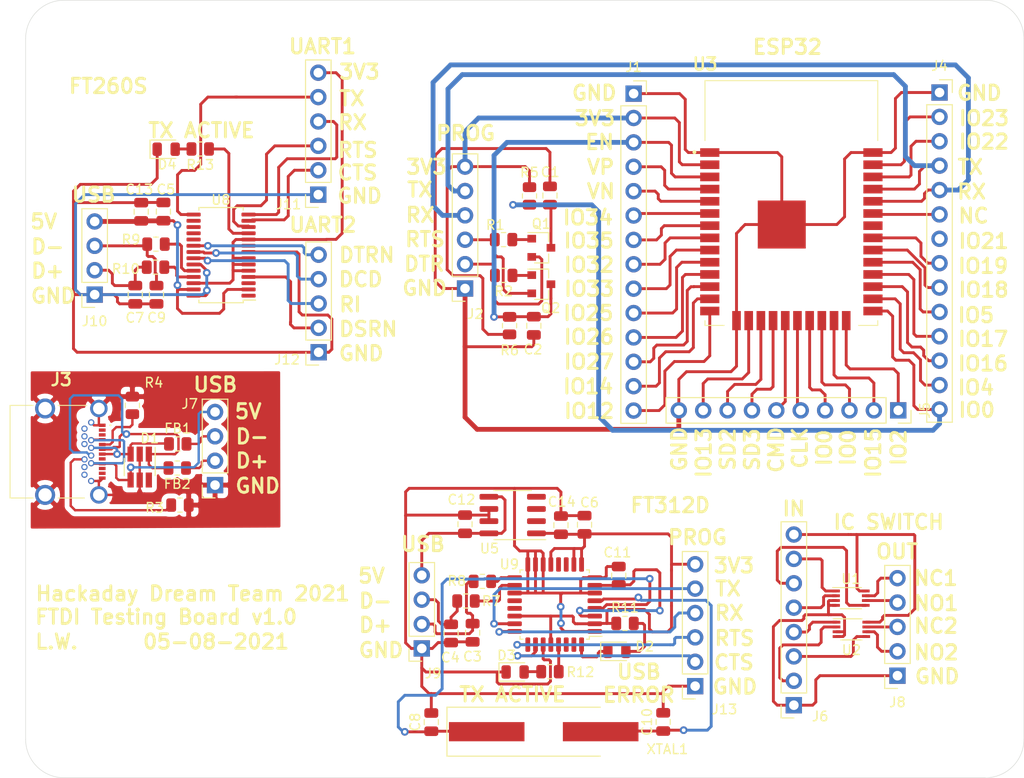
<source format=kicad_pcb>
(kicad_pcb (version 20171130) (host pcbnew "(5.1.10)-1")
  (layers (0 F.Cu signal) (31 B.Cu signal) (34 B.Paste user) (35 F.Paste user) (36 B.SilkS user) (37 F.SilkS user) (38 B.Mask user) (39 F.Mask user) (44 Edge.Cuts user))
  (net 0 "")
  (net 1 ESP_IO0)
  (net 2 GND)
  (net 3 ESP_EN)
  (net 4 GND2)
  (net 5 "Net-(C3-Pad1)")
  (net 6 "Net-(C4-Pad1)")
  (net 7 GND3)
  (net 8 "Net-(C7-Pad1)")
  (net 9 "Net-(C8-Pad1)")
  (net 10 "Net-(C9-Pad1)")
  (net 11 "Net-(C10-Pad1)")
  (net 12 "Net-(C11-Pad1)")
  (net 13 "Net-(D1-Pad1)")
  (net 14 GND1)
  (net 15 "Net-(D1-Pad3)")
  (net 16 "Net-(D1-Pad4)")
  (net 17 "Net-(D1-Pad6)")
  (net 18 "Net-(D2-Pad1)")
  (net 19 "Net-(D2-Pad2)")
  (net 20 "Net-(D3-Pad2)")
  (net 21 "Net-(D4-Pad2)")
  (net 22 "Net-(FB1-Pad1)")
  (net 23 "Net-(FB2-Pad1)")
  (net 24 +3V3)
  (net 25 SENSOR_VP)
  (net 26 SENSOR_VN)
  (net 27 ESP_IO34)
  (net 28 ESP_IO35)
  (net 29 ESP_IO32)
  (net 30 ESP_IO33)
  (net 31 ESP_IO25)
  (net 32 ESP_IO26)
  (net 33 ESP_IO27)
  (net 34 ESP_IO14)
  (net 35 ESP_IO12)
  (net 36 "Net-(J2-Pad2)")
  (net 37 "Net-(J2-Pad3)")
  (net 38 ESP_RX)
  (net 39 ESP_TX)
  (net 40 "Net-(J3-PadB11)")
  (net 41 "Net-(J3-PadB10)")
  (net 42 "Net-(J3-PadB8)")
  (net 43 "Net-(J3-PadB5)")
  (net 44 "Net-(J3-PadB3)")
  (net 45 "Net-(J3-PadB2)")
  (net 46 "Net-(J3-PadA11)")
  (net 47 "Net-(J3-PadA10)")
  (net 48 "Net-(J3-PadA8)")
  (net 49 "Net-(J3-PadA5)")
  (net 50 "Net-(J3-PadA3)")
  (net 51 "Net-(J3-PadA2)")
  (net 52 ESP_IO4)
  (net 53 ESP_IO16)
  (net 54 ESP_IO17)
  (net 55 ESP_IO5)
  (net 56 ESP_IO18)
  (net 57 ESP_IO19)
  (net 58 "Net-(J4-Pad7)")
  (net 59 ESP_IO21)
  (net 60 ESP_IO22)
  (net 61 ESP_IO23)
  (net 62 ESP_IO2)
  (net 63 ESP_IO15)
  (net 64 SD1)
  (net 65 SD0)
  (net 66 CLK)
  (net 67 CMD)
  (net 68 SD3)
  (net 69 SD2)
  (net 70 ESP_IO13)
  (net 71 GNDA)
  (net 72 "Net-(J6-Pad2)")
  (net 73 "Net-(J6-Pad3)")
  (net 74 "Net-(J6-Pad4)")
  (net 75 "Net-(J6-Pad5)")
  (net 76 "Net-(J6-Pad6)")
  (net 77 "Net-(J6-Pad7)")
  (net 78 "Net-(J6-Pad8)")
  (net 79 "Net-(J8-Pad5)")
  (net 80 "Net-(J8-Pad4)")
  (net 81 "Net-(J8-Pad3)")
  (net 82 "Net-(J8-Pad2)")
  (net 83 "Net-(J11-Pad5)")
  (net 84 "Net-(J11-Pad4)")
  (net 85 "Net-(J11-Pad3)")
  (net 86 "Net-(J11-Pad2)")
  (net 87 "Net-(J12-Pad2)")
  (net 88 "Net-(J12-Pad3)")
  (net 89 "Net-(J12-Pad4)")
  (net 90 "Net-(J12-Pad5)")
  (net 91 "Net-(J13-Pad2)")
  (net 92 "Net-(J13-Pad3)")
  (net 93 "Net-(J13-Pad4)")
  (net 94 "Net-(J13-Pad5)")
  (net 95 "Net-(Q1-Pad1)")
  (net 96 "Net-(Q2-Pad1)")
  (net 97 "Net-(R7-Pad1)")
  (net 98 "Net-(R8-Pad1)")
  (net 99 "Net-(R9-Pad1)")
  (net 100 "Net-(R10-Pad1)")
  (net 101 "Net-(R12-Pad1)")
  (net 102 "Net-(R13-Pad1)")
  (net 103 "Net-(U3-Pad32)")
  (net 104 "Net-(U5-Pad2)")
  (net 105 "Net-(U5-Pad3)")
  (net 106 "Net-(U5-Pad4)")
  (net 107 "Net-(U8-Pad1)")
  (net 108 "Net-(U8-Pad3)")
  (net 109 "Net-(U8-Pad16)")
  (net 110 "Net-(U8-Pad17)")
  (net 111 "Net-(U8-Pad18)")
  (net 112 "Net-(U8-Pad19)")
  (net 113 "Net-(U9-Pad11)")
  (net 114 "Net-(U9-Pad12)")
  (net 115 "Net-(U9-Pad20)")
  (net 116 "Net-(U9-Pad21)")
  (net 117 "Net-(U9-Pad30)")
  (net 118 "Net-(U9-Pad31)")
  (net 119 "Net-(C13-Pad1)")
  (net 120 "Net-(C14-Pad1)")
  (net 121 "Net-(C12-Pad1)")
  (net 122 3V3_FT260)
  (module MountingHole:MountingHole_3.2mm_M3 (layer F.Cu) (at 142 94)
    (fp_text reference REF** hide)
    (fp_text value MountingHole_3.2mm_M3)
    (pad 1 np_thru_hole circle (at 0 0) (size 3.2 3.2) (drill 3.2) (layers *.Cu *.Mask))
  )
  (module MountingHole:MountingHole_3.2mm_M3 (layer F.Cu) (at 238 94)
    (fp_text reference REF** hide)
    (fp_text value MountingHole_3.2mm_M3)
    (pad 1 np_thru_hole circle (at 0 0) (size 3.2 3.2) (drill 3.2) (layers *.Cu *.Mask))
  )
  (module MountingHole:MountingHole_3.2mm_M3 (layer F.Cu) (at 238 167)
    (fp_text reference REF** hide)
    (fp_text value MountingHole_3.2mm_M3)
    (pad 1 np_thru_hole circle (at 0 0) (size 3.2 3.2) (drill 3.2) (layers *.Cu *.Mask))
  )
  (module MountingHole:MountingHole_3.2mm_M3 (layer F.Cu) (at 142 167)
    (fp_text reference REF** hide)
    (fp_text value MountingHole_3.2mm_M3)
    (pad 1 np_thru_hole circle (at 0 0) (size 3.2 3.2) (drill 3.2) (layers *.Cu *.Mask))
  )
  (module Connector_PinSocket_2.54mm:PinSocket_1x06_P2.54mm_Vertical (layer F.Cu) (at 207.75168 161.45764 180)
    (fp_text reference J13 (at -3.05308 -2.42062) (layer F.SilkS))
    (fp_text value Conn_01x06_Male)
    (pad 6 thru_hole oval (at 0 12.7 180) (size 1.7 1.7) (drill 1) (layers *.Cu *.Mask) (net 120 "Net-(C14-Pad1)"))
    (pad 5 thru_hole oval (at 0 10.16 180) (size 1.7 1.7) (drill 1) (layers *.Cu *.Mask) (net 94 "Net-(J13-Pad5)"))
    (pad 4 thru_hole oval (at 0 7.62 180) (size 1.7 1.7) (drill 1) (layers *.Cu *.Mask) (net 93 "Net-(J13-Pad4)"))
    (pad 3 thru_hole oval (at 0 5.08 180) (size 1.7 1.7) (drill 1) (layers *.Cu *.Mask) (net 92 "Net-(J13-Pad3)"))
    (pad 2 thru_hole oval (at 0 2.54 180) (size 1.7 1.7) (drill 1) (layers *.Cu *.Mask) (net 91 "Net-(J13-Pad2)"))
    (pad 1 thru_hole rect (at 0 0 180) (size 1.7 1.7) (drill 1) (layers *.Cu *.Mask) (net 4 GND2))
  )
  (module Connector_PinSocket_2.54mm:PinSocket_1x06_P2.54mm_Vertical (layer F.Cu) (at 168.4909 110.25124 180)
    (fp_text reference J11 (at 3.1115 -1.01346) (layer F.SilkS))
    (fp_text value Conn_01x06_Male)
    (pad 6 thru_hole oval (at 0 12.7 180) (size 1.7 1.7) (drill 1) (layers *.Cu *.Mask) (net 122 3V3_FT260))
    (pad 5 thru_hole oval (at 0 10.16 180) (size 1.7 1.7) (drill 1) (layers *.Cu *.Mask) (net 83 "Net-(J11-Pad5)"))
    (pad 4 thru_hole oval (at 0 7.62 180) (size 1.7 1.7) (drill 1) (layers *.Cu *.Mask) (net 84 "Net-(J11-Pad4)"))
    (pad 3 thru_hole oval (at 0 5.08 180) (size 1.7 1.7) (drill 1) (layers *.Cu *.Mask) (net 85 "Net-(J11-Pad3)"))
    (pad 2 thru_hole oval (at 0 2.54 180) (size 1.7 1.7) (drill 1) (layers *.Cu *.Mask) (net 86 "Net-(J11-Pad2)"))
    (pad 1 thru_hole rect (at 0 0 180) (size 1.7 1.7) (drill 1) (layers *.Cu *.Mask) (net 7 GND3))
  )
  (module Connector_PinSocket_2.54mm:PinSocket_1x06_P2.54mm_Vertical (layer F.Cu) (at 183.77916 120.03278 180)
    (fp_text reference J2 (at -1.07442 -2.65176) (layer F.SilkS))
    (fp_text value Conn_01x06_Male)
    (pad 6 thru_hole oval (at 0 12.7 180) (size 1.7 1.7) (drill 1) (layers *.Cu *.Mask) (net 24 +3V3))
    (pad 5 thru_hole oval (at 0 10.16 180) (size 1.7 1.7) (drill 1) (layers *.Cu *.Mask) (net 39 ESP_TX))
    (pad 4 thru_hole oval (at 0 7.62 180) (size 1.7 1.7) (drill 1) (layers *.Cu *.Mask) (net 38 ESP_RX))
    (pad 3 thru_hole oval (at 0 5.08 180) (size 1.7 1.7) (drill 1) (layers *.Cu *.Mask) (net 37 "Net-(J2-Pad3)"))
    (pad 2 thru_hole oval (at 0 2.54 180) (size 1.7 1.7) (drill 1) (layers *.Cu *.Mask) (net 36 "Net-(J2-Pad2)"))
    (pad 1 thru_hole rect (at 0 0 180) (size 1.7 1.7) (drill 1) (layers *.Cu *.Mask) (net 2 GND))
  )
  (module Capacitor_SMD:C_0805_2012Metric (layer F.Cu) (at 192.62344 110.34522 90)
    (fp_text reference C1 (at 2.4384 0.0254 180) (layer F.SilkS))
    (fp_text value 1uF)
    (pad 1 smd roundrect (at -0.95 0 90) (size 1 1.45) (layers F.Cu F.Paste F.Mask) (net 1 ESP_IO0))
    (pad 2 smd roundrect (at 0.95 0 90) (size 1 1.45) (layers F.Cu F.Paste F.Mask) (net 2 GND))
  )
  (module Capacitor_SMD:C_0805_2012Metric (layer F.Cu) (at 190.9445 123.91644 270)
    (fp_text reference C2 (at 2.46888 0.08128 180) (layer F.SilkS))
    (fp_text value 1uF)
    (pad 2 smd roundrect (at 0.95 0 270) (size 1 1.45) (layers F.Cu F.Paste F.Mask) (net 2 GND))
    (pad 1 smd roundrect (at -0.95 0 270) (size 1 1.45) (layers F.Cu F.Paste F.Mask) (net 3 ESP_EN))
  )
  (module Capacitor_SMD:C_0805_2012Metric (layer F.Cu) (at 184.56656 155.89254 270)
    (fp_text reference C3 (at 2.48416 0.0127 180) (layer F.SilkS))
    (fp_text value 47pF)
    (pad 2 smd roundrect (at 0.95 0 270) (size 1 1.45) (layers F.Cu F.Paste F.Mask) (net 4 GND2))
    (pad 1 smd roundrect (at -0.95 0 270) (size 1 1.45) (layers F.Cu F.Paste F.Mask) (net 5 "Net-(C3-Pad1)"))
  )
  (module Capacitor_SMD:C_0805_2012Metric (layer F.Cu) (at 182.3212 155.9687 270)
    (fp_text reference C4 (at 2.50952 0.07366 180) (layer F.SilkS))
    (fp_text value 47pF)
    (pad 1 smd roundrect (at -0.95 0 270) (size 1 1.45) (layers F.Cu F.Paste F.Mask) (net 6 "Net-(C4-Pad1)"))
    (pad 2 smd roundrect (at 0.95 0 270) (size 1 1.45) (layers F.Cu F.Paste F.Mask) (net 4 GND2))
  )
  (module Capacitor_SMD:C_0805_2012Metric (layer F.Cu) (at 152.35428 112.01908 90)
    (fp_text reference C5 (at 2.30886 0.25908 180) (layer F.SilkS))
    (fp_text value 100nF)
    (pad 1 smd roundrect (at -0.95 0 90) (size 1 1.45) (layers F.Cu F.Paste F.Mask) (net 119 "Net-(C13-Pad1)"))
    (pad 2 smd roundrect (at 0.95 0 90) (size 1 1.45) (layers F.Cu F.Paste F.Mask) (net 7 GND3))
  )
  (module Capacitor_SMD:C_0805_2012Metric (layer F.Cu) (at 196.22516 144.64288 90)
    (fp_text reference C6 (at 2.3216 0.5207 180) (layer F.SilkS))
    (fp_text value 100nF)
    (pad 1 smd roundrect (at -0.95 0 90) (size 1 1.45) (layers F.Cu F.Paste F.Mask) (net 120 "Net-(C14-Pad1)"))
    (pad 2 smd roundrect (at 0.95 0 90) (size 1 1.45) (layers F.Cu F.Paste F.Mask) (net 4 GND2))
  )
  (module Capacitor_SMD:C_0805_2012Metric (layer F.Cu) (at 149.42058 120.67798 270)
    (fp_text reference C7 (at 2.4028 0.0381 180) (layer F.SilkS))
    (fp_text value 47pF)
    (pad 1 smd roundrect (at -0.95 0 270) (size 1 1.45) (layers F.Cu F.Paste F.Mask) (net 8 "Net-(C7-Pad1)"))
    (pad 2 smd roundrect (at 0.95 0 270) (size 1 1.45) (layers F.Cu F.Paste F.Mask) (net 7 GND3))
  )
  (module Capacitor_SMD:C_0805_2012Metric (layer F.Cu) (at 180.2638 165.20414 90)
    (fp_text reference C8 (at 0 -1.68 90) (layer F.SilkS))
    (fp_text value 47pF)
    (pad 1 smd roundrect (at -0.95 0 90) (size 1 1.45) (layers F.Cu F.Paste F.Mask) (net 9 "Net-(C8-Pad1)"))
    (pad 2 smd roundrect (at 0.95 0 90) (size 1 1.45) (layers F.Cu F.Paste F.Mask) (net 4 GND2))
  )
  (module Capacitor_SMD:C_0805_2012Metric (layer F.Cu) (at 151.63038 120.68048 270)
    (fp_text reference C9 (at 2.3876 -0.0127) (layer F.SilkS))
    (fp_text value 47pF)
    (pad 1 smd roundrect (at -0.95 0 270) (size 1 1.45) (layers F.Cu F.Paste F.Mask) (net 10 "Net-(C9-Pad1)"))
    (pad 2 smd roundrect (at 0.95 0 270) (size 1 1.45) (layers F.Cu F.Paste F.Mask) (net 7 GND3))
  )
  (module Capacitor_SMD:C_0805_2012Metric (layer F.Cu) (at 204.42174 165.18386 90)
    (fp_text reference C10 (at 0 -1.68 90) (layer F.SilkS))
    (fp_text value 47pF)
    (pad 2 smd roundrect (at 0.95 0 90) (size 1 1.45) (layers F.Cu F.Paste F.Mask) (net 4 GND2))
    (pad 1 smd roundrect (at -0.95 0 90) (size 1 1.45) (layers F.Cu F.Paste F.Mask) (net 11 "Net-(C10-Pad1)"))
  )
  (module Capacitor_SMD:C_0805_2012Metric (layer F.Cu) (at 199.78878 149.9464 90)
    (fp_text reference C11 (at 2.41304 -0.13462 180) (layer F.SilkS))
    (fp_text value 100nF)
    (pad 2 smd roundrect (at 0.95 0 90) (size 1 1.45) (layers F.Cu F.Paste F.Mask) (net 4 GND2))
    (pad 1 smd roundrect (at -0.95 0 90) (size 1 1.45) (layers F.Cu F.Paste F.Mask) (net 12 "Net-(C11-Pad1)"))
  )
  (module Package_TO_SOT_SMD:SOT-23-6_Handsoldering (layer F.Cu) (at 149.8854 138.6332 270)
    (fp_text reference D1 (at -2.9972 -1.0414 180) (layer F.SilkS))
    (fp_text value CPDT6-5V4-HF)
    (pad 1 smd rect (at -1.35 -0.95 270) (size 1.56 0.65) (layers F.Cu F.Paste F.Mask) (net 13 "Net-(D1-Pad1)"))
    (pad 2 smd rect (at -1.35 0 270) (size 1.56 0.65) (layers F.Cu F.Paste F.Mask) (net 14 GND1))
    (pad 3 smd rect (at -1.35 0.95 270) (size 1.56 0.65) (layers F.Cu F.Paste F.Mask) (net 15 "Net-(D1-Pad3)"))
    (pad 4 smd rect (at 1.35 0.95 270) (size 1.56 0.65) (layers F.Cu F.Paste F.Mask) (net 16 "Net-(D1-Pad4)"))
    (pad 6 smd rect (at 1.35 -0.95 270) (size 1.56 0.65) (layers F.Cu F.Paste F.Mask) (net 17 "Net-(D1-Pad6)"))
    (pad 5 smd rect (at 1.35 0 270) (size 1.56 0.65) (layers F.Cu F.Paste F.Mask) (net 14 GND1))
  )
  (module LED_SMD:LED_0805_2012Metric (layer F.Cu) (at 199.59598 157.8356)
    (fp_text reference D2 (at 2.89536 -0.49784) (layer F.SilkS))
    (fp_text value RED-CLEAR)
    (pad 1 smd roundrect (at -0.9375 0) (size 0.975 1.4) (layers F.Cu F.Paste F.Mask) (net 18 "Net-(D2-Pad1)"))
    (pad 2 smd roundrect (at 0.9375 0) (size 0.975 1.4) (layers F.Cu F.Paste F.Mask) (net 19 "Net-(D2-Pad2)"))
  )
  (module LED_SMD:LED_0805_2012Metric (layer F.Cu) (at 188.99632 159.9819)
    (fp_text reference D3 (at -0.89662 -1.71958) (layer F.SilkS))
    (fp_text value RED-CLEAR)
    (pad 1 smd roundrect (at -0.9375 0) (size 0.975 1.4) (layers F.Cu F.Paste F.Mask) (net 4 GND2))
    (pad 2 smd roundrect (at 0.9375 0) (size 0.975 1.4) (layers F.Cu F.Paste F.Mask) (net 20 "Net-(D3-Pad2)"))
  )
  (module LED_SMD:LED_0805_2012Metric (layer F.Cu) (at 152.64408 105.52176)
    (fp_text reference D4 (at 0.08866 1.5875) (layer F.SilkS))
    (fp_text value RED-CLEAR)
    (pad 2 smd roundrect (at 0.9375 0) (size 0.975 1.4) (layers F.Cu F.Paste F.Mask) (net 21 "Net-(D4-Pad2)"))
    (pad 1 smd roundrect (at -0.9375 0) (size 0.975 1.4) (layers F.Cu F.Paste F.Mask) (net 7 GND3))
  )
  (module Resistor_SMD:R_0805_2012Metric (layer F.Cu) (at 153.8478 136.2202 180)
    (fp_text reference FB1 (at 0.0019 1.6002) (layer F.SilkS))
    (fp_text value 350m)
    (pad 2 smd roundrect (at 0.9125 0 180) (size 1.025 1.4) (layers F.Cu F.Paste F.Mask) (roundrect_rratio 0.2439014634146341) (net 15 "Net-(D1-Pad3)"))
    (pad 1 smd roundrect (at -0.9125 0 180) (size 1.025 1.4) (layers F.Cu F.Paste F.Mask) (roundrect_rratio 0.2439014634146341) (net 22 "Net-(FB1-Pad1)"))
  )
  (module Resistor_SMD:R_0805_2012Metric (layer F.Cu) (at 153.797 138.7348 180)
    (fp_text reference FB2 (at 0 -1.65) (layer F.SilkS))
    (fp_text value 350m)
    (pad 1 smd roundrect (at -0.9125 0 180) (size 1.025 1.4) (layers F.Cu F.Paste F.Mask) (roundrect_rratio 0.2439014634146341) (net 23 "Net-(FB2-Pad1)"))
    (pad 2 smd roundrect (at 0.9125 0 180) (size 1.025 1.4) (layers F.Cu F.Paste F.Mask) (roundrect_rratio 0.2439014634146341) (net 13 "Net-(D1-Pad1)"))
  )
  (module Connector_PinSocket_2.54mm:PinSocket_1x14_P2.54mm_Vertical (layer F.Cu) (at 201.34072 99.72802)
    (fp_text reference J1 (at 0 -2.77) (layer F.SilkS))
    (fp_text value Conn_01x14_Male)
    (pad 1 thru_hole rect (at 0 0) (size 1.7 1.7) (drill 1) (layers *.Cu *.Mask) (net 2 GND))
    (pad 2 thru_hole oval (at 0 2.54) (size 1.7 1.7) (drill 1) (layers *.Cu *.Mask) (net 24 +3V3))
    (pad 3 thru_hole oval (at 0 5.08) (size 1.7 1.7) (drill 1) (layers *.Cu *.Mask) (net 3 ESP_EN))
    (pad 4 thru_hole oval (at 0 7.62) (size 1.7 1.7) (drill 1) (layers *.Cu *.Mask) (net 25 SENSOR_VP))
    (pad 5 thru_hole oval (at 0 10.16) (size 1.7 1.7) (drill 1) (layers *.Cu *.Mask) (net 26 SENSOR_VN))
    (pad 6 thru_hole oval (at 0 12.7) (size 1.7 1.7) (drill 1) (layers *.Cu *.Mask) (net 27 ESP_IO34))
    (pad 7 thru_hole oval (at 0 15.24) (size 1.7 1.7) (drill 1) (layers *.Cu *.Mask) (net 28 ESP_IO35))
    (pad 8 thru_hole oval (at 0 17.78) (size 1.7 1.7) (drill 1) (layers *.Cu *.Mask) (net 29 ESP_IO32))
    (pad 9 thru_hole oval (at 0 20.32) (size 1.7 1.7) (drill 1) (layers *.Cu *.Mask) (net 30 ESP_IO33))
    (pad 10 thru_hole oval (at 0 22.86) (size 1.7 1.7) (drill 1) (layers *.Cu *.Mask) (net 31 ESP_IO25))
    (pad 11 thru_hole oval (at 0 25.4) (size 1.7 1.7) (drill 1) (layers *.Cu *.Mask) (net 32 ESP_IO26))
    (pad 12 thru_hole oval (at 0 27.94) (size 1.7 1.7) (drill 1) (layers *.Cu *.Mask) (net 33 ESP_IO27))
    (pad 13 thru_hole oval (at 0 30.48) (size 1.7 1.7) (drill 1) (layers *.Cu *.Mask) (net 34 ESP_IO14))
    (pad 14 thru_hole oval (at 0 33.02) (size 1.7 1.7) (drill 1) (layers *.Cu *.Mask) (net 35 ESP_IO12))
  )
  (module UJ31CHG2SMTTR:UJ31CHG2SMTTR (layer F.Cu) (at 140.0302 137.033 270)
    (fp_text reference J3 (at -7.5057 -1.68148 180) (layer F.SilkS) (effects (font (size 1.27 1.27) (thickness 0.254))))
    (fp_text value UJ31-CH-G2-SMT-TR hide)
    (pad MH6 np_thru_hole circle (at -3.725 -4.1 270) (size 0.65 0) (drill 0.65) (layers *.Cu *.Mask))
    (pad MH5 np_thru_hole circle (at 3.725 -4.1 270) (size 1.15 0) (drill 1.15) (layers *.Cu *.Mask))
    (pad S4 thru_hole circle (at 4.5 -5.6 270) (size 1.815 1.815) (drill 1.22) (layers *.Cu *.Mask) (net 14 GND1))
    (pad S3 thru_hole circle (at 4.5 0 270) (size 2.085 2.085) (drill 1.393) (layers *.Cu *.Mask) (net 14 GND1))
    (pad S2 thru_hole circle (at -4.5 0 270) (size 2.085 2.085) (drill 1.393) (layers *.Cu *.Mask) (net 14 GND1))
    (pad S1 thru_hole circle (at -4.5 -5.6 270) (size 1.815 1.815) (drill 1.22) (layers *.Cu *.Mask) (net 14 GND1))
    (pad B12 thru_hole circle (at -3.05 -4.8 270) (size 0.65 0.65) (drill 0.4) (layers *.Cu *.Mask) (net 14 GND1))
    (pad B11 thru_hole circle (at -2.4 -4.1 270) (size 0.65 0.65) (drill 0.4) (layers *.Cu *.Mask) (net 40 "Net-(J3-PadB11)"))
    (pad B10 thru_hole circle (at -1.6 -4.1 270) (size 0.65 0.65) (drill 0.4) (layers *.Cu *.Mask) (net 41 "Net-(J3-PadB10)"))
    (pad B9 thru_hole circle (at -1.2 -4.8 270) (size 0.65 0.65) (drill 0.4) (layers *.Cu *.Mask) (net 16 "Net-(D1-Pad4)"))
    (pad B8 thru_hole circle (at -0.8 -4.1 270) (size 0.65 0.65) (drill 0.4) (layers *.Cu *.Mask) (net 42 "Net-(J3-PadB8)"))
    (pad B7 thru_hole circle (at -0.4 -4.8 270) (size 0.65 0.65) (drill 0.4) (layers *.Cu *.Mask) (net 15 "Net-(D1-Pad3)"))
    (pad B6 thru_hole circle (at 0.4 -4.8 270) (size 0.65 0.65) (drill 0.4) (layers *.Cu *.Mask) (net 13 "Net-(D1-Pad1)"))
    (pad B5 thru_hole circle (at 0.8 -4.1 270) (size 0.65 0.65) (drill 0.4) (layers *.Cu *.Mask) (net 43 "Net-(J3-PadB5)"))
    (pad B4 thru_hole circle (at 1.2 -4.8 270) (size 0.65 0.65) (drill 0.4) (layers *.Cu *.Mask) (net 16 "Net-(D1-Pad4)"))
    (pad B3 thru_hole circle (at 1.6 -4.1 270) (size 0.65 0.65) (drill 0.4) (layers *.Cu *.Mask) (net 44 "Net-(J3-PadB3)"))
    (pad B2 thru_hole circle (at 2.4 -4.1 270) (size 0.65 0.65) (drill 0.4) (layers *.Cu *.Mask) (net 45 "Net-(J3-PadB2)"))
    (pad B1 thru_hole circle (at 3.05 -4.8 270) (size 0.65 0.65) (drill 0.4) (layers *.Cu *.Mask) (net 14 GND1))
    (pad A12 smd rect (at 2.75 -5.95 270) (size 0.35 0.7) (layers F.Cu F.Paste F.Mask) (net 14 GND1))
    (pad A11 smd rect (at 2.25 -5.95 270) (size 0.35 0.7) (layers F.Cu F.Paste F.Mask) (net 46 "Net-(J3-PadA11)"))
    (pad A10 smd rect (at 1.75 -5.95 270) (size 0.35 0.7) (layers F.Cu F.Paste F.Mask) (net 47 "Net-(J3-PadA10)"))
    (pad A9 smd rect (at 1.25 -5.95 270) (size 0.35 0.7) (layers F.Cu F.Paste F.Mask) (net 16 "Net-(D1-Pad4)"))
    (pad A8 smd rect (at 0.75 -5.95 270) (size 0.35 0.7) (layers F.Cu F.Paste F.Mask) (net 48 "Net-(J3-PadA8)"))
    (pad A7 smd rect (at 0.25 -5.95 270) (size 0.35 0.7) (layers F.Cu F.Paste F.Mask) (net 15 "Net-(D1-Pad3)"))
    (pad A6 smd rect (at -0.25 -5.95 270) (size 0.35 0.7) (layers F.Cu F.Paste F.Mask) (net 13 "Net-(D1-Pad1)"))
    (pad A5 smd rect (at -0.75 -5.95 270) (size 0.35 0.7) (layers F.Cu F.Paste F.Mask) (net 49 "Net-(J3-PadA5)"))
    (pad A4 smd rect (at -1.25 -5.95 270) (size 0.35 0.7) (layers F.Cu F.Paste F.Mask) (net 16 "Net-(D1-Pad4)"))
    (pad A3 smd rect (at -1.75 -5.95 270) (size 0.35 0.7) (layers F.Cu F.Paste F.Mask) (net 50 "Net-(J3-PadA3)"))
    (pad A2 smd rect (at -2.25 -5.95 270) (size 0.35 0.7) (layers F.Cu F.Paste F.Mask) (net 51 "Net-(J3-PadA2)"))
    (pad A1 smd rect (at -2.75 -5.95 270) (size 0.35 0.7) (layers F.Cu F.Paste F.Mask) (net 14 GND1))
  )
  (module Connector_PinSocket_2.54mm:PinSocket_1x14_P2.54mm_Vertical (layer F.Cu) (at 233.2101 99.61372)
    (fp_text reference J4 (at 0 -2.77) (layer F.SilkS))
    (fp_text value Conn_01x14_Male)
    (pad 14 thru_hole oval (at 0 33.02) (size 1.7 1.7) (drill 1) (layers *.Cu *.Mask) (net 1 ESP_IO0))
    (pad 13 thru_hole oval (at 0 30.48) (size 1.7 1.7) (drill 1) (layers *.Cu *.Mask) (net 52 ESP_IO4))
    (pad 12 thru_hole oval (at 0 27.94) (size 1.7 1.7) (drill 1) (layers *.Cu *.Mask) (net 53 ESP_IO16))
    (pad 11 thru_hole oval (at 0 25.4) (size 1.7 1.7) (drill 1) (layers *.Cu *.Mask) (net 54 ESP_IO17))
    (pad 10 thru_hole oval (at 0 22.86) (size 1.7 1.7) (drill 1) (layers *.Cu *.Mask) (net 55 ESP_IO5))
    (pad 9 thru_hole oval (at 0 20.32) (size 1.7 1.7) (drill 1) (layers *.Cu *.Mask) (net 56 ESP_IO18))
    (pad 8 thru_hole oval (at 0 17.78) (size 1.7 1.7) (drill 1) (layers *.Cu *.Mask) (net 57 ESP_IO19))
    (pad 7 thru_hole oval (at 0 15.24) (size 1.7 1.7) (drill 1) (layers *.Cu *.Mask) (net 58 "Net-(J4-Pad7)"))
    (pad 6 thru_hole oval (at 0 12.7) (size 1.7 1.7) (drill 1) (layers *.Cu *.Mask) (net 59 ESP_IO21))
    (pad 5 thru_hole oval (at 0 10.16) (size 1.7 1.7) (drill 1) (layers *.Cu *.Mask) (net 38 ESP_RX))
    (pad 4 thru_hole oval (at 0 7.62) (size 1.7 1.7) (drill 1) (layers *.Cu *.Mask) (net 39 ESP_TX))
    (pad 3 thru_hole oval (at 0 5.08) (size 1.7 1.7) (drill 1) (layers *.Cu *.Mask) (net 60 ESP_IO22))
    (pad 2 thru_hole oval (at 0 2.54) (size 1.7 1.7) (drill 1) (layers *.Cu *.Mask) (net 61 ESP_IO23))
    (pad 1 thru_hole rect (at 0 0) (size 1.7 1.7) (drill 1) (layers *.Cu *.Mask) (net 2 GND))
  )
  (module Connector_PinSocket_2.54mm:PinSocket_1x10_P2.54mm_Vertical (layer F.Cu) (at 228.90988 132.7277 270)
    (fp_text reference J5 (at 0 -2.77 90) (layer F.SilkS))
    (fp_text value Conn_01x10_Male)
    (pad 1 thru_hole rect (at 0 0 270) (size 1.7 1.7) (drill 1) (layers *.Cu *.Mask) (net 62 ESP_IO2))
    (pad 2 thru_hole oval (at 0 2.54 270) (size 1.7 1.7) (drill 1) (layers *.Cu *.Mask) (net 63 ESP_IO15))
    (pad 3 thru_hole oval (at 0 5.08 270) (size 1.7 1.7) (drill 1) (layers *.Cu *.Mask) (net 64 SD1))
    (pad 4 thru_hole oval (at 0 7.62 270) (size 1.7 1.7) (drill 1) (layers *.Cu *.Mask) (net 65 SD0))
    (pad 5 thru_hole oval (at 0 10.16 270) (size 1.7 1.7) (drill 1) (layers *.Cu *.Mask) (net 66 CLK))
    (pad 6 thru_hole oval (at 0 12.7 270) (size 1.7 1.7) (drill 1) (layers *.Cu *.Mask) (net 67 CMD))
    (pad 7 thru_hole oval (at 0 15.24 270) (size 1.7 1.7) (drill 1) (layers *.Cu *.Mask) (net 68 SD3))
    (pad 8 thru_hole oval (at 0 17.78 270) (size 1.7 1.7) (drill 1) (layers *.Cu *.Mask) (net 69 SD2))
    (pad 9 thru_hole oval (at 0 20.32 270) (size 1.7 1.7) (drill 1) (layers *.Cu *.Mask) (net 70 ESP_IO13))
    (pad 10 thru_hole oval (at 0 22.86 270) (size 1.7 1.7) (drill 1) (layers *.Cu *.Mask) (net 2 GND))
  )
  (module Connector_PinSocket_2.54mm:PinSocket_1x08_P2.54mm_Vertical (layer F.Cu) (at 218.0336 163.44138 180)
    (fp_text reference J6 (at -2.7432 -1.1684) (layer F.SilkS))
    (fp_text value Conn_01x08_Male)
    (pad 1 thru_hole rect (at 0 0 180) (size 1.7 1.7) (drill 1) (layers *.Cu *.Mask) (net 71 GNDA))
    (pad 2 thru_hole oval (at 0 2.54 180) (size 1.7 1.7) (drill 1) (layers *.Cu *.Mask) (net 72 "Net-(J6-Pad2)"))
    (pad 3 thru_hole oval (at 0 5.08 180) (size 1.7 1.7) (drill 1) (layers *.Cu *.Mask) (net 73 "Net-(J6-Pad3)"))
    (pad 4 thru_hole oval (at 0 7.62 180) (size 1.7 1.7) (drill 1) (layers *.Cu *.Mask) (net 74 "Net-(J6-Pad4)"))
    (pad 5 thru_hole oval (at 0 10.16 180) (size 1.7 1.7) (drill 1) (layers *.Cu *.Mask) (net 75 "Net-(J6-Pad5)"))
    (pad 6 thru_hole oval (at 0 12.7 180) (size 1.7 1.7) (drill 1) (layers *.Cu *.Mask) (net 76 "Net-(J6-Pad6)"))
    (pad 7 thru_hole oval (at 0 15.24 180) (size 1.7 1.7) (drill 1) (layers *.Cu *.Mask) (net 77 "Net-(J6-Pad7)"))
    (pad 8 thru_hole oval (at 0 17.78 180) (size 1.7 1.7) (drill 1) (layers *.Cu *.Mask) (net 78 "Net-(J6-Pad8)"))
  )
  (module Connector_PinSocket_2.54mm:PinSocket_1x04_P2.54mm_Vertical (layer F.Cu) (at 157.734 140.5128 180)
    (fp_text reference J7 (at 2.6416 8.4582) (layer F.SilkS))
    (fp_text value Conn_01x04_Male)
    (pad 4 thru_hole oval (at 0 7.62 180) (size 1.7 1.7) (drill 1) (layers *.Cu *.Mask) (net 16 "Net-(D1-Pad4)"))
    (pad 3 thru_hole oval (at 0 5.08 180) (size 1.7 1.7) (drill 1) (layers *.Cu *.Mask) (net 22 "Net-(FB1-Pad1)"))
    (pad 2 thru_hole oval (at 0 2.54 180) (size 1.7 1.7) (drill 1) (layers *.Cu *.Mask) (net 23 "Net-(FB2-Pad1)"))
    (pad 1 thru_hole rect (at 0 0 180) (size 1.7 1.7) (drill 1) (layers *.Cu *.Mask) (net 14 GND1))
  )
  (module Connector_PinSocket_2.54mm:PinSocket_1x05_P2.54mm_Vertical (layer F.Cu) (at 228.8286 160.36798 180)
    (fp_text reference J8 (at 0 -2.77) (layer F.SilkS))
    (fp_text value Conn_01x05_Male)
    (pad 5 thru_hole oval (at 0 10.16 180) (size 1.7 1.7) (drill 1) (layers *.Cu *.Mask) (net 79 "Net-(J8-Pad5)"))
    (pad 4 thru_hole oval (at 0 7.62 180) (size 1.7 1.7) (drill 1) (layers *.Cu *.Mask) (net 80 "Net-(J8-Pad4)"))
    (pad 3 thru_hole oval (at 0 5.08 180) (size 1.7 1.7) (drill 1) (layers *.Cu *.Mask) (net 81 "Net-(J8-Pad3)"))
    (pad 2 thru_hole oval (at 0 2.54 180) (size 1.7 1.7) (drill 1) (layers *.Cu *.Mask) (net 82 "Net-(J8-Pad2)"))
    (pad 1 thru_hole rect (at 0 0 180) (size 1.7 1.7) (drill 1) (layers *.Cu *.Mask) (net 71 GNDA))
  )
  (module Connector_PinSocket_2.54mm:PinSocket_1x04_P2.54mm_Vertical (layer F.Cu) (at 179.27066 157.5308 180)
    (fp_text reference J9 (at -1.1811 -2.6035) (layer F.SilkS))
    (fp_text value Conn_01x04_Male)
    (pad 1 thru_hole rect (at 0 0 180) (size 1.7 1.7) (drill 1) (layers *.Cu *.Mask) (net 4 GND2))
    (pad 2 thru_hole oval (at 0 2.54 180) (size 1.7 1.7) (drill 1) (layers *.Cu *.Mask) (net 5 "Net-(C3-Pad1)"))
    (pad 3 thru_hole oval (at 0 5.08 180) (size 1.7 1.7) (drill 1) (layers *.Cu *.Mask) (net 6 "Net-(C4-Pad1)"))
    (pad 4 thru_hole oval (at 0 7.62 180) (size 1.7 1.7) (drill 1) (layers *.Cu *.Mask) (net 121 "Net-(C12-Pad1)"))
  )
  (module Connector_PinSocket_2.54mm:PinSocket_1x04_P2.54mm_Vertical (layer F.Cu) (at 145.19148 120.66778 180)
    (fp_text reference J10 (at 0 -2.77) (layer F.SilkS))
    (fp_text value Conn_01x04_Male)
    (pad 1 thru_hole rect (at 0 0 180) (size 1.7 1.7) (drill 1) (layers *.Cu *.Mask) (net 7 GND3))
    (pad 2 thru_hole oval (at 0 2.54 180) (size 1.7 1.7) (drill 1) (layers *.Cu *.Mask) (net 8 "Net-(C7-Pad1)"))
    (pad 3 thru_hole oval (at 0 5.08 180) (size 1.7 1.7) (drill 1) (layers *.Cu *.Mask) (net 10 "Net-(C9-Pad1)"))
    (pad 4 thru_hole oval (at 0 7.62 180) (size 1.7 1.7) (drill 1) (layers *.Cu *.Mask) (net 119 "Net-(C13-Pad1)"))
  )
  (module Connector_PinSocket_2.54mm:PinSocket_1x05_P2.54mm_Vertical (layer F.Cu) (at 168.52646 126.67488 180)
    (fp_text reference J12 (at 3.29184 -0.762) (layer F.SilkS))
    (fp_text value Conn_01x05_Male)
    (pad 1 thru_hole rect (at 0 0 180) (size 1.7 1.7) (drill 1) (layers *.Cu *.Mask) (net 7 GND3))
    (pad 2 thru_hole oval (at 0 2.54 180) (size 1.7 1.7) (drill 1) (layers *.Cu *.Mask) (net 87 "Net-(J12-Pad2)"))
    (pad 3 thru_hole oval (at 0 5.08 180) (size 1.7 1.7) (drill 1) (layers *.Cu *.Mask) (net 88 "Net-(J12-Pad3)"))
    (pad 4 thru_hole oval (at 0 7.62 180) (size 1.7 1.7) (drill 1) (layers *.Cu *.Mask) (net 89 "Net-(J12-Pad4)"))
    (pad 5 thru_hole oval (at 0 10.16 180) (size 1.7 1.7) (drill 1) (layers *.Cu *.Mask) (net 90 "Net-(J12-Pad5)"))
  )
  (module Package_TO_SOT_SMD:SOT-23 (layer F.Cu) (at 191.72682 115.78844)
    (fp_text reference Q1 (at 0 -2.5) (layer F.SilkS))
    (fp_text value MMBT2222LT1G)
    (pad 3 smd rect (at 1 0) (size 0.9 0.8) (layers F.Cu F.Paste F.Mask) (net 1 ESP_IO0))
    (pad 2 smd rect (at -1 0.95) (size 0.9 0.8) (layers F.Cu F.Paste F.Mask) (net 36 "Net-(J2-Pad2)"))
    (pad 1 smd rect (at -1 -0.95) (size 0.9 0.8) (layers F.Cu F.Paste F.Mask) (net 95 "Net-(Q1-Pad1)"))
  )
  (module Package_TO_SOT_SMD:SOT-23 (layer F.Cu) (at 191.72682 119.58574)
    (fp_text reference Q2 (at 0.97536 2.48158) (layer F.SilkS))
    (fp_text value MMBT2222LT1G)
    (pad 1 smd rect (at -1 -0.95) (size 0.9 0.8) (layers F.Cu F.Paste F.Mask) (net 96 "Net-(Q2-Pad1)"))
    (pad 2 smd rect (at -1 0.95) (size 0.9 0.8) (layers F.Cu F.Paste F.Mask) (net 37 "Net-(J2-Pad3)"))
    (pad 3 smd rect (at 1 0) (size 0.9 0.8) (layers F.Cu F.Paste F.Mask) (net 3 ESP_EN))
  )
  (module Resistor_SMD:R_0805_2012Metric (layer F.Cu) (at 187.78982 114.93754 180)
    (fp_text reference R1 (at 0.85852 1.524) (layer F.SilkS))
    (fp_text value 10K)
    (pad 2 smd roundrect (at 0.9125 0 180) (size 1.025 1.4) (layers F.Cu F.Paste F.Mask) (roundrect_rratio 0.2439014634146341) (net 37 "Net-(J2-Pad3)"))
    (pad 1 smd roundrect (at -0.9125 0 180) (size 1.025 1.4) (layers F.Cu F.Paste F.Mask) (roundrect_rratio 0.2439014634146341) (net 95 "Net-(Q1-Pad1)"))
  )
  (module Resistor_SMD:R_0805_2012Metric (layer F.Cu) (at 187.80506 118.6688 180)
    (fp_text reference R2 (at 0 -1.65) (layer F.SilkS))
    (fp_text value 10K)
    (pad 1 smd roundrect (at -0.9125 0 180) (size 1.025 1.4) (layers F.Cu F.Paste F.Mask) (roundrect_rratio 0.2439014634146341) (net 96 "Net-(Q2-Pad1)"))
    (pad 2 smd roundrect (at 0.9125 0 180) (size 1.025 1.4) (layers F.Cu F.Paste F.Mask) (roundrect_rratio 0.2439014634146341) (net 36 "Net-(J2-Pad2)"))
  )
  (module Resistor_SMD:R_0805_2012Metric (layer F.Cu) (at 154.0764 142.5956)
    (fp_text reference R3 (at -2.6416 0.2794) (layer F.SilkS))
    (fp_text value 5.1k)
    (pad 1 smd roundrect (at -0.9125 0) (size 1.025 1.4) (layers F.Cu F.Paste F.Mask) (roundrect_rratio 0.2439014634146341) (net 43 "Net-(J3-PadB5)"))
    (pad 2 smd roundrect (at 0.9125 0) (size 1.025 1.4) (layers F.Cu F.Paste F.Mask) (roundrect_rratio 0.2439014634146341) (net 14 GND1))
  )
  (module Resistor_SMD:R_0805_2012Metric (layer F.Cu) (at 149.1234 132.207 90)
    (fp_text reference R4 (at 2.3622 2.2352 180) (layer F.SilkS))
    (fp_text value 5.1k)
    (pad 2 smd roundrect (at 0.9125 0 90) (size 1.025 1.4) (layers F.Cu F.Paste F.Mask) (roundrect_rratio 0.2439014634146341) (net 14 GND1))
    (pad 1 smd roundrect (at -0.9125 0 90) (size 1.025 1.4) (layers F.Cu F.Paste F.Mask) (roundrect_rratio 0.2439014634146341) (net 49 "Net-(J3-PadA5)"))
  )
  (module Resistor_SMD:R_0805_2012Metric (layer F.Cu) (at 190.49238 110.38586 270)
    (fp_text reference R5 (at -2.44094 0.00508 180) (layer F.SilkS))
    (fp_text value 10K)
    (pad 2 smd roundrect (at 0.9125 0 270) (size 1.025 1.4) (layers F.Cu F.Paste F.Mask) (roundrect_rratio 0.2439014634146341) (net 1 ESP_IO0))
    (pad 1 smd roundrect (at -0.9125 0 270) (size 1.025 1.4) (layers F.Cu F.Paste F.Mask) (roundrect_rratio 0.2439014634146341) (net 24 +3V3))
  )
  (module Resistor_SMD:R_0805_2012Metric (layer F.Cu) (at 188.41466 123.89802 90)
    (fp_text reference R6 (at -2.56604 0.00762 180) (layer F.SilkS))
    (fp_text value 10K)
    (pad 1 smd roundrect (at -0.9125 0 90) (size 1.025 1.4) (layers F.Cu F.Paste F.Mask) (roundrect_rratio 0.2439014634146341) (net 24 +3V3))
    (pad 2 smd roundrect (at 0.9125 0 90) (size 1.025 1.4) (layers F.Cu F.Paste F.Mask) (roundrect_rratio 0.2439014634146341) (net 3 ESP_EN))
  )
  (module Resistor_SMD:R_0805_2012Metric (layer F.Cu) (at 183.87504 152.58796 180)
    (fp_text reference R7 (at -2.62954 0) (layer F.SilkS))
    (fp_text value 27)
    (pad 2 smd roundrect (at 0.9125 0 180) (size 1.025 1.4) (layers F.Cu F.Paste F.Mask) (roundrect_rratio 0.2439014634146341) (net 6 "Net-(C4-Pad1)"))
    (pad 1 smd roundrect (at -0.9125 0 180) (size 1.025 1.4) (layers F.Cu F.Paste F.Mask) (roundrect_rratio 0.2439014634146341) (net 97 "Net-(R7-Pad1)"))
  )
  (module Resistor_SMD:R_0805_2012Metric (layer F.Cu) (at 185.58446 150.54326 180)
    (fp_text reference R8 (at 2.66128 0.05588) (layer F.SilkS))
    (fp_text value 27)
    (pad 1 smd roundrect (at -0.9125 0 180) (size 1.025 1.4) (layers F.Cu F.Paste F.Mask) (roundrect_rratio 0.2439014634146341) (net 98 "Net-(R8-Pad1)"))
    (pad 2 smd roundrect (at 0.9125 0 180) (size 1.025 1.4) (layers F.Cu F.Paste F.Mask) (roundrect_rratio 0.2439014634146341) (net 5 "Net-(C3-Pad1)"))
  )
  (module Resistor_SMD:R_0805_2012Metric (layer F.Cu) (at 151.57958 115.40998 180)
    (fp_text reference R9 (at 2.6035 0.4699) (layer F.SilkS))
    (fp_text value 27)
    (pad 1 smd roundrect (at -0.9125 0 180) (size 1.025 1.4) (layers F.Cu F.Paste F.Mask) (roundrect_rratio 0.2439014634146341) (net 99 "Net-(R9-Pad1)"))
    (pad 2 smd roundrect (at 0.9125 0 180) (size 1.025 1.4) (layers F.Cu F.Paste F.Mask) (roundrect_rratio 0.2439014634146341) (net 10 "Net-(C9-Pad1)"))
  )
  (module Resistor_SMD:R_0805_2012Metric (layer F.Cu) (at 151.53068 117.81028 180)
    (fp_text reference R10 (at 3.1007 -0.1778) (layer F.SilkS))
    (fp_text value 27)
    (pad 2 smd roundrect (at 0.9125 0 180) (size 1.025 1.4) (layers F.Cu F.Paste F.Mask) (roundrect_rratio 0.2439014634146341) (net 8 "Net-(C7-Pad1)"))
    (pad 1 smd roundrect (at -0.9125 0 180) (size 1.025 1.4) (layers F.Cu F.Paste F.Mask) (roundrect_rratio 0.2439014634146341) (net 100 "Net-(R10-Pad1)"))
  )
  (module Resistor_SMD:R_0805_2012Metric (layer F.Cu) (at 200.4422 154.92222)
    (fp_text reference R11 (at 0 -1.65) (layer F.SilkS))
    (fp_text value 620)
    (pad 2 smd roundrect (at 0.9125 0) (size 1.025 1.4) (layers F.Cu F.Paste F.Mask) (roundrect_rratio 0.2439014634146341) (net 19 "Net-(D2-Pad2)"))
    (pad 1 smd roundrect (at -0.9125 0) (size 1.025 1.4) (layers F.Cu F.Paste F.Mask) (roundrect_rratio 0.2439014634146341) (net 120 "Net-(C14-Pad1)"))
  )
  (module Resistor_SMD:R_0805_2012Metric (layer F.Cu) (at 192.62598 159.94888 180)
    (fp_text reference R12 (at -3.17246 -0.04826) (layer F.SilkS))
    (fp_text value 620)
    (pad 1 smd roundrect (at -0.9125 0 180) (size 1.025 1.4) (layers F.Cu F.Paste F.Mask) (roundrect_rratio 0.2439014634146341) (net 101 "Net-(R12-Pad1)"))
    (pad 2 smd roundrect (at 0.9125 0 180) (size 1.025 1.4) (layers F.Cu F.Paste F.Mask) (roundrect_rratio 0.2439014634146341) (net 20 "Net-(D3-Pad2)"))
  )
  (module Resistor_SMD:R_0805_2012Metric (layer F.Cu) (at 156.18968 105.49636 180)
    (fp_text reference R13 (at 0 -1.65) (layer F.SilkS))
    (fp_text value 620)
    (pad 1 smd roundrect (at -0.9125 0 180) (size 1.025 1.4) (layers F.Cu F.Paste F.Mask) (roundrect_rratio 0.2439014634146341) (net 102 "Net-(R13-Pad1)"))
    (pad 2 smd roundrect (at 0.9125 0 180) (size 1.025 1.4) (layers F.Cu F.Paste F.Mask) (roundrect_rratio 0.2439014634146341) (net 21 "Net-(D4-Pad2)"))
  )
  (module Package_SO:VSSOP-8_2.3x2mm_P0.5mm (layer F.Cu) (at 223.9772 152.29078)
    (fp_text reference U1 (at 0 -2) (layer F.SilkS))
    (fp_text value TS5A3153DCUR)
    (pad 8 smd rect (at 1.55 -0.75 270) (size 0.3 0.8) (layers F.Cu F.Paste F.Mask) (net 78 "Net-(J6-Pad8)"))
    (pad 7 smd rect (at 1.55 -0.25 270) (size 0.3 0.8) (layers F.Cu F.Paste F.Mask) (net 79 "Net-(J8-Pad5)"))
    (pad 6 smd rect (at 1.55 0.25 270) (size 0.3 0.8) (layers F.Cu F.Paste F.Mask) (net 80 "Net-(J8-Pad4)"))
    (pad 5 smd rect (at 1.55 0.75 270) (size 0.3 0.8) (layers F.Cu F.Paste F.Mask) (net 76 "Net-(J6-Pad6)"))
    (pad 4 smd rect (at -1.55 0.75 270) (size 0.3 0.8) (layers F.Cu F.Paste F.Mask) (net 71 GNDA))
    (pad 3 smd rect (at -1.55 0.25 270) (size 0.3 0.8) (layers F.Cu F.Paste F.Mask) (net 71 GNDA))
    (pad 2 smd rect (at -1.55 -0.25 270) (size 0.3 0.8) (layers F.Cu F.Paste F.Mask) (net 75 "Net-(J6-Pad5)"))
    (pad 1 smd rect (at -1.55 -0.75 270) (size 0.3 0.8) (layers F.Cu F.Paste F.Mask) (net 77 "Net-(J6-Pad7)"))
  )
  (module Package_SO:VSSOP-8_2.3x2mm_P0.5mm (layer F.Cu) (at 224.028 155.54198)
    (fp_text reference U2 (at 0 2.159) (layer F.SilkS))
    (fp_text value TS5A3153DCUR)
    (pad 1 smd rect (at -1.55 -0.75 270) (size 0.3 0.8) (layers F.Cu F.Paste F.Mask) (net 74 "Net-(J6-Pad4)"))
    (pad 2 smd rect (at -1.55 -0.25 270) (size 0.3 0.8) (layers F.Cu F.Paste F.Mask) (net 72 "Net-(J6-Pad2)"))
    (pad 3 smd rect (at -1.55 0.25 270) (size 0.3 0.8) (layers F.Cu F.Paste F.Mask) (net 71 GNDA))
    (pad 4 smd rect (at -1.55 0.75 270) (size 0.3 0.8) (layers F.Cu F.Paste F.Mask) (net 71 GNDA))
    (pad 5 smd rect (at 1.55 0.75 270) (size 0.3 0.8) (layers F.Cu F.Paste F.Mask) (net 73 "Net-(J6-Pad3)"))
    (pad 6 smd rect (at 1.55 0.25 270) (size 0.3 0.8) (layers F.Cu F.Paste F.Mask) (net 82 "Net-(J8-Pad2)"))
    (pad 7 smd rect (at 1.55 -0.25 270) (size 0.3 0.8) (layers F.Cu F.Paste F.Mask) (net 81 "Net-(J8-Pad3)"))
    (pad 8 smd rect (at 1.55 -0.75 270) (size 0.3 0.8) (layers F.Cu F.Paste F.Mask) (net 78 "Net-(J6-Pad8)"))
  )
  (module ESP32-WROOM-32D:ESP32-WROOM-32D (layer F.Cu) (at 217.424 111.37646)
    (fp_text reference U3 (at -8.636 -14.732) (layer F.SilkS) (effects (font (size 1.27 1.27) (thickness 0.254))))
    (fp_text value ESP32-WROOM-32D hide)
    (pad 39 smd rect (at -0.65 1.99 90) (size 5 5) (layers F.Cu F.Paste F.Mask) (net 2 GND))
    (pad 38 smd rect (at 8.85 -5.51 90) (size 0.9 2) (layers F.Cu F.Paste F.Mask) (net 2 GND))
    (pad 37 smd rect (at 8.85 -4.24 90) (size 0.9 2) (layers F.Cu F.Paste F.Mask) (net 61 ESP_IO23))
    (pad 36 smd rect (at 8.85 -2.97 90) (size 0.9 2) (layers F.Cu F.Paste F.Mask) (net 60 ESP_IO22))
    (pad 35 smd rect (at 8.85 -1.7 90) (size 0.9 2) (layers F.Cu F.Paste F.Mask) (net 39 ESP_TX))
    (pad 34 smd rect (at 8.85 -0.43 90) (size 0.9 2) (layers F.Cu F.Paste F.Mask) (net 38 ESP_RX))
    (pad 33 smd rect (at 8.85 0.84 90) (size 0.9 2) (layers F.Cu F.Paste F.Mask) (net 59 ESP_IO21))
    (pad 32 smd rect (at 8.85 2.11 90) (size 0.9 2) (layers F.Cu F.Paste F.Mask) (net 103 "Net-(U3-Pad32)"))
    (pad 31 smd rect (at 8.85 3.38 90) (size 0.9 2) (layers F.Cu F.Paste F.Mask) (net 57 ESP_IO19))
    (pad 30 smd rect (at 8.85 4.65 90) (size 0.9 2) (layers F.Cu F.Paste F.Mask) (net 56 ESP_IO18))
    (pad 29 smd rect (at 8.85 5.92 90) (size 0.9 2) (layers F.Cu F.Paste F.Mask) (net 55 ESP_IO5))
    (pad 28 smd rect (at 8.85 7.19 90) (size 0.9 2) (layers F.Cu F.Paste F.Mask) (net 54 ESP_IO17))
    (pad 27 smd rect (at 8.85 8.46 90) (size 0.9 2) (layers F.Cu F.Paste F.Mask) (net 53 ESP_IO16))
    (pad 26 smd rect (at 8.85 9.73 90) (size 0.9 2) (layers F.Cu F.Paste F.Mask) (net 52 ESP_IO4))
    (pad 25 smd rect (at 8.85 11 90) (size 0.9 2) (layers F.Cu F.Paste F.Mask) (net 1 ESP_IO0))
    (pad 24 smd rect (at 6.065 12) (size 0.9 2) (layers F.Cu F.Paste F.Mask) (net 62 ESP_IO2))
    (pad 23 smd rect (at 4.795 12) (size 0.9 2) (layers F.Cu F.Paste F.Mask) (net 63 ESP_IO15))
    (pad 22 smd rect (at 3.525 12) (size 0.9 2) (layers F.Cu F.Paste F.Mask) (net 64 SD1))
    (pad 21 smd rect (at 2.255 12) (size 0.9 2) (layers F.Cu F.Paste F.Mask) (net 65 SD0))
    (pad 20 smd rect (at 0.985 12) (size 0.9 2) (layers F.Cu F.Paste F.Mask) (net 66 CLK))
    (pad 19 smd rect (at -0.285 12) (size 0.9 2) (layers F.Cu F.Paste F.Mask) (net 67 CMD))
    (pad 18 smd rect (at -1.555 12) (size 0.9 2) (layers F.Cu F.Paste F.Mask) (net 68 SD3))
    (pad 17 smd rect (at -2.825 12) (size 0.9 2) (layers F.Cu F.Paste F.Mask) (net 69 SD2))
    (pad 16 smd rect (at -4.095 12) (size 0.9 2) (layers F.Cu F.Paste F.Mask) (net 70 ESP_IO13))
    (pad 15 smd rect (at -5.365 12) (size 0.9 2) (layers F.Cu F.Paste F.Mask) (net 2 GND))
    (pad 14 smd rect (at -8.15 11 90) (size 0.9 2) (layers F.Cu F.Paste F.Mask) (net 35 ESP_IO12))
    (pad 13 smd rect (at -8.15 9.73 90) (size 0.9 2) (layers F.Cu F.Paste F.Mask) (net 34 ESP_IO14))
    (pad 12 smd rect (at -8.15 8.46 90) (size 0.9 2) (layers F.Cu F.Paste F.Mask) (net 33 ESP_IO27))
    (pad 11 smd rect (at -8.15 7.19 90) (size 0.9 2) (layers F.Cu F.Paste F.Mask) (net 32 ESP_IO26))
    (pad 10 smd rect (at -8.15 5.92 90) (size 0.9 2) (layers F.Cu F.Paste F.Mask) (net 31 ESP_IO25))
    (pad 9 smd rect (at -8.15 4.65 90) (size 0.9 2) (layers F.Cu F.Paste F.Mask) (net 30 ESP_IO33))
    (pad 8 smd rect (at -8.15 3.38 90) (size 0.9 2) (layers F.Cu F.Paste F.Mask) (net 29 ESP_IO32))
    (pad 7 smd rect (at -8.15 2.11 90) (size 0.9 2) (layers F.Cu F.Paste F.Mask) (net 28 ESP_IO35))
    (pad 6 smd rect (at -8.15 0.84 90) (size 0.9 2) (layers F.Cu F.Paste F.Mask) (net 27 ESP_IO34))
    (pad 5 smd rect (at -8.15 -0.43 90) (size 0.9 2) (layers F.Cu F.Paste F.Mask) (net 26 SENSOR_VN))
    (pad 4 smd rect (at -8.15 -1.7 90) (size 0.9 2) (layers F.Cu F.Paste F.Mask) (net 25 SENSOR_VP))
    (pad 3 smd rect (at -8.15 -2.97 90) (size 0.9 2) (layers F.Cu F.Paste F.Mask) (net 3 ESP_EN))
    (pad 2 smd rect (at -8.15 -4.24 90) (size 0.9 2) (layers F.Cu F.Paste F.Mask) (net 24 +3V3))
    (pad 1 smd rect (at -8.15 -5.51 90) (size 0.9 2) (layers F.Cu F.Paste F.Mask) (net 2 GND))
  )
  (module Capacitor_SMD:C_0805_2012Metric (layer F.Cu) (at 183.77662 144.587 90)
    (fp_text reference C12 (at 2.56036 -0.37338 180) (layer F.SilkS))
    (fp_text value 4.7uF)
    (pad 2 smd roundrect (at 0.95 0 90) (size 1 1.45) (layers F.Cu F.Paste F.Mask) (net 4 GND2))
    (pad 1 smd roundrect (at -0.95 0 90) (size 1 1.45) (layers F.Cu F.Paste F.Mask) (net 121 "Net-(C12-Pad1)"))
  )
  (module Package_SO:SOIC-8_3.9x4.9mm_P1.27mm (layer F.Cu) (at 188.73978 143.63446 180)
    (fp_text reference U5 (at 2.413 -3.48742) (layer F.SilkS))
    (fp_text value AP2115M-3.3TRG1)
    (pad 1 smd roundrect (at -2.475 -1.905 180) (size 1.95 0.6) (layers F.Cu F.Paste F.Mask) (net 120 "Net-(C14-Pad1)"))
    (pad 2 smd roundrect (at -2.475 -0.635 180) (size 1.95 0.6) (layers F.Cu F.Paste F.Mask) (net 104 "Net-(U5-Pad2)"))
    (pad 3 smd roundrect (at -2.475 0.635 180) (size 1.95 0.6) (layers F.Cu F.Paste F.Mask) (net 105 "Net-(U5-Pad3)"))
    (pad 4 smd roundrect (at -2.475 1.905 180) (size 1.95 0.6) (layers F.Cu F.Paste F.Mask) (net 106 "Net-(U5-Pad4)"))
    (pad 5 smd roundrect (at 2.475 1.905 180) (size 1.95 0.6) (layers F.Cu F.Paste F.Mask) (net 121 "Net-(C12-Pad1)"))
    (pad 6 smd roundrect (at 2.475 0.635 180) (size 1.95 0.6) (layers F.Cu F.Paste F.Mask) (net 4 GND2))
    (pad 7 smd roundrect (at 2.475 -0.635 180) (size 1.95 0.6) (layers F.Cu F.Paste F.Mask) (net 4 GND2))
    (pad 8 smd roundrect (at 2.475 -1.905 180) (size 1.95 0.6) (layers F.Cu F.Paste F.Mask) (net 121 "Net-(C12-Pad1)"))
  )
  (module Capacitor_SMD:C_0805_2012Metric (layer F.Cu) (at 150.04288 112.03428 90)
    (fp_text reference C13 (at 2.32406 -0.20066 180) (layer F.SilkS))
    (fp_text value 4.7uF)
    (pad 2 smd roundrect (at 0.95 0 90) (size 1 1.45) (layers F.Cu F.Paste F.Mask) (net 7 GND3))
    (pad 1 smd roundrect (at -0.95 0 90) (size 1 1.45) (layers F.Cu F.Paste F.Mask) (net 119 "Net-(C13-Pad1)"))
  )
  (module Capacitor_SMD:C_0805_2012Metric (layer F.Cu) (at 193.76898 144.68606 90)
    (fp_text reference C14 (at 2.42828 0.08382 180) (layer F.SilkS))
    (fp_text value 4.7uF)
    (pad 2 smd roundrect (at 0.95 0 90) (size 1 1.45) (layers F.Cu F.Paste F.Mask) (net 4 GND2))
    (pad 1 smd roundrect (at -0.95 0 90) (size 1 1.45) (layers F.Cu F.Paste F.Mask) (net 120 "Net-(C14-Pad1)"))
  )
  (module Package_SO:TSSOP-28_4.4x9.7mm_P0.65mm (layer F.Cu) (at 158.36138 116.55298 180)
    (fp_text reference U8 (at 0.02032 5.75056) (layer F.SilkS))
    (fp_text value FT260S-U)
    (pad 1 smd roundrect (at -2.8625 -4.225 180) (size 1.475 0.4) (layers F.Cu F.Paste F.Mask) (net 107 "Net-(U8-Pad1)"))
    (pad 2 smd roundrect (at -2.8625 -3.575 180) (size 1.475 0.4) (layers F.Cu F.Paste F.Mask) (net 119 "Net-(C13-Pad1)"))
    (pad 3 smd roundrect (at -2.8625 -2.925 180) (size 1.475 0.4) (layers F.Cu F.Paste F.Mask) (net 108 "Net-(U8-Pad3)"))
    (pad 4 smd roundrect (at -2.8625 -2.275 180) (size 1.475 0.4) (layers F.Cu F.Paste F.Mask) (net 87 "Net-(J12-Pad2)"))
    (pad 5 smd roundrect (at -2.8625 -1.625 180) (size 1.475 0.4) (layers F.Cu F.Paste F.Mask) (net 122 3V3_FT260))
    (pad 6 smd roundrect (at -2.8625 -0.975 180) (size 1.475 0.4) (layers F.Cu F.Paste F.Mask) (net 122 3V3_FT260))
    (pad 7 smd roundrect (at -2.8625 -0.325 180) (size 1.475 0.4) (layers F.Cu F.Paste F.Mask) (net 122 3V3_FT260))
    (pad 8 smd roundrect (at -2.8625 0.325 180) (size 1.475 0.4) (layers F.Cu F.Paste F.Mask) (net 7 GND3))
    (pad 9 smd roundrect (at -2.8625 0.975 180) (size 1.475 0.4) (layers F.Cu F.Paste F.Mask) (net 122 3V3_FT260))
    (pad 10 smd roundrect (at -2.8625 1.625 180) (size 1.475 0.4) (layers F.Cu F.Paste F.Mask) (net 122 3V3_FT260))
    (pad 11 smd roundrect (at -2.8625 2.275 180) (size 1.475 0.4) (layers F.Cu F.Paste F.Mask) (net 102 "Net-(R13-Pad1)"))
    (pad 12 smd roundrect (at -2.8625 2.925 180) (size 1.475 0.4) (layers F.Cu F.Paste F.Mask) (net 85 "Net-(J11-Pad3)"))
    (pad 13 smd roundrect (at -2.8625 3.575 180) (size 1.475 0.4) (layers F.Cu F.Paste F.Mask) (net 86 "Net-(J11-Pad2)"))
    (pad 14 smd roundrect (at -2.8625 4.225 180) (size 1.475 0.4) (layers F.Cu F.Paste F.Mask) (net 84 "Net-(J11-Pad4)"))
    (pad 15 smd roundrect (at 2.8625 4.225 180) (size 1.475 0.4) (layers F.Cu F.Paste F.Mask) (net 83 "Net-(J11-Pad5)"))
    (pad 16 smd roundrect (at 2.8625 3.575 180) (size 1.475 0.4) (layers F.Cu F.Paste F.Mask) (net 109 "Net-(U8-Pad16)"))
    (pad 17 smd roundrect (at 2.8625 2.925 180) (size 1.475 0.4) (layers F.Cu F.Paste F.Mask) (net 110 "Net-(U8-Pad17)"))
    (pad 18 smd roundrect (at 2.8625 2.275 180) (size 1.475 0.4) (layers F.Cu F.Paste F.Mask) (net 111 "Net-(U8-Pad18)"))
    (pad 19 smd roundrect (at 2.8625 1.625 180) (size 1.475 0.4) (layers F.Cu F.Paste F.Mask) (net 112 "Net-(U8-Pad19)"))
    (pad 20 smd roundrect (at 2.8625 0.975 180) (size 1.475 0.4) (layers F.Cu F.Paste F.Mask) (net 90 "Net-(J12-Pad5)"))
    (pad 21 smd roundrect (at 2.8625 0.325 180) (size 1.475 0.4) (layers F.Cu F.Paste F.Mask) (net 89 "Net-(J12-Pad4)"))
    (pad 22 smd roundrect (at 2.8625 -0.325 180) (size 1.475 0.4) (layers F.Cu F.Paste F.Mask) (net 88 "Net-(J12-Pad3)"))
    (pad 23 smd roundrect (at 2.8625 -0.975 180) (size 1.475 0.4) (layers F.Cu F.Paste F.Mask) (net 7 GND3))
    (pad 24 smd roundrect (at 2.8625 -1.625 180) (size 1.475 0.4) (layers F.Cu F.Paste F.Mask) (net 99 "Net-(R9-Pad1)"))
    (pad 25 smd roundrect (at 2.8625 -2.275 180) (size 1.475 0.4) (layers F.Cu F.Paste F.Mask) (net 100 "Net-(R10-Pad1)"))
    (pad 26 smd roundrect (at 2.8625 -2.925 180) (size 1.475 0.4) (layers F.Cu F.Paste F.Mask) (net 122 3V3_FT260))
    (pad 27 smd roundrect (at 2.8625 -3.575 180) (size 1.475 0.4) (layers F.Cu F.Paste F.Mask) (net 119 "Net-(C13-Pad1)"))
    (pad 28 smd roundrect (at 2.8625 -4.225 180) (size 1.475 0.4) (layers F.Cu F.Paste F.Mask) (net 7 GND3))
  )
  (module Package_QFP:LQFP-32_7x7mm_P0.8mm (layer F.Cu) (at 193.11798 152.95758 180)
    (fp_text reference U9 (at 4.72872 4.1974) (layer F.SilkS))
    (fp_text value FT312D-32L1C-R)
    (pad 1 smd roundrect (at -4.175 -2.8 180) (size 1.5 0.5) (layers F.Cu F.Paste F.Mask) (net 4 GND2))
    (pad 2 smd roundrect (at -4.175 -2 180) (size 1.5 0.5) (layers F.Cu F.Paste F.Mask) (net 120 "Net-(C14-Pad1)"))
    (pad 3 smd roundrect (at -4.175 -1.2 180) (size 1.5 0.5) (layers F.Cu F.Paste F.Mask) (net 12 "Net-(C11-Pad1)"))
    (pad 4 smd roundrect (at -4.175 -0.4 180) (size 1.5 0.5) (layers F.Cu F.Paste F.Mask) (net 9 "Net-(C8-Pad1)"))
    (pad 5 smd roundrect (at -4.175 0.4 180) (size 1.5 0.5) (layers F.Cu F.Paste F.Mask) (net 11 "Net-(C10-Pad1)"))
    (pad 6 smd roundrect (at -4.175 1.2 180) (size 1.5 0.5) (layers F.Cu F.Paste F.Mask) (net 4 GND2))
    (pad 7 smd roundrect (at -4.175 2 180) (size 1.5 0.5) (layers F.Cu F.Paste F.Mask) (net 12 "Net-(C11-Pad1)"))
    (pad 8 smd roundrect (at -4.175 2.8 180) (size 1.5 0.5) (layers F.Cu F.Paste F.Mask) (net 4 GND2))
    (pad 9 smd roundrect (at -2.8 4.175 180) (size 0.5 1.5) (layers F.Cu F.Paste F.Mask) (net 120 "Net-(C14-Pad1)"))
    (pad 10 smd roundrect (at -2 4.175 180) (size 0.5 1.5) (layers F.Cu F.Paste F.Mask) (net 120 "Net-(C14-Pad1)"))
    (pad 11 smd roundrect (at -1.2 4.175 180) (size 0.5 1.5) (layers F.Cu F.Paste F.Mask) (net 113 "Net-(U9-Pad11)"))
    (pad 12 smd roundrect (at -0.4 4.175 180) (size 0.5 1.5) (layers F.Cu F.Paste F.Mask) (net 114 "Net-(U9-Pad12)"))
    (pad 13 smd roundrect (at 0.4 4.175 180) (size 0.5 1.5) (layers F.Cu F.Paste F.Mask) (net 120 "Net-(C14-Pad1)"))
    (pad 14 smd roundrect (at 1.2 4.175 180) (size 0.5 1.5) (layers F.Cu F.Paste F.Mask) (net 4 GND2))
    (pad 15 smd roundrect (at 2 4.175 180) (size 0.5 1.5) (layers F.Cu F.Paste F.Mask) (net 4 GND2))
    (pad 16 smd roundrect (at 2.8 4.175 180) (size 0.5 1.5) (layers F.Cu F.Paste F.Mask) (net 4 GND2))
    (pad 17 smd roundrect (at 4.175 2.8 180) (size 1.5 0.5) (layers F.Cu F.Paste F.Mask) (net 98 "Net-(R8-Pad1)"))
    (pad 18 smd roundrect (at 4.175 2 180) (size 1.5 0.5) (layers F.Cu F.Paste F.Mask) (net 97 "Net-(R7-Pad1)"))
    (pad 19 smd roundrect (at 4.175 1.2 180) (size 1.5 0.5) (layers F.Cu F.Paste F.Mask) (net 4 GND2))
    (pad 20 smd roundrect (at 4.175 0.4 180) (size 1.5 0.5) (layers F.Cu F.Paste F.Mask) (net 115 "Net-(U9-Pad20)"))
    (pad 21 smd roundrect (at 4.175 -0.4 180) (size 1.5 0.5) (layers F.Cu F.Paste F.Mask) (net 116 "Net-(U9-Pad21)"))
    (pad 22 smd roundrect (at 4.175 -1.2 180) (size 1.5 0.5) (layers F.Cu F.Paste F.Mask) (net 120 "Net-(C14-Pad1)"))
    (pad 23 smd roundrect (at 4.175 -2 180) (size 1.5 0.5) (layers F.Cu F.Paste F.Mask) (net 94 "Net-(J13-Pad5)"))
    (pad 24 smd roundrect (at 4.175 -2.8 180) (size 1.5 0.5) (layers F.Cu F.Paste F.Mask) (net 93 "Net-(J13-Pad4)"))
    (pad 25 smd roundrect (at 2.8 -4.175 180) (size 0.5 1.5) (layers F.Cu F.Paste F.Mask) (net 92 "Net-(J13-Pad3)"))
    (pad 26 smd roundrect (at 2 -4.175 180) (size 0.5 1.5) (layers F.Cu F.Paste F.Mask) (net 91 "Net-(J13-Pad2)"))
    (pad 27 smd roundrect (at 1.2 -4.175 180) (size 0.5 1.5) (layers F.Cu F.Paste F.Mask) (net 4 GND2))
    (pad 28 smd roundrect (at 0.4 -4.175 180) (size 0.5 1.5) (layers F.Cu F.Paste F.Mask) (net 120 "Net-(C14-Pad1)"))
    (pad 29 smd roundrect (at -0.4 -4.175 180) (size 0.5 1.5) (layers F.Cu F.Paste F.Mask) (net 101 "Net-(R12-Pad1)"))
    (pad 30 smd roundrect (at -1.2 -4.175 180) (size 0.5 1.5) (layers F.Cu F.Paste F.Mask) (net 117 "Net-(U9-Pad30)"))
    (pad 31 smd roundrect (at -2 -4.175 180) (size 0.5 1.5) (layers F.Cu F.Paste F.Mask) (net 118 "Net-(U9-Pad31)"))
    (pad 32 smd roundrect (at -2.8 -4.175 180) (size 0.5 1.5) (layers F.Cu F.Paste F.Mask) (net 18 "Net-(D2-Pad1)"))
  )
  (module Crystal:Crystal_SMD_HC49-SD_HandSoldering (layer F.Cu) (at 191.96914 166.20236)
    (fp_text reference XTAL1 (at 12.88694 1.82118) (layer F.SilkS))
    (fp_text value J49SMH-F-G-G-K-12M0)
    (pad 1 smd rect (at -5.9375 0) (size 7.875 2) (layers F.Cu F.Paste F.Mask) (net 9 "Net-(C8-Pad1)"))
    (pad 2 smd rect (at 5.9375 0) (size 7.875 2) (layers F.Cu F.Paste F.Mask) (net 11 "Net-(C10-Pad1)"))
  )
  (gr_text "L.W.      05-08-2021" (at 152.22982 156.82976) (layer F.SilkS) (effects (font (size 1.5 1.5) (thickness 0.3))))
  (gr_text "FTDI Testing Board v1.0" (at 152.6413 154.24658) (layer F.SilkS) (effects (font (size 1.5 1.5) (thickness 0.3))))
  (gr_text "Hackaday Dream Team 2021" (at 155.4099 151.81834) (layer F.SilkS) (effects (font (size 1.5 1.5) (thickness 0.3))))
  (gr_arc (start 238 94) (end 238 90) (angle 90) (layer Edge.Cuts) (width 0.05))
  (gr_arc (start 238 167) (end 242 167) (angle 90) (layer Edge.Cuts) (width 0.05))
  (gr_arc (start 142 167) (end 142 171) (angle 90) (layer Edge.Cuts) (width 0.05))
  (gr_arc (start 142 94) (end 138 94) (angle 90) (layer Edge.Cuts) (width 0.05))
  (gr_line (start 138 167) (end 138 94) (layer Edge.Cuts) (width 0.05))
  (gr_line (start 238 90) (end 142 90) (layer Edge.Cuts) (width 0.05))
  (gr_line (start 242 167) (end 242 94) (layer Edge.Cuts) (width 0.05))
  (gr_line (start 142 171) (end 238 171) (layer Edge.Cuts) (width 0.05))
  (gr_text FT312D (at 205.1558 142.61338) (layer F.SilkS) (effects (font (size 1.5 1.5) (thickness 0.3))))
  (gr_text "USB\nERROR" (at 201.88682 161.17316) (layer F.SilkS) (effects (font (size 1.5 1.5) (thickness 0.3))))
  (gr_text "TX ACTIVE" (at 188.71438 162.32632) (layer F.SilkS) (effects (font (size 1.5 1.5) (thickness 0.3))))
  (gr_text GND (at 211.90204 161.5186) (layer F.SilkS) (effects (font (size 1.5 1.5) (thickness 0.3))))
  (gr_text CTS (at 211.79282 158.99384) (layer F.SilkS) (effects (font (size 1.5 1.5) (thickness 0.3))))
  (gr_text RTS (at 211.8487 156.46908) (layer F.SilkS) (effects (font (size 1.5 1.5) (thickness 0.3))))
  (gr_text RX (at 211.30006 153.8351) (layer F.SilkS) (effects (font (size 1.5 1.5) (thickness 0.3))))
  (gr_text TX (at 211.1883 151.31288) (layer F.SilkS) (effects (font (size 1.5 1.5) (thickness 0.3))))
  (gr_text 3V3 (at 211.79282 148.89734) (layer F.SilkS) (effects (font (size 1.5 1.5) (thickness 0.3))))
  (gr_text PROG (at 207.99298 145.95856) (layer F.SilkS) (effects (font (size 1.5 1.5) (thickness 0.3))))
  (gr_text USB (at 179.38496 146.66468) (layer F.SilkS) (effects (font (size 1.5 1.5) (thickness 0.3))))
  (gr_text 5V (at 174.03826 149.96414) (layer F.SilkS) (effects (font (size 1.5 1.5) (thickness 0.3))))
  (gr_text D+ (at 174.44466 155.09494) (layer F.SilkS) (effects (font (size 1.5 1.5) (thickness 0.3))))
  (gr_text GND (at 175.02886 157.71114) (layer F.SilkS) (effects (font (size 1.5 1.5) (thickness 0.3))))
  (gr_text D- (at 174.44466 152.58034) (layer F.SilkS) (effects (font (size 1.5 1.5) (thickness 0.3))))
  (gr_text ESP32 (at 217.3605 94.87408) (layer F.SilkS) (effects (font (size 1.5 1.5) (thickness 0.3))))
  (gr_text GND (at 206.10068 136.76376 90) (layer F.SilkS) (effects (font (size 1.5 1.5) (thickness 0.3))))
  (gr_text IO13 (at 208.65084 137.14984 90) (layer F.SilkS) (effects (font (size 1.5 1.5) (thickness 0.3))))
  (gr_text IO2 (at 228.9556 136.59866 90) (layer F.SilkS) (effects (font (size 1.5 1.5) (thickness 0.3))))
  (gr_text SD2 (at 211.15528 136.78662 90) (layer F.SilkS) (effects (font (size 1.5 1.5) (thickness 0.3))))
  (gr_text SD3 (at 213.68766 136.81456 90) (layer F.SilkS) (effects (font (size 1.5 1.5) (thickness 0.3))))
  (gr_text CMD (at 216.1921 136.8425 90) (layer F.SilkS) (effects (font (size 1.5 1.5) (thickness 0.3))))
  (gr_text CLK (at 218.66606 136.64946 90) (layer F.SilkS) (effects (font (size 1.5 1.5) (thickness 0.3))))
  (gr_text IO0 (at 221.19844 136.62152 90) (layer F.SilkS) (effects (font (size 1.5 1.5) (thickness 0.3))))
  (gr_text IO0 (at 223.67494 136.60374 90) (layer F.SilkS) (effects (font (size 1.5 1.5) (thickness 0.3))))
  (gr_text IO15 (at 226.314 137.14984 90) (layer F.SilkS) (effects (font (size 1.5 1.5) (thickness 0.3))))
  (gr_text NC (at 236.7534 112.4585) (layer F.SilkS) (effects (font (size 1.5 1.5) (thickness 0.3))))
  (gr_text IO0 (at 237.09122 132.69468) (layer F.SilkS) (effects (font (size 1.5 1.5) (thickness 0.3))))
  (gr_text IO4 (at 237.01248 130.35788) (layer F.SilkS) (effects (font (size 1.5 1.5) (thickness 0.3))))
  (gr_text IO16 (at 237.744 127.85598) (layer F.SilkS) (effects (font (size 1.5 1.5) (thickness 0.3))))
  (gr_text IO17 (at 237.75924 125.29566) (layer F.SilkS) (effects (font (size 1.5 1.5) (thickness 0.3))))
  (gr_text IO5 (at 237.01248 122.81916) (layer F.SilkS) (effects (font (size 1.5 1.5) (thickness 0.3))))
  (gr_text IO18 (at 237.8075 120.17248) (layer F.SilkS) (effects (font (size 1.5 1.5) (thickness 0.3))))
  (gr_text IO19 (at 237.75924 117.69344) (layer F.SilkS) (effects (font (size 1.5 1.5) (thickness 0.3))))
  (gr_text IO21 (at 237.8075 115.1001) (layer F.SilkS) (effects (font (size 1.5 1.5) (thickness 0.3))))
  (gr_text RX (at 236.5502 109.95406) (layer F.SilkS) (effects (font (size 1.5 1.5) (thickness 0.3))))
  (gr_text TX (at 236.41558 107.38104) (layer F.SilkS) (effects (font (size 1.5 1.5) (thickness 0.3))))
  (gr_text IO22 (at 237.83544 104.74198) (layer F.SilkS) (effects (font (size 1.5 1.5) (thickness 0.3))))
  (gr_text IO23 (at 237.84814 102.2985) (layer F.SilkS) (effects (font (size 1.5 1.5) (thickness 0.3))))
  (gr_text GND (at 237.363 99.66452) (layer F.SilkS) (effects (font (size 1.5 1.5) (thickness 0.3))))
  (gr_text IO12 (at 196.71284 132.80136) (layer F.SilkS) (effects (font (size 1.5 1.5) (thickness 0.3))))
  (gr_text IO14 (at 196.60362 130.24358) (layer F.SilkS) (effects (font (size 1.5 1.5) (thickness 0.3))))
  (gr_text IO27 (at 196.68744 127.6731) (layer F.SilkS) (effects (font (size 1.5 1.5) (thickness 0.3))))
  (gr_text IO26 (at 196.68744 125.07976) (layer F.SilkS) (effects (font (size 1.5 1.5) (thickness 0.3))))
  (gr_text IO25 (at 196.62902 122.59818) (layer F.SilkS) (effects (font (size 1.5 1.5) (thickness 0.3))))
  (gr_text IO33 (at 196.72046 120.07596) (layer F.SilkS) (effects (font (size 1.5 1.5) (thickness 0.3))))
  (gr_text IO32 (at 196.6976 117.5766) (layer F.SilkS) (effects (font (size 1.5 1.5) (thickness 0.3))))
  (gr_text IO35 (at 196.67474 115.05438) (layer F.SilkS) (effects (font (size 1.5 1.5) (thickness 0.3))))
  (gr_text IO34 (at 196.58076 112.64392) (layer F.SilkS) (effects (font (size 1.5 1.5) (thickness 0.3))))
  (gr_text VN (at 197.93712 109.90834) (layer F.SilkS) (effects (font (size 1.5 1.5) (thickness 0.3))))
  (gr_text VP (at 197.91172 107.38104) (layer F.SilkS) (effects (font (size 1.5 1.5) (thickness 0.3))))
  (gr_text EN (at 197.79742 104.78262) (layer F.SilkS) (effects (font (size 1.5 1.5) (thickness 0.3))))
  (gr_text GND (at 197.24116 99.6569) (layer F.SilkS) (effects (font (size 1.5 1.5) (thickness 0.3))))
  (gr_text 3V3 (at 197.30974 102.30104) (layer F.SilkS) (effects (font (size 1.5 1.5) (thickness 0.3))))
  (gr_text GND (at 179.56784 119.99468) (layer F.SilkS) (effects (font (size 1.5 1.5) (thickness 0.3))))
  (gr_text DTR (at 179.52974 117.475) (layer F.SilkS) (effects (font (size 1.5 1.5) (thickness 0.3))))
  (gr_text RTS (at 179.60594 114.9096) (layer F.SilkS) (effects (font (size 1.5 1.5) (thickness 0.3))))
  (gr_text RX (at 179.1081 112.3823) (layer F.SilkS) (effects (font (size 1.5 1.5) (thickness 0.3))))
  (gr_text TX (at 179.07 109.7407) (layer F.SilkS) (effects (font (size 1.5 1.5) (thickness 0.3))))
  (gr_text 3V3 (at 179.75834 107.36834) (layer F.SilkS) (effects (font (size 1.5 1.5) (thickness 0.3))))
  (gr_text PROG (at 183.83758 103.85298) (layer F.SilkS) (effects (font (size 1.5 1.5) (thickness 0.3))))
  (gr_text "TX ACTIVE" (at 156.31414 103.56342) (layer F.SilkS) (effects (font (size 1.5 1.5) (thickness 0.3))))
  (gr_text FT260S (at 146.61388 98.94824) (layer F.SilkS) (effects (font (size 1.5 1.5) (thickness 0.3))))
  (gr_text 3V3 (at 172.78096 97.46234) (layer F.SilkS) (effects (font (size 1.5 1.5) (thickness 0.3))))
  (gr_text TX (at 171.99102 100.23348) (layer F.SilkS) (effects (font (size 1.5 1.5) (thickness 0.3))))
  (gr_text DTRN (at 173.54042 116.5479) (layer F.SilkS) (effects (font (size 1.5 1.5) (thickness 0.3))))
  (gr_text UART2 (at 168.97096 113.40846) (layer F.SilkS) (effects (font (size 1.5 1.5) (thickness 0.3))))
  (gr_text UART1 (at 168.9227 94.81058) (layer F.SilkS) (effects (font (size 1.5 1.5) (thickness 0.3))))
  (gr_text GND (at 172.96638 126.79172) (layer F.SilkS) (effects (font (size 1.5 1.5) (thickness 0.3))))
  (gr_text DCD (at 172.90542 119.08028) (layer F.SilkS) (effects (font (size 1.5 1.5) (thickness 0.3))))
  (gr_text DSRN (at 173.68774 124.26188) (layer F.SilkS) (effects (font (size 1.5 1.5) (thickness 0.3))))
  (gr_text RI (at 171.82084 121.70156) (layer F.SilkS) (effects (font (size 1.5 1.5) (thickness 0.3))))
  (gr_text GND (at 172.7962 110.3884) (layer F.SilkS) (effects (font (size 1.5 1.5) (thickness 0.3))))
  (gr_text RX (at 172.06214 102.73538) (layer F.SilkS) (effects (font (size 1.5 1.5) (thickness 0.3))))
  (gr_text CTS (at 172.5803 107.96524) (layer F.SilkS) (effects (font (size 1.5 1.5) (thickness 0.3))))
  (gr_text RTS (at 172.60062 105.61574) (layer F.SilkS) (effects (font (size 1.5 1.5) (thickness 0.3))))
  (gr_text GND (at 140.8811 120.80494) (layer F.SilkS) (effects (font (size 1.5 1.5) (thickness 0.3))))
  (gr_text 5V (at 139.8905 113.05794) (layer F.SilkS) (effects (font (size 1.5 1.5) (thickness 0.3))))
  (gr_text D+ (at 140.2969 118.18874) (layer F.SilkS) (effects (font (size 1.5 1.5) (thickness 0.3))))
  (gr_text D- (at 140.2969 115.67414) (layer F.SilkS) (effects (font (size 1.5 1.5) (thickness 0.3))))
  (gr_text USB (at 145.08734 110.26648) (layer F.SilkS) (effects (font (size 1.5 1.5) (thickness 0.3))))
  (gr_text "IC SWITCH" (at 227.9142 144.36598) (layer F.SilkS) (effects (font (size 1.5 1.5) (thickness 0.3))))
  (gr_text GND (at 232.9688 160.44418) (layer F.SilkS) (effects (font (size 1.5 1.5) (thickness 0.3))))
  (gr_text NO2 (at 232.8672 157.95498) (layer F.SilkS) (effects (font (size 1.5 1.5) (thickness 0.3))))
  (gr_text NC2 (at 232.8418 155.18638) (layer F.SilkS) (effects (font (size 1.5 1.5) (thickness 0.3))))
  (gr_text NO1 (at 232.8672 152.82418) (layer F.SilkS) (effects (font (size 1.5 1.5) (thickness 0.3))))
  (gr_text NC1 (at 232.8164 150.20798) (layer F.SilkS) (effects (font (size 1.5 1.5) (thickness 0.3))))
  (gr_text OUT (at 228.7778 147.43938) (layer F.SilkS) (effects (font (size 1.5 1.5) (thickness 0.3))))
  (gr_text IN (at 218.0336 142.96898) (layer F.SilkS) (effects (font (size 1.5 1.5) (thickness 0.3))))
  (gr_text GND (at 162.179 140.589) (layer F.SilkS) (effects (font (size 1.5 1.5) (thickness 0.3))))
  (gr_text D+ (at 161.5948 137.9728) (layer F.SilkS) (effects (font (size 1.5 1.5) (thickness 0.3))))
  (gr_text D- (at 161.5948 135.4582) (layer F.SilkS) (effects (font (size 1.5 1.5) (thickness 0.3))))
  (gr_text 5V (at 161.1884 132.842) (layer F.SilkS) (effects (font (size 1.5 1.5) (thickness 0.3))))
  (gr_text USB (at 157.7594 130.048) (layer F.SilkS) (effects (font (size 1.5 1.5) (thickness 0.3))))
  (segment (start 192.72682 111.3986) (end 192.62344 111.29522) (width 0.3) (layer F.Cu) (net 1))
  (segment (start 192.72682 115.78844) (end 192.72682 111.3986) (width 0.3) (layer F.Cu) (net 1))
  (segment (start 190.49552 111.29522) (end 190.49238 111.29836) (width 0.3) (layer F.Cu) (net 1))
  (segment (start 192.62344 111.29522) (end 190.49552 111.29522) (width 0.3) (layer F.Cu) (net 1))
  (via (at 188.77788 111.3155) (size 0.8) (drill 0.4) (layers F.Cu B.Cu) (net 1))
  (segment (start 188.79502 111.29836) (end 188.77788 111.3155) (width 0.3) (layer F.Cu) (net 1))
  (segment (start 190.49238 111.29836) (end 188.79502 111.29836) (width 0.3) (layer F.Cu) (net 1))
  (segment (start 227.789 122.37646) (end 226.274 122.37646) (width 0.3) (layer F.Cu) (net 1))
  (segment (start 228.32822 122.91568) (end 227.789 122.37646) (width 0.3) (layer F.Cu) (net 1))
  (segment (start 228.65842 127.50292) (end 228.32822 127.17272) (width 0.3) (layer F.Cu) (net 1))
  (segment (start 230.03002 127.50292) (end 228.65842 127.50292) (width 0.3) (layer F.Cu) (net 1))
  (segment (start 228.32822 127.17272) (end 228.32822 122.91568) (width 0.3) (layer F.Cu) (net 1))
  (segment (start 230.53548 128.00838) (end 230.03002 127.50292) (width 0.3) (layer F.Cu) (net 1))
  (segment (start 230.53548 132.2324) (end 230.53548 128.00838) (width 0.3) (layer F.Cu) (net 1))
  (segment (start 230.9368 132.63372) (end 230.53548 132.2324) (width 0.3) (layer F.Cu) (net 1))
  (segment (start 233.2101 132.63372) (end 230.9368 132.63372) (width 0.3) (layer F.Cu) (net 1))
  (segment (start 232.52938 134.80288) (end 233.2101 134.12216) (width 0.5) (layer B.Cu) (net 1))
  (segment (start 233.2101 134.12216) (end 233.2101 132.63372) (width 0.5) (layer B.Cu) (net 1))
  (segment (start 197.69836 133.34746) (end 199.15378 134.80288) (width 0.5) (layer B.Cu) (net 1))
  (segment (start 199.15378 134.80288) (end 232.52938 134.80288) (width 0.5) (layer B.Cu) (net 1))
  (segment (start 197.69836 112.03686) (end 197.69836 133.34746) (width 0.5) (layer B.Cu) (net 1))
  (segment (start 196.977 111.3155) (end 197.69836 112.03686) (width 0.5) (layer B.Cu) (net 1))
  (segment (start 188.77788 111.3155) (end 196.977 111.3155) (width 0.5) (layer B.Cu) (net 1))
  (segment (start 190.9445 125.88748) (end 190.9445 124.86644) (width 0.3) (layer F.Cu) (net 2))
  (segment (start 190.73622 126.09576) (end 190.9445 125.88748) (width 0.3) (layer F.Cu) (net 2))
  (segment (start 192.62344 109.39522) (end 192.62344 105.84434) (width 0.3) (layer F.Cu) (net 2))
  (segment (start 192.62344 105.84434) (end 192.22974 105.45064) (width 0.3) (layer F.Cu) (net 2))
  (segment (start 192.22974 105.45064) (end 181.37378 105.45064) (width 0.3) (layer F.Cu) (net 2))
  (segment (start 181.37378 105.45064) (end 180.6702 106.15422) (width 0.3) (layer F.Cu) (net 2))
  (segment (start 180.6702 106.15422) (end 180.6702 119.28602) (width 0.3) (layer F.Cu) (net 2))
  (segment (start 181.41696 120.03278) (end 183.77916 120.03278) (width 0.3) (layer F.Cu) (net 2))
  (segment (start 180.6702 119.28602) (end 181.41696 120.03278) (width 0.3) (layer F.Cu) (net 2))
  (segment (start 212.059 123.37646) (end 212.059 128.12574) (width 0.3) (layer F.Cu) (net 2))
  (segment (start 212.059 128.12574) (end 211.48548 128.69926) (width 0.3) (layer F.Cu) (net 2))
  (segment (start 211.48548 128.69926) (end 206.84998 128.69926) (width 0.3) (layer F.Cu) (net 2))
  (segment (start 206.04988 129.49936) (end 206.04988 132.7277) (width 0.3) (layer F.Cu) (net 2))
  (segment (start 206.84998 128.69926) (end 206.04988 129.49936) (width 0.3) (layer F.Cu) (net 2))
  (segment (start 212.059 123.37646) (end 212.059 114.2929) (width 0.3) (layer F.Cu) (net 2))
  (segment (start 212.059 114.2929) (end 212.5345 113.8174) (width 0.3) (layer F.Cu) (net 2))
  (segment (start 212.5345 113.8174) (end 212.5345 113.78184) (width 0.3) (layer F.Cu) (net 2))
  (segment (start 212.94988 113.36646) (end 216.774 113.36646) (width 0.3) (layer F.Cu) (net 2))
  (segment (start 212.5345 113.78184) (end 212.94988 113.36646) (width 0.3) (layer F.Cu) (net 2))
  (segment (start 209.274 105.86646) (end 207.03974 105.86646) (width 0.3) (layer F.Cu) (net 2))
  (segment (start 207.03974 105.86646) (end 206.72044 105.54716) (width 0.3) (layer F.Cu) (net 2))
  (segment (start 206.72044 105.54716) (end 206.72044 100.31984) (width 0.3) (layer F.Cu) (net 2))
  (segment (start 206.12862 99.72802) (end 201.34072 99.72802) (width 0.3) (layer F.Cu) (net 2))
  (segment (start 206.72044 100.31984) (end 206.12862 99.72802) (width 0.3) (layer F.Cu) (net 2))
  (segment (start 226.274 105.86646) (end 228.15878 105.86646) (width 0.3) (layer F.Cu) (net 2))
  (segment (start 228.15878 105.86646) (end 228.61524 105.41) (width 0.3) (layer F.Cu) (net 2))
  (segment (start 228.61524 105.41) (end 228.61524 100.23602) (width 0.3) (layer F.Cu) (net 2))
  (segment (start 229.23754 99.61372) (end 233.2101 99.61372) (width 0.3) (layer F.Cu) (net 2))
  (segment (start 228.61524 100.23602) (end 229.23754 99.61372) (width 0.3) (layer F.Cu) (net 2))
  (segment (start 226.274 105.86646) (end 223.9881 105.86646) (width 0.3) (layer F.Cu) (net 2))
  (segment (start 223.9881 105.86646) (end 223.31934 106.53522) (width 0.3) (layer F.Cu) (net 2))
  (segment (start 223.31934 106.53522) (end 223.31934 112.5601) (width 0.3) (layer F.Cu) (net 2))
  (segment (start 222.51298 113.36646) (end 216.774 113.36646) (width 0.3) (layer F.Cu) (net 2))
  (segment (start 223.31934 112.5601) (end 222.51298 113.36646) (width 0.3) (layer F.Cu) (net 2))
  (segment (start 209.274 105.86646) (end 216.32598 105.86646) (width 0.3) (layer F.Cu) (net 2))
  (segment (start 216.774 106.31448) (end 216.774 113.36646) (width 0.3) (layer F.Cu) (net 2))
  (segment (start 216.32598 105.86646) (end 216.774 106.31448) (width 0.3) (layer F.Cu) (net 2))
  (segment (start 206.04988 132.7277) (end 206.04988 134.70128) (width 0.5) (layer F.Cu) (net 2))
  (segment (start 206.04988 134.70128) (end 185.039 134.70128) (width 0.5) (layer F.Cu) (net 2))
  (segment (start 185.039 134.70128) (end 183.77916 133.44144) (width 0.5) (layer F.Cu) (net 2))
  (segment (start 183.7944 126.09576) (end 183.77916 126.08052) (width 0.3) (layer F.Cu) (net 2))
  (segment (start 190.73622 126.09576) (end 183.7944 126.09576) (width 0.3) (layer F.Cu) (net 2))
  (segment (start 183.77916 126.08052) (end 183.77916 120.03278) (width 0.5) (layer F.Cu) (net 2))
  (segment (start 183.77916 133.44144) (end 183.77916 126.08052) (width 0.5) (layer F.Cu) (net 2))
  (segment (start 192.72682 121.06578) (end 192.7225 121.0701) (width 0.3) (layer F.Cu) (net 3))
  (segment (start 192.72682 119.58574) (end 192.72682 121.06578) (width 0.3) (layer F.Cu) (net 3))
  (segment (start 192.7225 121.0701) (end 192.7225 122.66676) (width 0.3) (layer F.Cu) (net 3))
  (segment (start 192.42282 122.96644) (end 190.9445 122.96644) (width 0.3) (layer F.Cu) (net 3))
  (segment (start 192.7225 122.66676) (end 192.42282 122.96644) (width 0.3) (layer F.Cu) (net 3))
  (segment (start 188.43374 122.96644) (end 188.41466 122.98552) (width 0.3) (layer F.Cu) (net 3))
  (segment (start 190.9445 122.96644) (end 188.43374 122.96644) (width 0.3) (layer F.Cu) (net 3))
  (via (at 186.79922 122.99188) (size 0.8) (drill 0.4) (layers F.Cu B.Cu) (net 3))
  (segment (start 186.80558 122.98552) (end 186.79922 122.99188) (width 0.3) (layer F.Cu) (net 3))
  (segment (start 188.41466 122.98552) (end 186.80558 122.98552) (width 0.3) (layer F.Cu) (net 3))
  (segment (start 209.274 108.40646) (end 205.66814 108.40646) (width 0.3) (layer F.Cu) (net 3))
  (segment (start 205.66814 108.40646) (end 205.28534 108.02366) (width 0.3) (layer F.Cu) (net 3))
  (segment (start 205.28534 108.02366) (end 205.28534 105.10012) (width 0.3) (layer F.Cu) (net 3))
  (segment (start 204.99324 104.80802) (end 201.34072 104.80802) (width 0.3) (layer F.Cu) (net 3))
  (segment (start 205.28534 105.10012) (end 204.99324 104.80802) (width 0.3) (layer F.Cu) (net 3))
  (segment (start 186.79922 122.99188) (end 186.79922 106.15676) (width 0.5) (layer B.Cu) (net 3))
  (segment (start 188.14796 104.80802) (end 201.34072 104.80802) (width 0.5) (layer B.Cu) (net 3))
  (segment (start 186.79922 106.15676) (end 188.14796 104.80802) (width 0.5) (layer B.Cu) (net 3))
  (segment (start 179.27066 157.5308) (end 180.36286 157.5308) (width 0.3) (layer F.Cu) (net 4))
  (segment (start 180.97496 156.9187) (end 182.3212 156.9187) (width 0.3) (layer F.Cu) (net 4))
  (segment (start 180.36286 157.5308) (end 180.97496 156.9187) (width 0.3) (layer F.Cu) (net 4))
  (segment (start 182.39736 156.84254) (end 182.3212 156.9187) (width 0.3) (layer F.Cu) (net 4))
  (segment (start 184.56656 156.84254) (end 182.39736 156.84254) (width 0.3) (layer F.Cu) (net 4))
  (segment (start 186.18454 143.637) (end 186.26478 143.55676) (width 0.3) (layer F.Cu) (net 4))
  (segment (start 183.77662 143.637) (end 186.18454 143.637) (width 0.3) (layer F.Cu) (net 4))
  (segment (start 186.26478 143.55676) (end 186.26478 144.26946) (width 0.3) (layer F.Cu) (net 4))
  (segment (start 186.26478 142.99946) (end 186.26478 143.55676) (width 0.3) (layer F.Cu) (net 4))
  (segment (start 193.81216 143.69288) (end 193.76898 143.73606) (width 0.3) (layer F.Cu) (net 4))
  (segment (start 196.22516 143.69288) (end 193.81216 143.69288) (width 0.3) (layer F.Cu) (net 4))
  (segment (start 177.58918 156.9466) (end 178.17338 157.5308) (width 0.3) (layer F.Cu) (net 4))
  (segment (start 177.95494 140.85062) (end 177.58918 141.21638) (width 0.3) (layer F.Cu) (net 4))
  (segment (start 193.76898 141.23924) (end 193.38036 140.85062) (width 0.3) (layer F.Cu) (net 4))
  (segment (start 178.17338 157.5308) (end 179.27066 157.5308) (width 0.3) (layer F.Cu) (net 4))
  (segment (start 193.76898 143.73606) (end 193.76898 141.23924) (width 0.3) (layer F.Cu) (net 4))
  (segment (start 177.63998 143.637) (end 177.58918 143.6878) (width 0.3) (layer F.Cu) (net 4))
  (segment (start 183.77662 143.637) (end 177.63998 143.637) (width 0.3) (layer F.Cu) (net 4))
  (segment (start 177.58918 143.6878) (end 177.58918 156.9466) (width 0.3) (layer F.Cu) (net 4))
  (segment (start 177.58918 141.21638) (end 177.58918 143.6878) (width 0.3) (layer F.Cu) (net 4))
  (segment (start 188.93282 140.85062) (end 177.95494 140.85062) (width 0.3) (layer F.Cu) (net 4))
  (segment (start 193.38036 140.85062) (end 188.93282 140.85062) (width 0.3) (layer F.Cu) (net 4))
  (segment (start 197.29298 150.15758) (end 198.32534 150.15758) (width 0.3) (layer F.Cu) (net 4))
  (segment (start 198.32534 150.15758) (end 198.49338 149.98954) (width 0.3) (layer F.Cu) (net 4))
  (segment (start 198.49338 149.98954) (end 198.49338 149.1107) (width 0.3) (layer F.Cu) (net 4))
  (segment (start 198.60768 148.9964) (end 199.78878 148.9964) (width 0.3) (layer F.Cu) (net 4))
  (segment (start 198.49338 149.1107) (end 198.60768 148.9964) (width 0.3) (layer F.Cu) (net 4))
  (segment (start 179.27066 159.55772) (end 179.27066 157.5308) (width 0.3) (layer F.Cu) (net 4))
  (segment (start 179.69484 159.9819) (end 179.27066 159.55772) (width 0.3) (layer F.Cu) (net 4))
  (segment (start 204.9653 161.45764) (end 207.75168 161.45764) (width 0.3) (layer F.Cu) (net 4))
  (segment (start 180.2638 159.9946) (end 180.2511 159.9819) (width 0.3) (layer F.Cu) (net 4))
  (segment (start 180.2511 159.9819) (end 179.69484 159.9819) (width 0.3) (layer F.Cu) (net 4))
  (segment (start 187.12434 161.04362) (end 187.12434 159.9819) (width 0.3) (layer F.Cu) (net 4))
  (segment (start 192.67597 158.85333) (end 192.67597 160.94883) (width 0.3) (layer F.Cu) (net 4))
  (segment (start 187.31738 161.23666) (end 187.12434 161.04362) (width 0.3) (layer F.Cu) (net 4))
  (segment (start 192.53708 158.71444) (end 192.67597 158.85333) (width 0.3) (layer F.Cu) (net 4))
  (segment (start 192.02146 158.71444) (end 192.53708 158.71444) (width 0.3) (layer F.Cu) (net 4))
  (segment (start 191.91798 158.61096) (end 192.02146 158.71444) (width 0.3) (layer F.Cu) (net 4))
  (segment (start 191.91798 157.13258) (end 191.91798 158.61096) (width 0.3) (layer F.Cu) (net 4))
  (segment (start 192.38814 161.23666) (end 187.31738 161.23666) (width 0.3) (layer F.Cu) (net 4))
  (segment (start 192.67597 160.94883) (end 192.38814 161.23666) (width 0.3) (layer F.Cu) (net 4))
  (segment (start 187.12434 159.9819) (end 180.2511 159.9819) (width 0.3) (layer F.Cu) (net 4))
  (segment (start 188.05882 159.9819) (end 187.12434 159.9819) (width 0.3) (layer F.Cu) (net 4))
  (segment (start 197.29298 150.15758) (end 196.09014 150.15758) (width 0.3) (layer F.Cu) (net 4))
  (segment (start 195.82364 150.42408) (end 195.82364 151.75758) (width 0.3) (layer F.Cu) (net 4))
  (segment (start 196.09014 150.15758) (end 195.82364 150.42408) (width 0.3) (layer F.Cu) (net 4))
  (segment (start 195.82364 151.75758) (end 197.29298 151.75758) (width 0.3) (layer F.Cu) (net 4))
  (segment (start 190.31798 148.78258) (end 190.31798 151.7557) (width 0.3) (layer F.Cu) (net 4))
  (segment (start 190.31798 151.7557) (end 190.31986 151.75758) (width 0.3) (layer F.Cu) (net 4))
  (segment (start 188.94298 151.75758) (end 190.31986 151.75758) (width 0.3) (layer F.Cu) (net 4))
  (segment (start 191.11798 151.6925) (end 191.18306 151.75758) (width 0.3) (layer F.Cu) (net 4))
  (segment (start 191.11798 148.78258) (end 191.11798 151.6925) (width 0.3) (layer F.Cu) (net 4))
  (segment (start 190.31986 151.75758) (end 191.18306 151.75758) (width 0.3) (layer F.Cu) (net 4))
  (segment (start 191.91798 151.66274) (end 191.82314 151.75758) (width 0.3) (layer F.Cu) (net 4))
  (segment (start 191.91798 148.78258) (end 191.91798 151.66274) (width 0.3) (layer F.Cu) (net 4))
  (segment (start 191.18306 151.75758) (end 191.82314 151.75758) (width 0.3) (layer F.Cu) (net 4))
  (segment (start 188.93282 146.8374) (end 188.93282 140.85062) (width 0.3) (layer F.Cu) (net 4))
  (segment (start 189.46622 147.3708) (end 188.93282 146.8374) (width 0.3) (layer F.Cu) (net 4))
  (segment (start 191.91798 147.6153) (end 191.67348 147.3708) (width 0.3) (layer F.Cu) (net 4))
  (segment (start 191.91798 148.78258) (end 191.91798 147.6153) (width 0.3) (layer F.Cu) (net 4))
  (segment (start 190.31798 147.37928) (end 190.3095 147.3708) (width 0.3) (layer F.Cu) (net 4))
  (segment (start 190.31798 148.78258) (end 190.31798 147.37928) (width 0.3) (layer F.Cu) (net 4))
  (segment (start 190.3095 147.3708) (end 189.46622 147.3708) (width 0.3) (layer F.Cu) (net 4))
  (segment (start 191.11798 147.4122) (end 191.07658 147.3708) (width 0.3) (layer F.Cu) (net 4))
  (segment (start 191.11798 148.78258) (end 191.11798 147.4122) (width 0.3) (layer F.Cu) (net 4))
  (segment (start 191.07658 147.3708) (end 190.3095 147.3708) (width 0.3) (layer F.Cu) (net 4))
  (segment (start 191.67348 147.3708) (end 191.07658 147.3708) (width 0.3) (layer F.Cu) (net 4))
  (segment (start 197.29298 155.75758) (end 194.11412 155.75758) (width 0.3) (layer F.Cu) (net 4))
  (via (at 193.77152 154.90758) (size 0.8) (drill 0.4) (layers F.Cu B.Cu) (net 4))
  (segment (start 193.77152 155.41498) (end 193.77152 154.90758) (width 0.3) (layer F.Cu) (net 4))
  (segment (start 194.11412 155.75758) (end 193.77152 155.41498) (width 0.3) (layer F.Cu) (net 4))
  (via (at 193.74358 153.18232) (size 0.8) (drill 0.4) (layers F.Cu B.Cu) (net 4))
  (segment (start 193.77152 153.21026) (end 193.74358 153.18232) (width 0.3) (layer B.Cu) (net 4))
  (segment (start 193.77152 154.90758) (end 193.77152 153.21026) (width 0.3) (layer B.Cu) (net 4))
  (segment (start 193.74358 151.93518) (end 193.92118 151.75758) (width 0.3) (layer F.Cu) (net 4))
  (segment (start 193.74358 153.18232) (end 193.74358 151.93518) (width 0.3) (layer F.Cu) (net 4))
  (segment (start 193.92118 151.75758) (end 195.82364 151.75758) (width 0.3) (layer F.Cu) (net 4))
  (segment (start 191.82314 151.75758) (end 193.92118 151.75758) (width 0.3) (layer F.Cu) (net 4))
  (segment (start 204.42174 162.0012) (end 204.9653 161.45764) (width 0.3) (layer F.Cu) (net 4))
  (segment (start 204.42174 164.23386) (end 204.42174 162.23742) (width 0.3) (layer F.Cu) (net 4))
  (segment (start 204.42174 162.23742) (end 204.42174 162.0012) (width 0.3) (layer F.Cu) (net 4))
  (segment (start 179.27066 161.47542) (end 179.27066 159.55772) (width 0.3) (layer F.Cu) (net 4))
  (segment (start 180.03266 162.23742) (end 179.27066 161.47542) (width 0.3) (layer F.Cu) (net 4))
  (segment (start 180.2638 162.25266) (end 180.24856 162.23742) (width 0.3) (layer F.Cu) (net 4))
  (segment (start 180.2638 164.25414) (end 180.2638 162.25266) (width 0.3) (layer F.Cu) (net 4))
  (segment (start 180.24856 162.23742) (end 180.03266 162.23742) (width 0.3) (layer F.Cu) (net 4))
  (segment (start 204.42174 162.23742) (end 180.24856 162.23742) (width 0.3) (layer F.Cu) (net 4))
  (segment (start 184.67196 150.54326) (end 184.23382 150.54326) (width 0.3) (layer F.Cu) (net 5))
  (segment (start 183.92503 150.85205) (end 183.92503 153.74221) (width 0.3) (layer F.Cu) (net 5))
  (segment (start 184.23382 150.54326) (end 183.92503 150.85205) (width 0.3) (layer F.Cu) (net 5))
  (segment (start 183.92503 153.74221) (end 184.0484 153.86558) (width 0.3) (layer F.Cu) (net 5))
  (segment (start 184.0484 153.86558) (end 184.32526 153.86558) (width 0.3) (layer F.Cu) (net 5))
  (segment (start 184.56656 154.10688) (end 184.56656 154.94254) (width 0.3) (layer F.Cu) (net 5))
  (segment (start 184.32526 153.86558) (end 184.56656 154.10688) (width 0.3) (layer F.Cu) (net 5))
  (segment (start 184.56656 154.94254) (end 184.56656 155.65979) (width 0.3) (layer F.Cu) (net 5))
  (segment (start 184.23382 155.99253) (end 180.84135 155.99253) (width 0.3) (layer F.Cu) (net 5))
  (segment (start 184.56656 155.65979) (end 184.23382 155.99253) (width 0.3) (layer F.Cu) (net 5))
  (segment (start 180.84135 155.99253) (end 180.65496 155.80614) (width 0.3) (layer F.Cu) (net 5))
  (segment (start 180.65496 155.80614) (end 180.65496 155.18384) (width 0.3) (layer F.Cu) (net 5))
  (segment (start 180.46192 154.9908) (end 179.27066 154.9908) (width 0.3) (layer F.Cu) (net 5))
  (segment (start 180.65496 155.18384) (end 180.46192 154.9908) (width 0.3) (layer F.Cu) (net 5))
  (segment (start 182.96254 152.58796) (end 182.96254 153.63826) (width 0.3) (layer F.Cu) (net 6))
  (segment (start 182.3212 154.2796) (end 182.3212 155.0187) (width 0.3) (layer F.Cu) (net 6))
  (segment (start 182.96254 153.63826) (end 182.3212 154.2796) (width 0.3) (layer F.Cu) (net 6))
  (segment (start 182.3212 155.0187) (end 181.34326 155.0187) (width 0.3) (layer F.Cu) (net 6))
  (segment (start 181.34326 155.0187) (end 181.0004 154.67584) (width 0.3) (layer F.Cu) (net 6))
  (segment (start 181.0004 154.67584) (end 181.0004 152.781) (width 0.3) (layer F.Cu) (net 6))
  (segment (start 180.6702 152.4508) (end 179.27066 152.4508) (width 0.3) (layer F.Cu) (net 6))
  (segment (start 181.0004 152.781) (end 180.6702 152.4508) (width 0.3) (layer F.Cu) (net 6))
  (via (at 156.8704 118.39448) (size 0.8) (drill 0.4) (layers F.Cu B.Cu) (net 7))
  (segment (start 156.8704 118.162) (end 156.8704 118.39448) (width 0.3) (layer F.Cu) (net 7))
  (segment (start 156.23638 117.52798) (end 156.8704 118.162) (width 0.3) (layer F.Cu) (net 7))
  (segment (start 155.49888 117.52798) (end 156.23638 117.52798) (width 0.3) (layer F.Cu) (net 7))
  (via (at 156.88818 120.22836) (size 0.8) (drill 0.4) (layers F.Cu B.Cu) (net 7))
  (segment (start 156.8704 120.21058) (end 156.88818 120.22836) (width 0.3) (layer B.Cu) (net 7))
  (segment (start 156.8704 118.39448) (end 156.8704 120.21058) (width 0.3) (layer B.Cu) (net 7))
  (segment (start 155.49888 120.77798) (end 156.7475 120.77798) (width 0.3) (layer F.Cu) (net 7))
  (segment (start 156.88818 120.6373) (end 156.88818 120.22836) (width 0.3) (layer F.Cu) (net 7))
  (segment (start 156.7475 120.77798) (end 156.88818 120.6373) (width 0.3) (layer F.Cu) (net 7))
  (segment (start 156.44876 120.66778) (end 156.88818 120.22836) (width 0.3) (layer B.Cu) (net 7))
  (segment (start 145.19148 120.66778) (end 156.44876 120.66778) (width 0.3) (layer B.Cu) (net 7))
  (segment (start 161.22388 116.22798) (end 166.26344 116.22798) (width 0.3) (layer F.Cu) (net 7))
  (segment (start 166.26344 116.22798) (end 166.48684 116.45138) (width 0.3) (layer F.Cu) (net 7))
  (segment (start 166.48684 116.45138) (end 166.48684 122.45848) (width 0.3) (layer F.Cu) (net 7))
  (segment (start 166.823241 122.794881) (end 169.482621 122.794881) (width 0.3) (layer F.Cu) (net 7))
  (segment (start 166.48684 122.45848) (end 166.823241 122.794881) (width 0.3) (layer F.Cu) (net 7))
  (segment (start 169.482621 122.794881) (end 169.9006 123.21286) (width 0.3) (layer F.Cu) (net 7))
  (segment (start 169.9006 123.21286) (end 169.9006 126.36246) (width 0.3) (layer F.Cu) (net 7))
  (segment (start 169.58818 126.67488) (end 168.52646 126.67488) (width 0.3) (layer F.Cu) (net 7))
  (segment (start 169.9006 126.36246) (end 169.58818 126.67488) (width 0.3) (layer F.Cu) (net 7))
  (segment (start 150.05808 111.06908) (end 150.04288 111.08428) (width 0.3) (layer F.Cu) (net 7))
  (segment (start 152.35428 111.06908) (end 150.05808 111.06908) (width 0.3) (layer F.Cu) (net 7))
  (segment (start 151.70658 108.52912) (end 151.70658 105.52176) (width 0.3) (layer F.Cu) (net 7))
  (segment (start 151.0538 109.1819) (end 151.70658 108.52912) (width 0.3) (layer F.Cu) (net 7))
  (segment (start 143.69796 109.1819) (end 151.0538 109.1819) (width 0.3) (layer F.Cu) (net 7))
  (segment (start 142.98676 109.8931) (end 143.69796 109.1819) (width 0.3) (layer F.Cu) (net 7))
  (segment (start 143.36268 126.67488) (end 142.98676 126.29896) (width 0.3) (layer F.Cu) (net 7))
  (segment (start 168.52646 126.67488) (end 143.36268 126.67488) (width 0.3) (layer F.Cu) (net 7))
  (segment (start 143.08066 111.08428) (end 142.98676 110.99038) (width 0.3) (layer F.Cu) (net 7))
  (segment (start 150.04288 111.08428) (end 143.08066 111.08428) (width 0.3) (layer F.Cu) (net 7))
  (segment (start 142.98676 110.99038) (end 142.98676 109.8931) (width 0.3) (layer F.Cu) (net 7))
  (segment (start 149.42308 121.63048) (end 149.42058 121.62798) (width 0.3) (layer F.Cu) (net 7))
  (segment (start 151.63038 121.63048) (end 149.42308 121.63048) (width 0.3) (layer F.Cu) (net 7))
  (segment (start 149.42058 121.62798) (end 147.78236 121.62798) (width 0.3) (layer F.Cu) (net 7))
  (segment (start 147.78236 121.62798) (end 147.56384 121.40946) (width 0.3) (layer F.Cu) (net 7))
  (segment (start 147.56384 121.40946) (end 147.56384 121.01068) (width 0.3) (layer F.Cu) (net 7))
  (segment (start 147.22094 120.66778) (end 145.19148 120.66778) (width 0.3) (layer F.Cu) (net 7))
  (segment (start 147.56384 121.01068) (end 147.22094 120.66778) (width 0.3) (layer F.Cu) (net 7))
  (segment (start 145.19148 120.66778) (end 143.1671 120.66778) (width 0.3) (layer F.Cu) (net 7))
  (segment (start 143.07312 120.5738) (end 142.98676 120.5738) (width 0.3) (layer F.Cu) (net 7))
  (segment (start 143.1671 120.66778) (end 143.07312 120.5738) (width 0.3) (layer F.Cu) (net 7))
  (segment (start 142.98676 120.5738) (end 142.98676 110.99038) (width 0.3) (layer F.Cu) (net 7))
  (segment (start 142.98676 126.29896) (end 142.98676 120.5738) (width 0.3) (layer F.Cu) (net 7))
  (segment (start 168.4909 110.25124) (end 144.15262 110.25124) (width 0.3) (layer B.Cu) (net 7))
  (segment (start 144.15262 110.25124) (end 143.20266 111.2012) (width 0.3) (layer B.Cu) (net 7))
  (segment (start 143.20266 111.2012) (end 143.20266 120.16232) (width 0.3) (layer B.Cu) (net 7))
  (segment (start 143.70812 120.66778) (end 145.19148 120.66778) (width 0.3) (layer B.Cu) (net 7))
  (segment (start 143.20266 120.16232) (end 143.70812 120.66778) (width 0.3) (layer B.Cu) (net 7))
  (segment (start 145.19148 118.12778) (end 146.64944 118.12778) (width 0.3) (layer F.Cu) (net 8))
  (segment (start 146.64944 118.12778) (end 147.03552 118.51386) (width 0.3) (layer F.Cu) (net 8))
  (segment (start 147.03552 118.51386) (end 147.03552 119.4816) (width 0.3) (layer F.Cu) (net 8))
  (segment (start 147.2819 119.72798) (end 149.42058 119.72798) (width 0.3) (layer F.Cu) (net 8))
  (segment (start 147.03552 119.4816) (end 147.2819 119.72798) (width 0.3) (layer F.Cu) (net 8))
  (segment (start 149.42058 119.72798) (end 149.42058 118.12524) (width 0.3) (layer F.Cu) (net 8))
  (segment (start 149.73554 117.81028) (end 150.61818 117.81028) (width 0.3) (layer F.Cu) (net 8))
  (segment (start 149.42058 118.12524) (end 149.73554 117.81028) (width 0.3) (layer F.Cu) (net 8))
  (segment (start 185.98342 166.15414) (end 186.03164 166.20236) (width 0.3) (layer F.Cu) (net 9))
  (segment (start 180.2638 166.15414) (end 185.98342 166.15414) (width 0.3) (layer F.Cu) (net 9))
  (segment (start 197.29298 153.35758) (end 198.1444 153.35758) (width 0.3) (layer F.Cu) (net 9))
  (segment (start 198.1444 153.35758) (end 198.53773 152.96425) (width 0.3) (layer F.Cu) (net 9))
  (segment (start 198.53773 152.96425) (end 202.68401 152.96425) (width 0.3) (layer F.Cu) (net 9))
  (segment (start 202.68401 152.96425) (end 203.02982 152.61844) (width 0.3) (layer F.Cu) (net 9))
  (segment (start 203.02982 152.61844) (end 203.02982 150.2029) (width 0.3) (layer F.Cu) (net 9))
  (via (at 203.01712 150.2664) (size 0.8) (drill 0.4) (layers F.Cu B.Cu) (net 9))
  (segment (start 203.02982 150.2537) (end 203.01712 150.2664) (width 0.3) (layer F.Cu) (net 9))
  (segment (start 203.02982 150.2029) (end 203.02982 150.2537) (width 0.3) (layer F.Cu) (net 9))
  (segment (start 203.01712 150.2664) (end 185.81624 150.2664) (width 0.3) (layer B.Cu) (net 9))
  (segment (start 185.81624 150.2664) (end 185.7756 150.30704) (width 0.3) (layer B.Cu) (net 9))
  (segment (start 185.7756 150.30704) (end 181.9021 150.30704) (width 0.3) (layer B.Cu) (net 9))
  (segment (start 181.9021 150.30704) (end 181.3941 150.81504) (width 0.3) (layer B.Cu) (net 9))
  (segment (start 181.3941 150.81504) (end 181.3941 161.73196) (width 0.3) (layer B.Cu) (net 9))
  (segment (start 181.3941 161.73196) (end 180.71592 162.41014) (width 0.3) (layer B.Cu) (net 9))
  (segment (start 180.71592 162.41014) (end 177.50028 162.41014) (width 0.3) (layer B.Cu) (net 9))
  (segment (start 177.50028 162.41014) (end 176.82464 163.08578) (width 0.3) (layer B.Cu) (net 9))
  (segment (start 176.82464 163.08578) (end 176.82464 165.71214) (width 0.3) (layer B.Cu) (net 9))
  (via (at 177.50028 166.2176) (size 0.8) (drill 0.4) (layers F.Cu B.Cu) (net 9))
  (segment (start 177.3301 166.2176) (end 177.50028 166.2176) (width 0.3) (layer B.Cu) (net 9))
  (segment (start 176.82464 165.71214) (end 177.3301 166.2176) (width 0.3) (layer B.Cu) (net 9))
  (segment (start 180.20034 166.2176) (end 180.2638 166.15414) (width 0.3) (layer F.Cu) (net 9))
  (segment (start 177.50028 166.2176) (end 180.20034 166.2176) (width 0.3) (layer F.Cu) (net 9))
  (segment (start 150.48928 115.58778) (end 150.66708 115.40998) (width 0.3) (layer F.Cu) (net 10))
  (segment (start 145.19148 115.58778) (end 150.48928 115.58778) (width 0.3) (layer F.Cu) (net 10))
  (segment (start 151.63038 118.53418) (end 151.4983 118.4021) (width 0.3) (layer F.Cu) (net 10))
  (segment (start 151.63038 119.73048) (end 151.63038 118.53418) (width 0.3) (layer F.Cu) (net 10))
  (segment (start 151.4983 118.4021) (end 151.4983 116.96192) (width 0.3) (layer F.Cu) (net 10))
  (segment (start 151.4983 116.96192) (end 151.22906 116.69268) (width 0.3) (layer F.Cu) (net 10))
  (segment (start 150.66708 115.40998) (end 150.66708 116.5879) (width 0.3) (layer F.Cu) (net 10))
  (segment (start 150.77186 116.69268) (end 151.22906 116.69268) (width 0.3) (layer F.Cu) (net 10))
  (segment (start 150.66708 116.5879) (end 150.77186 116.69268) (width 0.3) (layer F.Cu) (net 10))
  (segment (start 197.97514 166.13386) (end 197.90664 166.20236) (width 0.3) (layer F.Cu) (net 11))
  (segment (start 204.42174 166.13386) (end 197.97514 166.13386) (width 0.3) (layer F.Cu) (net 11))
  (segment (start 197.29298 152.55758) (end 198.04298 152.55758) (width 0.3) (layer F.Cu) (net 11))
  (segment (start 198.04298 152.55758) (end 198.21834 152.38222) (width 0.3) (layer F.Cu) (net 11))
  (segment (start 198.21834 152.38222) (end 201.88682 152.38222) (width 0.3) (layer F.Cu) (net 11))
  (via (at 201.83602 152.21425) (size 0.8) (drill 0.4) (layers F.Cu B.Cu) (net 11))
  (segment (start 201.88682 152.26505) (end 201.83602 152.21425) (width 0.3) (layer F.Cu) (net 11))
  (segment (start 201.88682 152.38222) (end 201.88682 152.26505) (width 0.3) (layer F.Cu) (net 11))
  (segment (start 201.83602 152.21425) (end 202.13607 152.5143) (width 0.3) (layer B.Cu) (net 11))
  (segment (start 202.13607 152.5143) (end 208.86928 152.5143) (width 0.3) (layer B.Cu) (net 11))
  (segment (start 208.86928 152.5143) (end 209.423 153.06802) (width 0.3) (layer B.Cu) (net 11))
  (segment (start 209.423 153.06802) (end 209.423 165.64102) (width 0.3) (layer B.Cu) (net 11))
  (via (at 206.5528 166.04488) (size 0.8) (drill 0.4) (layers F.Cu B.Cu) (net 11))
  (segment (start 209.01914 166.04488) (end 206.5528 166.04488) (width 0.3) (layer B.Cu) (net 11))
  (segment (start 209.423 165.64102) (end 209.01914 166.04488) (width 0.3) (layer B.Cu) (net 11))
  (segment (start 204.51072 166.04488) (end 204.42174 166.13386) (width 0.3) (layer F.Cu) (net 11))
  (segment (start 206.5528 166.04488) (end 204.51072 166.04488) (width 0.3) (layer F.Cu) (net 11))
  (segment (start 199.7276 150.95758) (end 199.78878 150.8964) (width 0.3) (layer F.Cu) (net 12))
  (segment (start 197.29298 150.95758) (end 199.7276 150.95758) (width 0.3) (layer F.Cu) (net 12))
  (segment (start 199.78878 150.8964) (end 200.99266 150.8964) (width 0.3) (layer F.Cu) (net 12))
  (segment (start 200.99266 150.8964) (end 201.36104 150.52802) (width 0.3) (layer F.Cu) (net 12))
  (segment (start 201.36104 150.52802) (end 201.36104 149.50948) (width 0.3) (layer F.Cu) (net 12))
  (segment (start 201.36104 149.50948) (end 201.53884 149.33168) (width 0.3) (layer F.Cu) (net 12))
  (segment (start 201.53884 149.33168) (end 203.60386 149.33168) (width 0.3) (layer F.Cu) (net 12))
  (segment (start 203.60386 149.33168) (end 203.74864 149.33168) (width 0.3) (layer F.Cu) (net 12))
  (via (at 204.07122 153.58872) (size 0.8) (drill 0.4) (layers F.Cu B.Cu) (net 12))
  (segment (start 204.07122 149.65426) (end 204.07122 153.58872) (width 0.3) (layer F.Cu) (net 12))
  (segment (start 203.74864 149.33168) (end 204.07122 149.65426) (width 0.3) (layer F.Cu) (net 12))
  (via (at 195.73748 153.58872) (size 0.8) (drill 0.4) (layers F.Cu B.Cu) (net 12))
  (segment (start 204.07122 153.58872) (end 195.73748 153.58872) (width 0.3) (layer B.Cu) (net 12))
  (segment (start 195.73748 153.58872) (end 195.73748 153.99766) (width 0.3) (layer F.Cu) (net 12))
  (segment (start 195.8974 154.15758) (end 197.29298 154.15758) (width 0.3) (layer F.Cu) (net 12))
  (segment (start 195.73748 153.99766) (end 195.8974 154.15758) (width 0.3) (layer F.Cu) (net 12))
  (segment (start 153.39799 137.2832) (end 153.40179 137.287) (width 0.25) (layer F.Cu) (net 13))
  (segment (start 150.8354 137.2832) (end 153.39799 137.2832) (width 0.25) (layer F.Cu) (net 13))
  (segment (start 153.40179 137.287) (end 153.5684 137.287) (width 0.25) (layer F.Cu) (net 13))
  (segment (start 153.92279 136.93261) (end 153.92279 135.45699) (width 0.25) (layer F.Cu) (net 13))
  (segment (start 153.5684 137.287) (end 153.92279 136.93261) (width 0.25) (layer F.Cu) (net 13))
  (segment (start 153.66099 135.19519) (end 148.49741 135.19519) (width 0.25) (layer F.Cu) (net 13))
  (segment (start 153.92279 135.45699) (end 153.66099 135.19519) (width 0.25) (layer F.Cu) (net 13))
  (segment (start 148.06561 135.19519) (end 147.8026 135.4582) (width 0.25) (layer F.Cu) (net 13))
  (segment (start 147.8026 135.4582) (end 147.8026 136.4996) (width 0.25) (layer F.Cu) (net 13))
  (segment (start 146.93641 136.783) (end 145.9802 136.783) (width 0.25) (layer F.Cu) (net 13))
  (segment (start 147.16901 136.5504) (end 146.93641 136.783) (width 0.25) (layer F.Cu) (net 13))
  (segment (start 147.7518 136.5504) (end 147.16901 136.5504) (width 0.25) (layer F.Cu) (net 13))
  (segment (start 147.8026 136.4996) (end 147.7518 136.5504) (width 0.25) (layer F.Cu) (net 13))
  (segment (start 150.8354 137.2832) (end 150.8354 138.364) (width 0.25) (layer F.Cu) (net 13))
  (segment (start 151.2062 138.7348) (end 152.8845 138.7348) (width 0.25) (layer F.Cu) (net 13))
  (segment (start 150.8354 138.364) (end 151.2062 138.7348) (width 0.25) (layer F.Cu) (net 13))
  (segment (start 144.692202 137.433) (end 144.368402 137.1092) (width 0.25) (layer B.Cu) (net 13))
  (segment (start 144.8302 137.433) (end 144.692202 137.433) (width 0.25) (layer B.Cu) (net 13))
  (segment (start 144.368402 137.1092) (end 142.9766 137.1092) (width 0.25) (layer B.Cu) (net 13))
  (segment (start 142.9766 137.1092) (end 142.621 136.7536) (width 0.25) (layer B.Cu) (net 13))
  (segment (start 142.621 136.7536) (end 142.621 131.5212) (width 0.25) (layer B.Cu) (net 13))
  (segment (start 142.621 131.5212) (end 142.9766 131.1656) (width 0.25) (layer B.Cu) (net 13))
  (segment (start 142.9766 131.1656) (end 147.6756 131.1656) (width 0.25) (layer B.Cu) (net 13))
  (segment (start 147.6756 131.1656) (end 148.0566 131.5466) (width 0.25) (layer B.Cu) (net 13))
  (segment (start 148.49741 135.19519) (end 148.06561 135.19519) (width 0.25) (layer F.Cu) (net 13))
  (via (at 148.49741 135.19519) (size 0.8) (drill 0.4) (layers F.Cu B.Cu) (net 13))
  (segment (start 148.49741 135.19519) (end 148.27619 135.19519) (width 0.25) (layer B.Cu) (net 13))
  (segment (start 148.0566 134.9756) (end 148.0566 131.5466) (width 0.25) (layer B.Cu) (net 13))
  (segment (start 148.27619 135.19519) (end 148.0566 134.9756) (width 0.25) (layer B.Cu) (net 13))
  (segment (start 149.8854 139.9832) (end 149.8854 137.2832) (width 0.25) (layer F.Cu) (net 14))
  (segment (start 145.1302 134.283) (end 144.8302 133.983) (width 0.25) (layer F.Cu) (net 14))
  (segment (start 145.6302 134.2764) (end 145.6368 134.283) (width 0.25) (layer F.Cu) (net 14))
  (segment (start 145.6302 132.533) (end 145.6302 134.2764) (width 0.25) (layer F.Cu) (net 14))
  (segment (start 145.6368 134.283) (end 145.1302 134.283) (width 0.25) (layer F.Cu) (net 14))
  (segment (start 145.9802 134.283) (end 145.6368 134.283) (width 0.25) (layer F.Cu) (net 14))
  (segment (start 145.9802 139.783) (end 145.9802 139.8714) (width 0.25) (layer F.Cu) (net 14))
  (segment (start 145.9802 139.8714) (end 145.7686 140.083) (width 0.25) (layer F.Cu) (net 14))
  (segment (start 145.6302 141.533) (end 145.6302 140.1692) (width 0.25) (layer F.Cu) (net 14))
  (segment (start 145.544 140.083) (end 144.8302 140.083) (width 0.25) (layer F.Cu) (net 14))
  (segment (start 145.6302 140.1692) (end 145.544 140.083) (width 0.25) (layer F.Cu) (net 14))
  (segment (start 145.7686 140.083) (end 145.544 140.083) (width 0.25) (layer F.Cu) (net 14))
  (segment (start 145.6302 141.533) (end 149.6018 141.533) (width 0.25) (layer F.Cu) (net 14))
  (segment (start 149.8854 141.2494) (end 149.8854 139.9832) (width 0.25) (layer F.Cu) (net 14))
  (segment (start 149.6018 141.533) (end 149.8854 141.2494) (width 0.25) (layer F.Cu) (net 14))
  (segment (start 148.9352 137.283) (end 148.9354 137.2832) (width 0.25) (layer F.Cu) (net 15))
  (segment (start 145.9802 137.283) (end 147.5272 137.283) (width 0.25) (layer F.Cu) (net 15))
  (segment (start 148.9354 137.2832) (end 148.9354 136.3574) (width 0.25) (layer F.Cu) (net 15))
  (segment (start 152.893299 136.178199) (end 152.9353 136.2202) (width 0.25) (layer F.Cu) (net 15))
  (segment (start 149.114601 136.178199) (end 152.893299 136.178199) (width 0.25) (layer F.Cu) (net 15))
  (segment (start 148.9354 136.3574) (end 149.114601 136.178199) (width 0.25) (layer F.Cu) (net 15))
  (segment (start 147.5272 137.283) (end 148.9352 137.283) (width 0.25) (layer F.Cu) (net 15))
  (via (at 147.5272 137.283) (size 0.8) (drill 0.4) (layers F.Cu B.Cu) (net 15))
  (segment (start 147.5272 137.283) (end 147.5272 136.8084) (width 0.25) (layer B.Cu) (net 15))
  (segment (start 147.3518 136.633) (end 144.8302 136.633) (width 0.25) (layer B.Cu) (net 15))
  (segment (start 147.5272 136.8084) (end 147.3518 136.633) (width 0.25) (layer B.Cu) (net 15))
  (segment (start 144.8802 138.283) (end 145.9802 138.283) (width 0.25) (layer F.Cu) (net 16))
  (segment (start 144.8302 138.233) (end 144.8802 138.283) (width 0.25) (layer F.Cu) (net 16))
  (segment (start 144.8802 135.783) (end 145.9802 135.783) (width 0.25) (layer F.Cu) (net 16))
  (segment (start 144.8302 135.833) (end 144.8802 135.783) (width 0.25) (layer F.Cu) (net 16))
  (segment (start 145.9802 138.283) (end 147.2238 138.283) (width 0.25) (layer F.Cu) (net 16))
  (segment (start 147.2238 138.283) (end 147.447 138.5062) (width 0.25) (layer F.Cu) (net 16))
  (segment (start 147.447 138.5062) (end 147.447 139.7508) (width 0.25) (layer F.Cu) (net 16))
  (segment (start 147.6794 139.9832) (end 148.9354 139.9832) (width 0.25) (layer F.Cu) (net 16))
  (segment (start 147.447 139.7508) (end 147.6794 139.9832) (width 0.25) (layer F.Cu) (net 16))
  (segment (start 148.9354 139.4054) (end 148.9456 139.3952) (width 0.25) (layer F.Cu) (net 16))
  (segment (start 148.9354 139.9832) (end 148.9354 139.4054) (width 0.25) (layer F.Cu) (net 16))
  (via (at 148.9456 138.663202) (size 0.8) (drill 0.4) (layers F.Cu B.Cu) (net 16))
  (segment (start 148.9456 139.3952) (end 148.9456 138.663202) (width 0.25) (layer F.Cu) (net 16))
  (segment (start 144.8302 138.233) (end 148.0758 138.233) (width 0.25) (layer B.Cu) (net 16))
  (segment (start 148.252201 138.056599) (end 148.252201 135.958601) (width 0.25) (layer B.Cu) (net 16))
  (segment (start 148.0758 138.233) (end 148.252201 138.056599) (width 0.25) (layer B.Cu) (net 16))
  (segment (start 148.1266 135.833) (end 144.8302 135.833) (width 0.25) (layer B.Cu) (net 16))
  (segment (start 148.252201 135.958601) (end 148.1266 135.833) (width 0.25) (layer B.Cu) (net 16))
  (segment (start 148.9456 138.663202) (end 155.544998 138.663202) (width 0.25) (layer B.Cu) (net 16))
  (segment (start 155.544998 138.663202) (end 156.0322 138.176) (width 0.25) (layer B.Cu) (net 16))
  (segment (start 156.0322 138.176) (end 156.0322 133.096) (width 0.25) (layer B.Cu) (net 16))
  (segment (start 156.2354 132.8928) (end 157.734 132.8928) (width 0.25) (layer B.Cu) (net 16))
  (segment (start 156.0322 133.096) (end 156.2354 132.8928) (width 0.25) (layer B.Cu) (net 16))
  (segment (start 195.91798 157.13258) (end 195.91798 157.9907) (width 0.3) (layer F.Cu) (net 18))
  (segment (start 198.65848 157.8356) (end 197.81012 157.8356) (width 0.3) (layer F.Cu) (net 18))
  (segment (start 197.81012 157.8356) (end 197.81012 157.861) (width 0.3) (layer F.Cu) (net 18))
  (segment (start 197.81012 157.861) (end 197.65518 158.01594) (width 0.3) (layer F.Cu) (net 18))
  (segment (start 197.65518 158.01594) (end 197.65518 158.24962) (width 0.3) (layer F.Cu) (net 18))
  (segment (start 197.65518 158.24962) (end 197.50278 158.40202) (width 0.3) (layer F.Cu) (net 18))
  (segment (start 197.50278 158.40202) (end 196.02958 158.40202) (width 0.3) (layer F.Cu) (net 18))
  (segment (start 195.91798 158.29042) (end 195.91798 157.9907) (width 0.3) (layer F.Cu) (net 18))
  (segment (start 196.02958 158.40202) (end 195.91798 158.29042) (width 0.3) (layer F.Cu) (net 18))
  (segment (start 200.53348 157.8356) (end 201.95032 157.8356) (width 0.3) (layer F.Cu) (net 19))
  (segment (start 201.95032 157.8356) (end 202.48372 157.3022) (width 0.3) (layer F.Cu) (net 19))
  (segment (start 202.48372 157.3022) (end 202.48372 155.10256) (width 0.3) (layer F.Cu) (net 19))
  (segment (start 202.30338 154.92222) (end 201.3547 154.92222) (width 0.3) (layer F.Cu) (net 19))
  (segment (start 202.48372 155.10256) (end 202.30338 154.92222) (width 0.3) (layer F.Cu) (net 19))
  (segment (start 189.96684 159.94888) (end 189.93382 159.9819) (width 0.3) (layer F.Cu) (net 20))
  (segment (start 191.71348 159.94888) (end 189.96684 159.94888) (width 0.3) (layer F.Cu) (net 20))
  (segment (start 153.60698 105.49636) (end 153.58158 105.52176) (width 0.3) (layer F.Cu) (net 21))
  (segment (start 155.27718 105.49636) (end 153.60698 105.49636) (width 0.3) (layer F.Cu) (net 21))
  (segment (start 157.734 135.4328) (end 156.464 135.4328) (width 0.25) (layer F.Cu) (net 22))
  (segment (start 156.464 135.4328) (end 156.2608 135.636) (width 0.25) (layer F.Cu) (net 22))
  (segment (start 156.2608 135.636) (end 156.2608 135.9662) (width 0.25) (layer F.Cu) (net 22))
  (segment (start 156.0068 136.2202) (end 154.7603 136.2202) (width 0.25) (layer F.Cu) (net 22))
  (segment (start 156.2608 135.9662) (end 156.0068 136.2202) (width 0.25) (layer F.Cu) (net 22))
  (segment (start 157.734 137.9728) (end 156.4894 137.9728) (width 0.25) (layer F.Cu) (net 23))
  (segment (start 156.4894 137.9728) (end 156.3624 138.0998) (width 0.25) (layer F.Cu) (net 23))
  (segment (start 156.3624 138.0998) (end 156.3624 138.4554) (width 0.25) (layer F.Cu) (net 23))
  (segment (start 156.083 138.7348) (end 154.7095 138.7348) (width 0.25) (layer F.Cu) (net 23))
  (segment (start 156.3624 138.4554) (end 156.083 138.7348) (width 0.25) (layer F.Cu) (net 23))
  (segment (start 190.49238 109.47336) (end 190.49238 107.77474) (width 0.3) (layer F.Cu) (net 24))
  (segment (start 190.05042 107.33278) (end 183.77916 107.33278) (width 0.3) (layer F.Cu) (net 24))
  (segment (start 190.49238 107.77474) (end 190.05042 107.33278) (width 0.3) (layer F.Cu) (net 24))
  (segment (start 188.41466 124.81052) (end 186.18454 124.81052) (width 0.3) (layer F.Cu) (net 24))
  (segment (start 186.18454 124.81052) (end 185.63336 124.25934) (width 0.3) (layer F.Cu) (net 24))
  (segment (start 185.63336 124.25934) (end 185.63336 118.97868) (width 0.3) (layer F.Cu) (net 24))
  (segment (start 185.347461 118.692781) (end 182.538221 118.692781) (width 0.3) (layer F.Cu) (net 24))
  (segment (start 185.63336 118.97868) (end 185.347461 118.692781) (width 0.3) (layer F.Cu) (net 24))
  (segment (start 182.538221 118.692781) (end 181.9148 118.06936) (width 0.3) (layer F.Cu) (net 24))
  (segment (start 181.9148 118.06936) (end 181.9148 107.80268) (width 0.3) (layer F.Cu) (net 24))
  (segment (start 182.3847 107.33278) (end 183.77916 107.33278) (width 0.3) (layer F.Cu) (net 24))
  (segment (start 181.9148 107.80268) (end 182.3847 107.33278) (width 0.3) (layer F.Cu) (net 24))
  (segment (start 209.274 107.13646) (end 206.40474 107.13646) (width 0.3) (layer F.Cu) (net 24))
  (segment (start 206.40474 107.13646) (end 206.10576 106.83748) (width 0.3) (layer F.Cu) (net 24))
  (segment (start 206.10576 106.83748) (end 206.10576 102.74808) (width 0.3) (layer F.Cu) (net 24))
  (segment (start 205.6257 102.26802) (end 201.34072 102.26802) (width 0.3) (layer F.Cu) (net 24))
  (segment (start 206.10576 102.74808) (end 205.6257 102.26802) (width 0.3) (layer F.Cu) (net 24))
  (segment (start 183.77916 107.33278) (end 183.77916 103.67772) (width 0.5) (layer B.Cu) (net 24))
  (segment (start 185.18886 102.26802) (end 201.34072 102.26802) (width 0.5) (layer B.Cu) (net 24))
  (segment (start 183.77916 103.67772) (end 185.18886 102.26802) (width 0.5) (layer B.Cu) (net 24))
  (segment (start 209.274 109.67646) (end 204.96964 109.67646) (width 0.3) (layer F.Cu) (net 25))
  (segment (start 204.96964 109.67646) (end 204.57668 109.2835) (width 0.3) (layer F.Cu) (net 25))
  (segment (start 204.57668 109.2835) (end 204.57668 107.71632) (width 0.3) (layer F.Cu) (net 25))
  (segment (start 204.20838 107.34802) (end 201.34072 107.34802) (width 0.3) (layer F.Cu) (net 25))
  (segment (start 204.57668 107.71632) (end 204.20838 107.34802) (width 0.3) (layer F.Cu) (net 25))
  (segment (start 209.274 110.94646) (end 204.17716 110.94646) (width 0.3) (layer F.Cu) (net 26))
  (segment (start 204.17716 110.94646) (end 203.90866 110.67796) (width 0.3) (layer F.Cu) (net 26))
  (segment (start 203.90866 110.67796) (end 203.90866 110.21822) (width 0.3) (layer F.Cu) (net 26))
  (segment (start 203.57846 109.88802) (end 201.34072 109.88802) (width 0.3) (layer F.Cu) (net 26))
  (segment (start 203.90866 110.21822) (end 203.57846 109.88802) (width 0.3) (layer F.Cu) (net 26))
  (segment (start 201.55228 112.21646) (end 201.34072 112.42802) (width 0.3) (layer F.Cu) (net 27))
  (segment (start 209.274 112.21646) (end 201.55228 112.21646) (width 0.3) (layer F.Cu) (net 27))
  (segment (start 209.274 113.48646) (end 204.5317 113.48646) (width 0.3) (layer F.Cu) (net 28))
  (segment (start 204.23124 113.78692) (end 204.23124 114.46764) (width 0.3) (layer F.Cu) (net 28))
  (segment (start 204.5317 113.48646) (end 204.23124 113.78692) (width 0.3) (layer F.Cu) (net 28))
  (segment (start 203.73086 114.96802) (end 201.34072 114.96802) (width 0.3) (layer F.Cu) (net 28))
  (segment (start 204.23124 114.46764) (end 203.73086 114.96802) (width 0.3) (layer F.Cu) (net 28))
  (segment (start 209.274 114.75646) (end 205.14384 114.75646) (width 0.3) (layer F.Cu) (net 29))
  (segment (start 205.14384 114.75646) (end 204.61732 115.28298) (width 0.3) (layer F.Cu) (net 29))
  (segment (start 204.61732 115.28298) (end 204.61732 116.98224) (width 0.3) (layer F.Cu) (net 29))
  (segment (start 204.09154 117.50802) (end 201.34072 117.50802) (width 0.3) (layer F.Cu) (net 29))
  (segment (start 204.61732 116.98224) (end 204.09154 117.50802) (width 0.3) (layer F.Cu) (net 29))
  (segment (start 209.274 116.02646) (end 205.79916 116.02646) (width 0.3) (layer F.Cu) (net 30))
  (segment (start 205.79916 116.02646) (end 205.13802 116.6876) (width 0.3) (layer F.Cu) (net 30))
  (segment (start 205.13802 116.6876) (end 205.13802 119.6594) (width 0.3) (layer F.Cu) (net 30))
  (segment (start 204.7494 120.04802) (end 201.34072 120.04802) (width 0.3) (layer F.Cu) (net 30))
  (segment (start 205.13802 119.6594) (end 204.7494 120.04802) (width 0.3) (layer F.Cu) (net 30))
  (segment (start 209.274 117.29646) (end 206.36558 117.29646) (width 0.3) (layer F.Cu) (net 31))
  (segment (start 206.36558 117.29646) (end 205.81874 117.8433) (width 0.3) (layer F.Cu) (net 31))
  (segment (start 205.81874 117.8433) (end 205.81874 122.17146) (width 0.3) (layer F.Cu) (net 31))
  (segment (start 205.40218 122.58802) (end 201.34072 122.58802) (width 0.3) (layer F.Cu) (net 31))
  (segment (start 205.81874 122.17146) (end 205.40218 122.58802) (width 0.3) (layer F.Cu) (net 31))
  (segment (start 209.274 118.56646) (end 206.73642 118.56646) (width 0.3) (layer F.Cu) (net 32))
  (segment (start 206.73642 118.56646) (end 206.42871 118.87417) (width 0.3) (layer F.Cu) (net 32))
  (segment (start 206.42871 118.87417) (end 206.42871 124.46471) (width 0.3) (layer F.Cu) (net 32))
  (segment (start 205.7654 125.12802) (end 201.34072 125.12802) (width 0.3) (layer F.Cu) (net 32))
  (segment (start 206.42871 124.46471) (end 205.7654 125.12802) (width 0.3) (layer F.Cu) (net 32))
  (segment (start 209.274 119.83646) (end 207.62034 119.83646) (width 0.3) (layer F.Cu) (net 33))
  (segment (start 207.62034 119.83646) (end 207.60944 119.84736) (width 0.3) (layer F.Cu) (net 33))
  (segment (start 207.60944 119.84736) (end 207.3148 119.84736) (width 0.3) (layer F.Cu) (net 33))
  (segment (start 207.3148 119.84736) (end 206.92872 120.23344) (width 0.3) (layer F.Cu) (net 33))
  (segment (start 206.92872 120.23344) (end 206.92872 125.5395) (width 0.3) (layer F.Cu) (net 33))
  (segment (start 206.92872 125.5395) (end 206.54518 125.92304) (width 0.3) (layer F.Cu) (net 33))
  (segment (start 206.54518 125.92304) (end 203.75626 125.92304) (width 0.3) (layer F.Cu) (net 33))
  (segment (start 203.75626 125.92304) (end 203.43876 126.24054) (width 0.3) (layer F.Cu) (net 33))
  (segment (start 203.43876 126.24054) (end 203.43876 127.3048) (width 0.3) (layer F.Cu) (net 33))
  (segment (start 203.07554 127.66802) (end 201.34072 127.66802) (width 0.3) (layer F.Cu) (net 33))
  (segment (start 203.43876 127.3048) (end 203.07554 127.66802) (width 0.3) (layer F.Cu) (net 33))
  (segment (start 203.68514 130.20802) (end 201.34072 130.20802) (width 0.3) (layer F.Cu) (net 34))
  (segment (start 204.02804 127.27686) (end 204.02804 129.86512) (width 0.3) (layer F.Cu) (net 34))
  (segment (start 204.02804 129.86512) (end 203.68514 130.20802) (width 0.3) (layer F.Cu) (net 34))
  (segment (start 204.6859 126.619) (end 204.02804 127.27686) (width 0.3) (layer F.Cu) (net 34))
  (segment (start 207.56372 126.18974) (end 207.13446 126.619) (width 0.3) (layer F.Cu) (net 34))
  (segment (start 207.56372 121.54154) (end 207.56372 126.18974) (width 0.3) (layer F.Cu) (net 34))
  (segment (start 207.13446 126.619) (end 204.6859 126.619) (width 0.3) (layer F.Cu) (net 34))
  (segment (start 207.9988 121.10646) (end 207.56372 121.54154) (width 0.3) (layer F.Cu) (net 34))
  (segment (start 209.274 121.10646) (end 207.9988 121.10646) (width 0.3) (layer F.Cu) (net 34))
  (segment (start 201.34072 132.74802) (end 203.99756 132.74802) (width 0.3) (layer F.Cu) (net 35))
  (segment (start 203.99756 132.74802) (end 204.59446 132.15112) (width 0.3) (layer F.Cu) (net 35))
  (segment (start 204.59446 132.15112) (end 204.59446 128.63576) (width 0.3) (layer F.Cu) (net 35))
  (segment (start 204.59446 128.63576) (end 205.59014 127.64008) (width 0.3) (layer F.Cu) (net 35))
  (segment (start 205.59014 127.64008) (end 208.6737 127.64008) (width 0.3) (layer F.Cu) (net 35))
  (segment (start 209.274 127.03978) (end 209.274 122.37646) (width 0.3) (layer F.Cu) (net 35))
  (segment (start 208.6737 127.64008) (end 209.274 127.03978) (width 0.3) (layer F.Cu) (net 35))
  (segment (start 186.89256 118.6688) (end 186.89256 121.29452) (width 0.3) (layer F.Cu) (net 36))
  (segment (start 186.89256 121.29452) (end 187.24626 121.64822) (width 0.3) (layer F.Cu) (net 36))
  (segment (start 187.24626 121.64822) (end 191.43726 121.64822) (width 0.3) (layer F.Cu) (net 36))
  (segment (start 191.43726 121.64822) (end 191.77254 121.31294) (width 0.3) (layer F.Cu) (net 36))
  (segment (start 191.77254 121.31294) (end 191.77254 117.00764) (width 0.3) (layer F.Cu) (net 36))
  (segment (start 191.50334 116.73844) (end 190.72682 116.73844) (width 0.3) (layer F.Cu) (net 36))
  (segment (start 191.77254 117.00764) (end 191.50334 116.73844) (width 0.3) (layer F.Cu) (net 36))
  (segment (start 186.89256 117.80456) (end 186.89256 118.6688) (width 0.3) (layer F.Cu) (net 36))
  (segment (start 186.58078 117.49278) (end 186.89256 117.80456) (width 0.3) (layer F.Cu) (net 36))
  (segment (start 183.77916 117.49278) (end 186.58078 117.49278) (width 0.3) (layer F.Cu) (net 36))
  (segment (start 186.86208 114.95278) (end 186.87732 114.93754) (width 0.3) (layer F.Cu) (net 37))
  (segment (start 183.77916 114.95278) (end 186.86208 114.95278) (width 0.3) (layer F.Cu) (net 37))
  (segment (start 186.87732 116.48376) (end 186.87732 114.93754) (width 0.3) (layer F.Cu) (net 37))
  (segment (start 187.12434 116.73078) (end 186.87732 116.48376) (width 0.3) (layer F.Cu) (net 37))
  (segment (start 187.55106 116.73078) (end 187.12434 116.73078) (width 0.3) (layer F.Cu) (net 37))
  (segment (start 187.75507 116.93479) (end 187.55106 116.73078) (width 0.3) (layer F.Cu) (net 37))
  (segment (start 187.75507 120.11741) (end 187.75507 116.93479) (width 0.3) (layer F.Cu) (net 37))
  (segment (start 188.1734 120.53574) (end 187.75507 120.11741) (width 0.3) (layer F.Cu) (net 37))
  (segment (start 190.72682 120.53574) (end 188.1734 120.53574) (width 0.3) (layer F.Cu) (net 37))
  (segment (start 226.274 110.94646) (end 231.33378 110.94646) (width 0.3) (layer F.Cu) (net 38))
  (segment (start 231.33378 110.94646) (end 231.64038 110.63986) (width 0.3) (layer F.Cu) (net 38))
  (segment (start 231.64038 110.63986) (end 231.64038 110.14456) (width 0.3) (layer F.Cu) (net 38))
  (segment (start 232.01122 109.77372) (end 233.2101 109.77372) (width 0.3) (layer F.Cu) (net 38))
  (segment (start 231.64038 110.14456) (end 232.01122 109.77372) (width 0.3) (layer F.Cu) (net 38))
  (segment (start 183.77916 112.41278) (end 181.43474 112.41278) (width 0.5) (layer B.Cu) (net 38))
  (segment (start 181.43474 112.41278) (end 180.44668 111.42472) (width 0.5) (layer B.Cu) (net 38))
  (segment (start 180.44668 111.42472) (end 180.44668 98.56216) (width 0.5) (layer B.Cu) (net 38))
  (segment (start 180.44668 98.56216) (end 182.27294 96.7359) (width 0.5) (layer B.Cu) (net 38))
  (segment (start 182.27294 96.7359) (end 234.86618 96.7359) (width 0.5) (layer B.Cu) (net 38))
  (segment (start 234.86618 96.7359) (end 236.21746 98.08718) (width 0.5) (layer B.Cu) (net 38))
  (segment (start 236.21746 98.08718) (end 236.21746 108.71708) (width 0.5) (layer B.Cu) (net 38))
  (segment (start 235.16082 109.77372) (end 233.2101 109.77372) (width 0.5) (layer B.Cu) (net 38))
  (segment (start 236.21746 108.71708) (end 235.16082 109.77372) (width 0.5) (layer B.Cu) (net 38))
  (segment (start 226.274 109.67646) (end 230.5921 109.67646) (width 0.3) (layer F.Cu) (net 39))
  (segment (start 230.5921 109.67646) (end 231.11714 109.15142) (width 0.3) (layer F.Cu) (net 39))
  (segment (start 231.11714 109.15142) (end 231.11714 107.83316) (width 0.3) (layer F.Cu) (net 39))
  (segment (start 231.71658 107.23372) (end 233.2101 107.23372) (width 0.3) (layer F.Cu) (net 39))
  (segment (start 231.11714 107.83316) (end 231.71658 107.23372) (width 0.3) (layer F.Cu) (net 39))
  (segment (start 183.77916 109.87278) (end 182.61838 109.87278) (width 0.5) (layer B.Cu) (net 39))
  (segment (start 182.61838 109.87278) (end 182.00116 109.25556) (width 0.5) (layer B.Cu) (net 39))
  (segment (start 182.00116 109.25556) (end 182.00116 99.24034) (width 0.5) (layer B.Cu) (net 39))
  (segment (start 182.00116 99.24034) (end 183.49214 97.74936) (width 0.5) (layer B.Cu) (net 39))
  (segment (start 183.49214 97.74936) (end 228.4349 97.74936) (width 0.5) (layer B.Cu) (net 39))
  (segment (start 228.4349 97.74936) (end 229.6541 98.96856) (width 0.5) (layer B.Cu) (net 39))
  (segment (start 229.6541 98.96856) (end 229.6541 106.28122) (width 0.5) (layer B.Cu) (net 39))
  (segment (start 230.6066 107.23372) (end 233.2101 107.23372) (width 0.5) (layer B.Cu) (net 39))
  (segment (start 229.6541 106.28122) (end 230.6066 107.23372) (width 0.5) (layer B.Cu) (net 39))
  (segment (start 144.1302 137.833) (end 143.0402 137.833) (width 0.25) (layer F.Cu) (net 43))
  (segment (start 143.0402 137.833) (end 142.6972 138.176) (width 0.25) (layer F.Cu) (net 43))
  (segment (start 142.6972 138.176) (end 142.6972 142.6718) (width 0.25) (layer F.Cu) (net 43))
  (segment (start 142.6972 142.6718) (end 143.1544 143.129) (width 0.25) (layer F.Cu) (net 43))
  (segment (start 152.6305 143.129) (end 153.1639 142.5956) (width 0.25) (layer F.Cu) (net 43))
  (segment (start 143.1544 143.129) (end 152.6305 143.129) (width 0.25) (layer F.Cu) (net 43))
  (segment (start 145.9802 136.283) (end 146.8 136.283) (width 0.25) (layer F.Cu) (net 49))
  (segment (start 146.8 136.283) (end 147.066 136.017) (width 0.25) (layer F.Cu) (net 49))
  (segment (start 147.066 136.017) (end 147.066 134.8486) (width 0.25) (layer F.Cu) (net 49))
  (segment (start 147.066 134.8486) (end 147.447 134.4676) (width 0.25) (layer F.Cu) (net 49))
  (segment (start 147.447 134.4676) (end 148.8694 134.4676) (width 0.25) (layer F.Cu) (net 49))
  (segment (start 149.1234 134.2136) (end 149.1234 133.1195) (width 0.25) (layer F.Cu) (net 49))
  (segment (start 148.8694 134.4676) (end 149.1234 134.2136) (width 0.25) (layer F.Cu) (net 49))
  (segment (start 233.2101 130.09372) (end 231.69626 130.09372) (width 0.3) (layer F.Cu) (net 52))
  (segment (start 231.69626 130.09372) (end 231.2289 129.62636) (width 0.3) (layer F.Cu) (net 52))
  (segment (start 231.2289 129.62636) (end 231.2289 127.44704) (width 0.3) (layer F.Cu) (net 52))
  (segment (start 231.2289 127.44704) (end 230.50246 126.7206) (width 0.3) (layer F.Cu) (net 52))
  (segment (start 230.50246 126.7206) (end 229.47884 126.7206) (width 0.3) (layer F.Cu) (net 52))
  (segment (start 229.47884 126.7206) (end 229.11562 126.35738) (width 0.3) (layer F.Cu) (net 52))
  (segment (start 229.11562 126.35738) (end 229.11562 121.63552) (width 0.3) (layer F.Cu) (net 52))
  (segment (start 228.58656 121.10646) (end 226.274 121.10646) (width 0.3) (layer F.Cu) (net 52))
  (segment (start 229.11562 121.63552) (end 228.58656 121.10646) (width 0.3) (layer F.Cu) (net 52))
  (segment (start 233.2101 127.55372) (end 232.08996 127.55372) (width 0.3) (layer F.Cu) (net 53))
  (segment (start 232.08996 127.55372) (end 231.5591 127.02286) (width 0.3) (layer F.Cu) (net 53))
  (segment (start 231.5591 127.02286) (end 231.5591 126.46152) (width 0.3) (layer F.Cu) (net 53))
  (segment (start 231.5591 126.46152) (end 231.2289 126.13132) (width 0.3) (layer F.Cu) (net 53))
  (segment (start 231.2289 126.13132) (end 230.33736 126.13132) (width 0.3) (layer F.Cu) (net 53))
  (segment (start 230.33736 126.13132) (end 229.87508 125.66904) (width 0.3) (layer F.Cu) (net 53))
  (segment (start 229.87508 125.66904) (end 229.87508 120.38584) (width 0.3) (layer F.Cu) (net 53))
  (segment (start 229.3257 119.83646) (end 226.274 119.83646) (width 0.3) (layer F.Cu) (net 53))
  (segment (start 229.87508 120.38584) (end 229.3257 119.83646) (width 0.3) (layer F.Cu) (net 53))
  (segment (start 233.2101 125.01372) (end 230.80472 125.01372) (width 0.3) (layer F.Cu) (net 54))
  (segment (start 230.80472 125.01372) (end 230.53548 124.74448) (width 0.3) (layer F.Cu) (net 54))
  (segment (start 230.53548 124.74448) (end 230.53548 119.09806) (width 0.3) (layer F.Cu) (net 54))
  (segment (start 230.00388 118.56646) (end 226.274 118.56646) (width 0.3) (layer F.Cu) (net 54))
  (segment (start 230.53548 119.09806) (end 230.00388 118.56646) (width 0.3) (layer F.Cu) (net 54))
  (segment (start 233.2101 122.47372) (end 231.50068 122.47372) (width 0.3) (layer F.Cu) (net 55))
  (segment (start 231.50068 122.47372) (end 231.19588 122.16892) (width 0.3) (layer F.Cu) (net 55))
  (segment (start 231.19588 122.16892) (end 231.19588 118.07444) (width 0.3) (layer F.Cu) (net 55))
  (segment (start 230.4179 117.29646) (end 226.274 117.29646) (width 0.3) (layer F.Cu) (net 55))
  (segment (start 231.19588 118.07444) (end 230.4179 117.29646) (width 0.3) (layer F.Cu) (net 55))
  (segment (start 233.2101 119.93372) (end 232.36174 119.93372) (width 0.3) (layer F.Cu) (net 56))
  (segment (start 231.96005 119.93372) (end 233.2101 119.93372) (width 0.3) (layer F.Cu) (net 56))
  (segment (start 231.69589 119.66956) (end 231.96005 119.93372) (width 0.3) (layer F.Cu) (net 56))
  (segment (start 231.69589 117.86733) (end 231.69589 119.66956) (width 0.3) (layer F.Cu) (net 56))
  (segment (start 229.85502 116.02646) (end 231.69589 117.86733) (width 0.3) (layer F.Cu) (net 56))
  (segment (start 226.274 116.02646) (end 229.85502 116.02646) (width 0.3) (layer F.Cu) (net 56))
  (segment (start 233.2101 117.39372) (end 231.99852 117.39372) (width 0.3) (layer F.Cu) (net 57))
  (segment (start 231.99852 117.39372) (end 231.27462 116.66982) (width 0.3) (layer F.Cu) (net 57))
  (segment (start 231.27462 116.66982) (end 231.27462 115.2906) (width 0.3) (layer F.Cu) (net 57))
  (segment (start 230.74048 114.75646) (end 226.274 114.75646) (width 0.3) (layer F.Cu) (net 57))
  (segment (start 231.27462 115.2906) (end 230.74048 114.75646) (width 0.3) (layer F.Cu) (net 57))
  (segment (start 226.37126 112.31372) (end 226.274 112.21646) (width 0.3) (layer F.Cu) (net 59))
  (segment (start 233.2101 112.31372) (end 226.37126 112.31372) (width 0.3) (layer F.Cu) (net 59))
  (segment (start 226.274 108.40646) (end 230.046 108.40646) (width 0.3) (layer F.Cu) (net 60))
  (segment (start 230.046 108.40646) (end 230.2383 108.21416) (width 0.3) (layer F.Cu) (net 60))
  (segment (start 230.2383 108.21416) (end 230.2383 105.21696) (width 0.3) (layer F.Cu) (net 60))
  (segment (start 230.76154 104.69372) (end 233.2101 104.69372) (width 0.3) (layer F.Cu) (net 60))
  (segment (start 230.2383 105.21696) (end 230.76154 104.69372) (width 0.3) (layer F.Cu) (net 60))
  (segment (start 226.274 107.13646) (end 229.20018 107.13646) (width 0.3) (layer F.Cu) (net 61))
  (segment (start 229.20018 107.13646) (end 229.54996 106.78668) (width 0.3) (layer F.Cu) (net 61))
  (segment (start 229.54996 106.78668) (end 229.54996 102.74046) (width 0.3) (layer F.Cu) (net 61))
  (segment (start 230.1367 102.15372) (end 233.2101 102.15372) (width 0.3) (layer F.Cu) (net 61))
  (segment (start 229.54996 102.74046) (end 230.1367 102.15372) (width 0.3) (layer F.Cu) (net 61))
  (segment (start 223.489 123.37646) (end 223.489 128.00532) (width 0.3) (layer F.Cu) (net 62))
  (segment (start 223.489 128.00532) (end 223.8883 128.40462) (width 0.3) (layer F.Cu) (net 62))
  (segment (start 223.8883 128.40462) (end 228.42474 128.40462) (width 0.3) (layer F.Cu) (net 62))
  (segment (start 228.90988 128.88976) (end 228.90988 132.7277) (width 0.3) (layer F.Cu) (net 62))
  (segment (start 228.42474 128.40462) (end 228.90988 128.88976) (width 0.3) (layer F.Cu) (net 62))
  (segment (start 222.219 123.37646) (end 222.219 129.02386) (width 0.3) (layer F.Cu) (net 63))
  (segment (start 222.219 129.02386) (end 222.54718 129.35204) (width 0.3) (layer F.Cu) (net 63))
  (segment (start 222.54718 129.35204) (end 225.8441 129.35204) (width 0.3) (layer F.Cu) (net 63))
  (segment (start 226.36988 129.87782) (end 226.36988 132.7277) (width 0.3) (layer F.Cu) (net 63))
  (segment (start 225.8441 129.35204) (end 226.36988 129.87782) (width 0.3) (layer F.Cu) (net 63))
  (segment (start 220.949 123.37646) (end 220.949 129.7757) (width 0.3) (layer F.Cu) (net 64))
  (segment (start 220.949 129.7757) (end 221.24416 130.07086) (width 0.3) (layer F.Cu) (net 64))
  (segment (start 221.24416 130.07086) (end 223.39808 130.07086) (width 0.3) (layer F.Cu) (net 64))
  (segment (start 223.82988 130.50266) (end 223.82988 132.7277) (width 0.3) (layer F.Cu) (net 64))
  (segment (start 223.39808 130.07086) (end 223.82988 130.50266) (width 0.3) (layer F.Cu) (net 64))
  (segment (start 219.679 123.37646) (end 219.679 130.3345) (width 0.3) (layer F.Cu) (net 65))
  (segment (start 219.679 130.3345) (end 219.9386 130.5941) (width 0.3) (layer F.Cu) (net 65))
  (segment (start 219.9386 130.5941) (end 220.78696 130.5941) (width 0.3) (layer F.Cu) (net 65))
  (segment (start 221.28988 131.09702) (end 221.28988 132.7277) (width 0.3) (layer F.Cu) (net 65))
  (segment (start 220.78696 130.5941) (end 221.28988 131.09702) (width 0.3) (layer F.Cu) (net 65))
  (segment (start 218.409 132.38682) (end 218.74988 132.7277) (width 0.3) (layer F.Cu) (net 66))
  (segment (start 218.409 123.37646) (end 218.409 132.38682) (width 0.3) (layer F.Cu) (net 66))
  (segment (start 217.139 131.79858) (end 216.20988 132.7277) (width 0.3) (layer F.Cu) (net 67))
  (segment (start 217.139 123.37646) (end 217.139 131.79858) (width 0.3) (layer F.Cu) (net 67))
  (segment (start 215.869 123.37646) (end 215.869 130.25172) (width 0.3) (layer F.Cu) (net 68))
  (segment (start 215.869 130.25172) (end 215.59774 130.52298) (width 0.3) (layer F.Cu) (net 68))
  (segment (start 215.59774 130.52298) (end 214.19312 130.52298) (width 0.3) (layer F.Cu) (net 68))
  (segment (start 213.66988 131.04622) (end 213.66988 132.7277) (width 0.3) (layer F.Cu) (net 68))
  (segment (start 214.19312 130.52298) (end 213.66988 131.04622) (width 0.3) (layer F.Cu) (net 68))
  (segment (start 214.599 123.37646) (end 214.599 129.49734) (width 0.3) (layer F.Cu) (net 69))
  (segment (start 214.07337 130.02297) (end 211.86685 130.02297) (width 0.3) (layer F.Cu) (net 69))
  (segment (start 214.599 129.49734) (end 214.07337 130.02297) (width 0.3) (layer F.Cu) (net 69))
  (segment (start 211.12988 130.75994) (end 211.12988 132.7277) (width 0.3) (layer F.Cu) (net 69))
  (segment (start 211.86685 130.02297) (end 211.12988 130.75994) (width 0.3) (layer F.Cu) (net 69))
  (segment (start 213.329 123.37646) (end 213.329 128.7836) (width 0.3) (layer F.Cu) (net 70))
  (segment (start 213.329 128.7836) (end 212.6615 129.4511) (width 0.3) (layer F.Cu) (net 70))
  (segment (start 212.6615 129.4511) (end 209.0674 129.4511) (width 0.3) (layer F.Cu) (net 70))
  (segment (start 208.58988 129.92862) (end 208.58988 132.7277) (width 0.3) (layer F.Cu) (net 70))
  (segment (start 209.0674 129.4511) (end 208.58988 129.92862) (width 0.3) (layer F.Cu) (net 70))
  (segment (start 221.7206 152.54078) (end 221.63241 152.62897) (width 0.3) (layer F.Cu) (net 71))
  (segment (start 222.4272 152.54078) (end 221.7206 152.54078) (width 0.3) (layer F.Cu) (net 71))
  (segment (start 221.63241 152.62897) (end 221.63241 152.92578) (width 0.3) (layer F.Cu) (net 71))
  (segment (start 221.63241 152.92578) (end 221.6404 152.92578) (width 0.3) (layer F.Cu) (net 71))
  (segment (start 221.7554 153.04078) (end 222.4272 153.04078) (width 0.3) (layer F.Cu) (net 71))
  (segment (start 221.6404 152.92578) (end 221.7554 153.04078) (width 0.3) (layer F.Cu) (net 71))
  (segment (start 221.8944 154.01798) (end 223.0374 154.01798) (width 0.3) (layer F.Cu) (net 71))
  (segment (start 223.0374 154.01798) (end 223.3168 154.29738) (width 0.3) (layer F.Cu) (net 71))
  (segment (start 223.151 156.29198) (end 222.478 156.29198) (width 0.3) (layer F.Cu) (net 71))
  (segment (start 223.3168 156.12618) (end 223.151 156.29198) (width 0.3) (layer F.Cu) (net 71))
  (segment (start 222.478 155.79198) (end 223.27 155.79198) (width 0.3) (layer F.Cu) (net 71))
  (segment (start 223.3168 155.74518) (end 223.3168 156.12618) (width 0.3) (layer F.Cu) (net 71))
  (segment (start 223.27 155.79198) (end 223.3168 155.74518) (width 0.3) (layer F.Cu) (net 71))
  (segment (start 223.3168 154.29738) (end 223.3168 155.74518) (width 0.3) (layer F.Cu) (net 71))
  (segment (start 228.8286 160.36798) (end 220.7514 160.36798) (width 0.3) (layer F.Cu) (net 71))
  (segment (start 220.7514 160.36798) (end 220.3196 160.79978) (width 0.3) (layer F.Cu) (net 71))
  (segment (start 220.3196 160.79978) (end 220.3196 163.11118) (width 0.3) (layer F.Cu) (net 71))
  (segment (start 219.9894 163.44138) (end 218.0336 163.44138) (width 0.3) (layer F.Cu) (net 71))
  (segment (start 220.3196 163.11118) (end 219.9894 163.44138) (width 0.3) (layer F.Cu) (net 71))
  (segment (start 218.0336 163.44138) (end 216.3064 163.44138) (width 0.3) (layer F.Cu) (net 71))
  (segment (start 216.3064 163.44138) (end 215.9 163.03498) (width 0.3) (layer F.Cu) (net 71))
  (segment (start 215.9 163.03498) (end 215.9 155.26258) (width 0.3) (layer F.Cu) (net 71))
  (segment (start 216.541201 154.621379) (end 218.878001 154.621379) (width 0.3) (layer F.Cu) (net 71))
  (segment (start 215.9 155.26258) (end 216.541201 154.621379) (width 0.3) (layer F.Cu) (net 71))
  (segment (start 218.878001 154.621379) (end 219.075 154.42438) (width 0.3) (layer F.Cu) (net 71))
  (segment (start 219.075 154.42438) (end 219.075 154.17038) (width 0.3) (layer F.Cu) (net 71))
  (segment (start 219.075 154.17038) (end 219.2274 154.01798) (width 0.3) (layer F.Cu) (net 71))
  (segment (start 221.6404 153.99258) (end 221.6658 154.01798) (width 0.3) (layer F.Cu) (net 71))
  (segment (start 221.6404 152.92578) (end 221.6404 153.99258) (width 0.3) (layer F.Cu) (net 71))
  (segment (start 221.6658 154.01798) (end 221.8944 154.01798) (width 0.3) (layer F.Cu) (net 71))
  (segment (start 219.2274 154.01798) (end 221.6658 154.01798) (width 0.3) (layer F.Cu) (net 71))
  (segment (start 218.0336 160.90138) (end 216.8906 160.90138) (width 0.3) (layer F.Cu) (net 72))
  (segment (start 216.8906 160.90138) (end 216.5604 160.57118) (width 0.3) (layer F.Cu) (net 72))
  (segment (start 216.5604 160.57118) (end 216.5604 157.49778) (width 0.3) (layer F.Cu) (net 72))
  (segment (start 216.896801 157.161379) (end 220.605201 157.161379) (width 0.3) (layer F.Cu) (net 72))
  (segment (start 216.5604 157.49778) (end 216.896801 157.161379) (width 0.3) (layer F.Cu) (net 72))
  (segment (start 220.605201 157.161379) (end 220.8784 156.88818) (width 0.3) (layer F.Cu) (net 72))
  (segment (start 221.1792 155.29198) (end 222.478 155.29198) (width 0.3) (layer F.Cu) (net 72))
  (segment (start 220.8784 155.59278) (end 221.1792 155.29198) (width 0.3) (layer F.Cu) (net 72))
  (segment (start 220.8784 156.88818) (end 220.8784 155.59278) (width 0.3) (layer F.Cu) (net 72))
  (segment (start 218.0336 158.36138) (end 223.9772 158.36138) (width 0.3) (layer F.Cu) (net 73))
  (segment (start 223.9772 158.36138) (end 224.2312 158.10738) (width 0.3) (layer F.Cu) (net 73))
  (segment (start 224.2312 158.10738) (end 224.2312 156.65958) (width 0.3) (layer F.Cu) (net 73))
  (segment (start 224.5988 156.29198) (end 225.578 156.29198) (width 0.3) (layer F.Cu) (net 73))
  (segment (start 224.2312 156.65958) (end 224.5988 156.29198) (width 0.3) (layer F.Cu) (net 73))
  (segment (start 218.0336 155.82138) (end 219.3798 155.82138) (width 0.3) (layer F.Cu) (net 74))
  (segment (start 219.3798 155.82138) (end 219.6592 155.54198) (width 0.3) (layer F.Cu) (net 74))
  (segment (start 219.6592 155.54198) (end 219.6592 155.13558) (width 0.3) (layer F.Cu) (net 74))
  (segment (start 220.0028 154.79198) (end 222.478 154.79198) (width 0.3) (layer F.Cu) (net 74))
  (segment (start 219.6592 155.13558) (end 220.0028 154.79198) (width 0.3) (layer F.Cu) (net 74))
  (segment (start 222.4272 152.04078) (end 221.2808 152.04078) (width 0.3) (layer F.Cu) (net 75))
  (segment (start 221.2808 152.04078) (end 221.1324 152.18918) (width 0.3) (layer F.Cu) (net 75))
  (segment (start 221.1324 152.18918) (end 221.1324 153.00198) (width 0.3) (layer F.Cu) (net 75))
  (segment (start 220.853 153.28138) (end 218.0336 153.28138) (width 0.3) (layer F.Cu) (net 75))
  (segment (start 221.1324 153.00198) (end 220.853 153.28138) (width 0.3) (layer F.Cu) (net 75))
  (segment (start 218.0336 150.74138) (end 216.6366 150.74138) (width 0.3) (layer F.Cu) (net 76))
  (segment (start 216.6366 150.74138) (end 216.3064 150.41118) (width 0.3) (layer F.Cu) (net 76))
  (segment (start 216.3064 150.41118) (end 216.3064 147.38858) (width 0.3) (layer F.Cu) (net 76))
  (segment (start 216.693601 147.001379) (end 223.183599 147.001379) (width 0.3) (layer F.Cu) (net 76))
  (segment (start 216.3064 147.38858) (end 216.693601 147.001379) (width 0.3) (layer F.Cu) (net 76))
  (segment (start 223.52799 147.34577) (end 223.52799 152.75597) (width 0.3) (layer F.Cu) (net 76))
  (segment (start 223.183599 147.001379) (end 223.52799 147.34577) (width 0.3) (layer F.Cu) (net 76))
  (segment (start 223.8128 153.04078) (end 225.5272 153.04078) (width 0.3) (layer F.Cu) (net 76))
  (segment (start 223.52799 152.75597) (end 223.8128 153.04078) (width 0.3) (layer F.Cu) (net 76))
  (segment (start 220.98 148.37918) (end 220.8022 148.20138) (width 0.3) (layer F.Cu) (net 77))
  (segment (start 220.98 151.17318) (end 220.98 148.37918) (width 0.3) (layer F.Cu) (net 77))
  (segment (start 220.8022 148.20138) (end 218.0336 148.20138) (width 0.3) (layer F.Cu) (net 77))
  (segment (start 221.3476 151.54078) (end 220.98 151.17318) (width 0.3) (layer F.Cu) (net 77))
  (segment (start 222.4272 151.54078) (end 221.3476 151.54078) (width 0.3) (layer F.Cu) (net 77))
  (segment (start 218.0336 145.66138) (end 223.7232 145.66138) (width 0.3) (layer F.Cu) (net 78))
  (segment (start 225.578 154.79198) (end 226.9878 154.79198) (width 0.3) (layer F.Cu) (net 78))
  (segment (start 226.9878 154.79198) (end 227.2792 154.50058) (width 0.3) (layer F.Cu) (net 78))
  (segment (start 227.2792 154.50058) (end 227.2792 154.27198) (width 0.3) (layer F.Cu) (net 78))
  (segment (start 227.463201 154.087979) (end 229.952401 154.087979) (width 0.3) (layer F.Cu) (net 78))
  (segment (start 227.2792 154.27198) (end 227.463201 154.087979) (width 0.3) (layer F.Cu) (net 78))
  (segment (start 229.952401 154.087979) (end 230.632 153.40838) (width 0.3) (layer F.Cu) (net 78))
  (segment (start 230.632 153.40838) (end 230.632 145.76298) (width 0.3) (layer F.Cu) (net 78))
  (segment (start 230.632 145.76298) (end 230.5304 145.66138) (width 0.3) (layer F.Cu) (net 78))
  (segment (start 223.9772 145.66138) (end 223.7232 145.66138) (width 0.3) (layer F.Cu) (net 78))
  (segment (start 225.5272 151.54078) (end 224.8782 151.54078) (width 0.3) (layer F.Cu) (net 78))
  (segment (start 224.8782 151.54078) (end 224.6122 151.27478) (width 0.3) (layer F.Cu) (net 78))
  (segment (start 224.6122 151.27478) (end 224.6122 145.71218) (width 0.3) (layer F.Cu) (net 78))
  (segment (start 224.5614 145.66138) (end 223.9772 145.66138) (width 0.3) (layer F.Cu) (net 78))
  (segment (start 224.6122 145.71218) (end 224.5614 145.66138) (width 0.3) (layer F.Cu) (net 78))
  (segment (start 230.5304 145.66138) (end 224.5614 145.66138) (width 0.3) (layer F.Cu) (net 78))
  (segment (start 225.5272 152.04078) (end 226.4624 152.04078) (width 0.3) (layer F.Cu) (net 79))
  (segment (start 226.4624 152.04078) (end 226.7712 151.73198) (width 0.3) (layer F.Cu) (net 79))
  (segment (start 226.7712 151.73198) (end 226.7712 150.53818) (width 0.3) (layer F.Cu) (net 79))
  (segment (start 227.1014 150.20798) (end 228.8286 150.20798) (width 0.3) (layer F.Cu) (net 79))
  (segment (start 226.7712 150.53818) (end 227.1014 150.20798) (width 0.3) (layer F.Cu) (net 79))
  (segment (start 228.6214 152.54078) (end 228.8286 152.74798) (width 0.3) (layer F.Cu) (net 80))
  (segment (start 225.5272 152.54078) (end 228.6214 152.54078) (width 0.3) (layer F.Cu) (net 80))
  (segment (start 228.8246 155.29198) (end 228.8286 155.28798) (width 0.3) (layer F.Cu) (net 81))
  (segment (start 225.578 155.29198) (end 228.8246 155.29198) (width 0.3) (layer F.Cu) (net 81))
  (segment (start 225.578 155.79198) (end 226.4116 155.79198) (width 0.3) (layer F.Cu) (net 82))
  (segment (start 226.4116 155.79198) (end 226.7458 156.12618) (width 0.3) (layer F.Cu) (net 82))
  (segment (start 226.7458 156.12618) (end 226.7458 157.39618) (width 0.3) (layer F.Cu) (net 82))
  (segment (start 227.1776 157.82798) (end 228.8286 157.82798) (width 0.3) (layer F.Cu) (net 82))
  (segment (start 226.7458 157.39618) (end 227.1776 157.82798) (width 0.3) (layer F.Cu) (net 82))
  (segment (start 156.98216 100.09124) (end 160.00984 100.09124) (width 0.3) (layer F.Cu) (net 83))
  (segment (start 156.23967 100.83373) (end 156.98216 100.09124) (width 0.3) (layer F.Cu) (net 83))
  (segment (start 156.23967 107.09483) (end 156.23967 100.83373) (width 0.3) (layer F.Cu) (net 83))
  (segment (start 155.60294 107.73156) (end 156.23967 107.09483) (width 0.3) (layer F.Cu) (net 83))
  (segment (start 153.82494 108.18622) (end 154.2796 107.73156) (width 0.3) (layer F.Cu) (net 83))
  (segment (start 153.82494 111.97082) (end 153.82494 108.18622) (width 0.3) (layer F.Cu) (net 83))
  (segment (start 154.2796 107.73156) (end 155.60294 107.73156) (width 0.3) (layer F.Cu) (net 83))
  (segment (start 154.1821 112.32798) (end 153.82494 111.97082) (width 0.3) (layer F.Cu) (net 83))
  (segment (start 155.49888 112.32798) (end 154.1821 112.32798) (width 0.3) (layer F.Cu) (net 83))
  (segment (start 160.00984 100.09124) (end 168.4909 100.09124) (width 0.3) (layer F.Cu) (net 83))
  (segment (start 159.82442 100.09124) (end 160.00984 100.09124) (width 0.3) (layer F.Cu) (net 83))
  (segment (start 161.22388 112.32798) (end 164.12562 112.32798) (width 0.3) (layer F.Cu) (net 84))
  (segment (start 164.12562 112.32798) (end 164.36086 112.09274) (width 0.3) (layer F.Cu) (net 84))
  (segment (start 164.36086 112.09274) (end 164.36086 107.4039) (width 0.3) (layer F.Cu) (net 84))
  (segment (start 165.253521 106.511239) (end 170.257321 106.511239) (width 0.3) (layer F.Cu) (net 84))
  (segment (start 164.36086 107.4039) (end 165.253521 106.511239) (width 0.3) (layer F.Cu) (net 84))
  (segment (start 170.257321 106.511239) (end 170.41622 106.35234) (width 0.3) (layer F.Cu) (net 84))
  (segment (start 170.41622 106.35234) (end 170.41622 102.9843) (width 0.3) (layer F.Cu) (net 84))
  (segment (start 170.06316 102.63124) (end 168.4909 102.63124) (width 0.3) (layer F.Cu) (net 84))
  (segment (start 170.41622 102.9843) (end 170.06316 102.63124) (width 0.3) (layer F.Cu) (net 84))
  (segment (start 161.20871 113.52799) (end 160.15985 113.52799) (width 0.3) (layer F.Cu) (net 85))
  (segment (start 161.22388 113.54316) (end 161.20871 113.52799) (width 0.3) (layer F.Cu) (net 85))
  (segment (start 161.22388 113.62798) (end 161.22388 113.54316) (width 0.3) (layer F.Cu) (net 85))
  (segment (start 160.15985 113.52799) (end 159.67202 113.04016) (width 0.3) (layer F.Cu) (net 85))
  (segment (start 159.67202 113.04016) (end 159.67202 111.77778) (width 0.3) (layer F.Cu) (net 85))
  (segment (start 159.67202 111.77778) (end 160.04286 111.40694) (width 0.3) (layer F.Cu) (net 85))
  (segment (start 160.04286 111.40694) (end 162.51682 111.40694) (width 0.3) (layer F.Cu) (net 85))
  (segment (start 162.51682 111.40694) (end 163.09594 110.82782) (width 0.3) (layer F.Cu) (net 85))
  (segment (start 163.09594 110.82782) (end 163.09594 106.03484) (width 0.3) (layer F.Cu) (net 85))
  (segment (start 163.95954 105.17124) (end 168.4909 105.17124) (width 0.3) (layer F.Cu) (net 85))
  (segment (start 163.09594 106.03484) (end 163.95954 105.17124) (width 0.3) (layer F.Cu) (net 85))
  (segment (start 161.62489 112.87799) (end 164.94213 112.87799) (width 0.3) (layer F.Cu) (net 86))
  (segment (start 161.5249 112.97798) (end 161.62489 112.87799) (width 0.3) (layer F.Cu) (net 86))
  (segment (start 161.22388 112.97798) (end 161.5249 112.97798) (width 0.3) (layer F.Cu) (net 86))
  (segment (start 164.94213 112.87799) (end 165.35908 112.46104) (width 0.3) (layer F.Cu) (net 86))
  (segment (start 165.35908 112.46104) (end 165.35908 108.35386) (width 0.3) (layer F.Cu) (net 86))
  (segment (start 166.0017 107.71124) (end 168.4909 107.71124) (width 0.3) (layer F.Cu) (net 86))
  (segment (start 165.35908 108.35386) (end 166.0017 107.71124) (width 0.3) (layer F.Cu) (net 86))
  (segment (start 161.22388 118.82798) (end 165.10424 118.82798) (width 0.3) (layer F.Cu) (net 87))
  (segment (start 165.10424 118.82798) (end 165.608 119.33174) (width 0.3) (layer F.Cu) (net 87))
  (segment (start 165.608 119.33174) (end 165.608 123.52782) (width 0.3) (layer F.Cu) (net 87))
  (segment (start 165.608 123.52782) (end 165.58768 123.54814) (width 0.3) (layer F.Cu) (net 87))
  (segment (start 165.58768 123.54814) (end 165.58768 123.76658) (width 0.3) (layer F.Cu) (net 87))
  (segment (start 165.95598 124.13488) (end 168.52646 124.13488) (width 0.3) (layer F.Cu) (net 87))
  (segment (start 165.58768 123.76658) (end 165.95598 124.13488) (width 0.3) (layer F.Cu) (net 87))
  (via (at 156.95422 117.12956) (size 0.8) (drill 0.4) (layers F.Cu B.Cu) (net 88))
  (segment (start 156.70264 116.87798) (end 156.95422 117.12956) (width 0.3) (layer F.Cu) (net 88))
  (segment (start 155.49888 116.87798) (end 156.70264 116.87798) (width 0.3) (layer F.Cu) (net 88))
  (segment (start 156.95422 117.12956) (end 164.98316 117.12956) (width 0.3) (layer B.Cu) (net 88))
  (segment (start 164.98316 117.12956) (end 165.34892 117.49532) (width 0.3) (layer B.Cu) (net 88))
  (segment (start 165.34892 117.49532) (end 165.34892 121.26976) (width 0.3) (layer B.Cu) (net 88))
  (segment (start 165.67404 121.59488) (end 168.52646 121.59488) (width 0.3) (layer B.Cu) (net 88))
  (segment (start 165.34892 121.26976) (end 165.67404 121.59488) (width 0.3) (layer B.Cu) (net 88))
  (segment (start 156.629778 116.3327) (end 157.83814 116.3327) (width 0.3) (layer F.Cu) (net 89))
  (segment (start 156.525058 116.22798) (end 156.629778 116.3327) (width 0.3) (layer F.Cu) (net 89))
  (via (at 157.83814 116.3327) (size 0.8) (drill 0.4) (layers F.Cu B.Cu) (net 89))
  (segment (start 155.49888 116.22798) (end 156.525058 116.22798) (width 0.3) (layer F.Cu) (net 89))
  (segment (start 157.83814 116.3327) (end 166.00494 116.3327) (width 0.3) (layer B.Cu) (net 89))
  (segment (start 166.00494 116.3327) (end 166.30904 116.6368) (width 0.3) (layer B.Cu) (net 89))
  (segment (start 166.30904 116.6368) (end 166.30904 118.73992) (width 0.3) (layer B.Cu) (net 89))
  (segment (start 166.624 119.05488) (end 168.52646 119.05488) (width 0.3) (layer B.Cu) (net 89))
  (segment (start 166.30904 118.73992) (end 166.624 119.05488) (width 0.3) (layer B.Cu) (net 89))
  (via (at 156.98978 115.5827) (size 0.8) (drill 0.4) (layers F.Cu B.Cu) (net 90))
  (segment (start 156.98506 115.57798) (end 156.98978 115.5827) (width 0.3) (layer F.Cu) (net 90))
  (segment (start 155.49888 115.57798) (end 156.98506 115.57798) (width 0.3) (layer F.Cu) (net 90))
  (segment (start 156.98978 115.5827) (end 166.79926 115.5827) (width 0.3) (layer B.Cu) (net 90))
  (segment (start 166.79926 115.5827) (end 167.0177 115.80114) (width 0.3) (layer B.Cu) (net 90))
  (segment (start 167.0177 115.80114) (end 167.0177 116.29898) (width 0.3) (layer B.Cu) (net 90))
  (segment (start 167.2336 116.51488) (end 168.52646 116.51488) (width 0.3) (layer B.Cu) (net 90))
  (segment (start 167.0177 116.29898) (end 167.2336 116.51488) (width 0.3) (layer B.Cu) (net 90))
  (segment (start 190.70522 158.29534) (end 189.25032 158.29534) (width 0.3) (layer F.Cu) (net 91))
  (via (at 189.25032 158.29534) (size 0.8) (drill 0.4) (layers F.Cu B.Cu) (net 91))
  (segment (start 191.11798 157.88258) (end 190.70522 158.29534) (width 0.3) (layer F.Cu) (net 91))
  (segment (start 191.11798 157.13258) (end 191.11798 157.88258) (width 0.3) (layer F.Cu) (net 91))
  (segment (start 207.12938 158.29534) (end 207.75168 158.91764) (width 0.3) (layer B.Cu) (net 91))
  (segment (start 189.25032 158.29534) (end 207.12938 158.29534) (width 0.3) (layer B.Cu) (net 91))
  (via (at 189.20714 157.14726) (size 0.8) (drill 0.4) (layers F.Cu B.Cu) (net 92))
  (segment (start 189.22182 157.13258) (end 189.20714 157.14726) (width 0.3) (layer F.Cu) (net 92))
  (segment (start 190.31798 157.13258) (end 189.22182 157.13258) (width 0.3) (layer F.Cu) (net 92))
  (segment (start 189.20714 157.14726) (end 205.15834 157.14726) (width 0.3) (layer B.Cu) (net 92))
  (segment (start 207.75168 156.37764) (end 205.75778 156.37764) (width 0.3) (layer B.Cu) (net 92))
  (segment (start 205.75778 156.37764) (end 205.61808 156.51734) (width 0.3) (layer B.Cu) (net 92))
  (segment (start 205.61808 156.51734) (end 205.61808 157.00248) (width 0.3) (layer B.Cu) (net 92))
  (segment (start 205.4733 157.14726) (end 205.15834 157.14726) (width 0.3) (layer B.Cu) (net 92))
  (segment (start 205.61808 157.00248) (end 205.4733 157.14726) (width 0.3) (layer B.Cu) (net 92))
  (via (at 187.3377 155.8036) (size 0.8) (drill 0.4) (layers F.Cu B.Cu) (net 93))
  (segment (start 187.38372 155.75758) (end 187.3377 155.8036) (width 0.3) (layer F.Cu) (net 93))
  (segment (start 188.94298 155.75758) (end 187.38372 155.75758) (width 0.3) (layer F.Cu) (net 93))
  (segment (start 187.3377 155.8036) (end 205.13294 155.8036) (width 0.3) (layer B.Cu) (net 93))
  (segment (start 205.13294 155.8036) (end 205.62824 155.3083) (width 0.3) (layer B.Cu) (net 93))
  (segment (start 205.62824 155.3083) (end 205.62824 154.2796) (width 0.3) (layer B.Cu) (net 93))
  (segment (start 206.0702 153.83764) (end 207.75168 153.83764) (width 0.3) (layer B.Cu) (net 93))
  (segment (start 205.62824 154.2796) (end 206.0702 153.83764) (width 0.3) (layer B.Cu) (net 93))
  (via (at 186.80176 154.95524) (size 0.8) (drill 0.4) (layers F.Cu B.Cu) (net 94))
  (segment (start 186.8041 154.95758) (end 186.80176 154.95524) (width 0.3) (layer F.Cu) (net 94))
  (segment (start 188.94298 154.95758) (end 186.8041 154.95758) (width 0.3) (layer F.Cu) (net 94))
  (segment (start 187.4266 151.29764) (end 207.75168 151.29764) (width 0.3) (layer B.Cu) (net 94))
  (segment (start 186.80176 151.92248) (end 187.4266 151.29764) (width 0.3) (layer B.Cu) (net 94))
  (segment (start 186.80176 154.95524) (end 186.80176 151.92248) (width 0.3) (layer B.Cu) (net 94))
  (segment (start 190.62772 114.93754) (end 190.72682 114.83844) (width 0.3) (layer F.Cu) (net 95))
  (segment (start 188.70232 114.93754) (end 190.62772 114.93754) (width 0.3) (layer F.Cu) (net 95))
  (segment (start 190.69376 118.6688) (end 190.72682 118.63574) (width 0.3) (layer F.Cu) (net 96))
  (segment (start 188.71756 118.6688) (end 190.69376 118.6688) (width 0.3) (layer F.Cu) (net 96))
  (segment (start 184.78754 152.58796) (end 187.24372 152.58796) (width 0.3) (layer F.Cu) (net 97))
  (segment (start 187.24372 152.58796) (end 187.37326 152.45842) (width 0.3) (layer F.Cu) (net 97))
  (segment (start 187.62696 150.95758) (end 188.94298 150.95758) (width 0.3) (layer F.Cu) (net 97))
  (segment (start 187.37326 151.21128) (end 187.62696 150.95758) (width 0.3) (layer F.Cu) (net 97))
  (segment (start 187.37326 152.45842) (end 187.37326 151.21128) (width 0.3) (layer F.Cu) (net 97))
  (segment (start 186.49696 150.54326) (end 187.14212 150.54326) (width 0.3) (layer F.Cu) (net 98))
  (segment (start 187.5278 150.15758) (end 188.94298 150.15758) (width 0.3) (layer F.Cu) (net 98))
  (segment (start 187.14212 150.54326) (end 187.5278 150.15758) (width 0.3) (layer F.Cu) (net 98))
  (segment (start 154.03322 115.40998) (end 153.58618 115.40998) (width 0.3) (layer F.Cu) (net 99))
  (segment (start 154.23605 115.61281) (end 154.03322 115.40998) (width 0.3) (layer F.Cu) (net 99))
  (segment (start 154.23605 117.85817) (end 154.23605 115.61281) (width 0.3) (layer F.Cu) (net 99))
  (segment (start 153.58618 115.40998) (end 152.49208 115.40998) (width 0.3) (layer F.Cu) (net 99))
  (segment (start 154.55586 118.17798) (end 154.23605 117.85817) (width 0.3) (layer F.Cu) (net 99))
  (segment (start 155.49888 118.17798) (end 154.55586 118.17798) (width 0.3) (layer F.Cu) (net 99))
  (segment (start 153.87744 118.82798) (end 155.49888 118.82798) (width 0.3) (layer F.Cu) (net 100))
  (segment (start 153.73604 118.68658) (end 153.87744 118.82798) (width 0.3) (layer F.Cu) (net 100))
  (segment (start 153.73604 118.0465) (end 153.73604 118.68658) (width 0.3) (layer F.Cu) (net 100))
  (segment (start 153.49982 117.81028) (end 153.73604 118.0465) (width 0.3) (layer F.Cu) (net 100))
  (segment (start 152.44318 117.81028) (end 153.49982 117.81028) (width 0.3) (layer F.Cu) (net 100))
  (segment (start 193.53848 157.15308) (end 193.51798 157.13258) (width 0.3) (layer F.Cu) (net 101))
  (segment (start 193.53848 159.94888) (end 193.53848 157.15308) (width 0.3) (layer F.Cu) (net 101))
  (segment (start 161.22388 114.27798) (end 159.61698 114.27798) (width 0.3) (layer F.Cu) (net 102))
  (segment (start 159.17201 113.83301) (end 159.17201 105.96409) (width 0.3) (layer F.Cu) (net 102))
  (segment (start 159.61698 114.27798) (end 159.17201 113.83301) (width 0.3) (layer F.Cu) (net 102))
  (segment (start 158.70428 105.49636) (end 157.10218 105.49636) (width 0.3) (layer F.Cu) (net 102))
  (segment (start 159.17201 105.96409) (end 158.70428 105.49636) (width 0.3) (layer F.Cu) (net 102))
  (segment (start 149.97938 113.04778) (end 150.04288 112.98428) (width 0.5) (layer F.Cu) (net 119))
  (segment (start 145.19148 113.04778) (end 149.97938 113.04778) (width 0.5) (layer F.Cu) (net 119))
  (segment (start 152.33908 112.98428) (end 152.35428 112.96908) (width 0.5) (layer F.Cu) (net 119))
  (segment (start 150.04288 112.98428) (end 152.33908 112.98428) (width 0.5) (layer F.Cu) (net 119))
  (via (at 153.81986 113.41354) (size 0.8) (drill 0.4) (layers F.Cu B.Cu) (net 119))
  (segment (start 153.3754 112.96908) (end 153.81986 113.41354) (width 0.3) (layer F.Cu) (net 119))
  (segment (start 152.35428 112.96908) (end 153.3754 112.96908) (width 0.3) (layer F.Cu) (net 119))
  (via (at 153.81986 119.6848) (size 0.8) (drill 0.4) (layers F.Cu B.Cu) (net 119))
  (segment (start 153.81986 113.41354) (end 153.81986 119.6848) (width 0.3) (layer B.Cu) (net 119))
  (segment (start 161.22388 120.12798) (end 159.04342 120.12798) (width 0.3) (layer F.Cu) (net 119))
  (segment (start 159.04342 120.12798) (end 158.63824 120.53316) (width 0.3) (layer F.Cu) (net 119))
  (segment (start 158.63824 120.53316) (end 158.63824 122.174) (width 0.3) (layer F.Cu) (net 119))
  (segment (start 158.63824 122.174) (end 158.19628 122.61596) (width 0.3) (layer F.Cu) (net 119))
  (segment (start 158.19628 122.61596) (end 154.3177 122.61596) (width 0.3) (layer F.Cu) (net 119))
  (segment (start 154.3177 122.61596) (end 153.81986 122.11812) (width 0.3) (layer F.Cu) (net 119))
  (segment (start 155.49888 120.12798) (end 153.94818 120.12798) (width 0.3) (layer F.Cu) (net 119))
  (segment (start 153.94818 120.12798) (end 153.81986 120.2563) (width 0.3) (layer F.Cu) (net 119))
  (segment (start 153.81986 120.2563) (end 153.81986 119.6848) (width 0.3) (layer F.Cu) (net 119))
  (segment (start 153.81986 122.11812) (end 153.81986 120.2563) (width 0.3) (layer F.Cu) (net 119))
  (segment (start 193.67238 145.53946) (end 193.76898 145.63606) (width 0.3) (layer F.Cu) (net 120))
  (segment (start 191.21478 145.53946) (end 193.67238 145.53946) (width 0.3) (layer F.Cu) (net 120))
  (segment (start 196.18198 145.63606) (end 196.22516 145.59288) (width 0.3) (layer F.Cu) (net 120))
  (segment (start 193.76898 145.63606) (end 196.18198 145.63606) (width 0.3) (layer F.Cu) (net 120))
  (segment (start 192.71798 148.78258) (end 192.71798 147.49216) (width 0.3) (layer F.Cu) (net 120))
  (segment (start 192.71798 147.49216) (end 193.09334 147.1168) (width 0.3) (layer F.Cu) (net 120))
  (segment (start 196.22516 146.8882) (end 196.22516 145.59288) (width 0.3) (layer F.Cu) (net 120))
  (segment (start 195.99656 147.1168) (end 196.22516 146.8882) (width 0.3) (layer F.Cu) (net 120))
  (segment (start 195.91798 147.19538) (end 195.99656 147.1168) (width 0.3) (layer F.Cu) (net 120))
  (segment (start 195.91798 148.78258) (end 195.91798 147.19538) (width 0.3) (layer F.Cu) (net 120))
  (segment (start 195.11798 147.15972) (end 195.1609 147.1168) (width 0.3) (layer F.Cu) (net 120))
  (segment (start 195.11798 148.78258) (end 195.11798 147.15972) (width 0.3) (layer F.Cu) (net 120))
  (segment (start 195.1609 147.1168) (end 195.99656 147.1168) (width 0.3) (layer F.Cu) (net 120))
  (segment (start 193.09334 147.1168) (end 195.1609 147.1168) (width 0.3) (layer F.Cu) (net 120))
  (segment (start 197.32834 154.92222) (end 197.29298 154.95758) (width 0.3) (layer F.Cu) (net 120))
  (segment (start 198.56196 154.92222) (end 198.56196 153.64714) (width 0.3) (layer F.Cu) (net 120))
  (segment (start 199.5297 154.92222) (end 198.56196 154.92222) (width 0.3) (layer F.Cu) (net 120))
  (segment (start 198.56196 154.92222) (end 197.32834 154.92222) (width 0.3) (layer F.Cu) (net 120))
  (segment (start 198.56196 153.64714) (end 198.74484 153.46426) (width 0.3) (layer F.Cu) (net 120))
  (segment (start 196.22516 145.59288) (end 204.92982 145.59288) (width 0.3) (layer F.Cu) (net 120))
  (segment (start 204.92982 145.59288) (end 205.28788 145.95094) (width 0.3) (layer F.Cu) (net 120))
  (segment (start 205.28788 149.42058) (end 205.28788 149.28342) (width 0.3) (layer F.Cu) (net 120))
  (segment (start 205.28788 153.0858) (end 205.28788 149.42058) (width 0.3) (layer F.Cu) (net 120))
  (segment (start 205.32598 148.75764) (end 205.28788 148.79574) (width 0.3) (layer F.Cu) (net 120))
  (segment (start 207.75168 148.75764) (end 205.32598 148.75764) (width 0.3) (layer F.Cu) (net 120))
  (segment (start 205.28788 148.79574) (end 205.28788 149.42058) (width 0.3) (layer F.Cu) (net 120))
  (segment (start 205.28788 145.95094) (end 205.28788 148.79574) (width 0.3) (layer F.Cu) (net 120))
  (segment (start 192.71798 156.38258) (end 192.70462 156.36922) (width 0.3) (layer F.Cu) (net 120))
  (segment (start 192.71798 157.13258) (end 192.71798 156.38258) (width 0.3) (layer F.Cu) (net 120))
  (segment (start 192.70462 154.15758) (end 188.94298 154.15758) (width 0.3) (layer F.Cu) (net 120))
  (segment (start 192.70462 156.36922) (end 192.70462 154.15758) (width 0.3) (layer F.Cu) (net 120))
  (segment (start 195.49598 154.95758) (end 197.29298 154.95758) (width 0.3) (layer F.Cu) (net 120))
  (segment (start 195.2623 154.95758) (end 195.49598 154.95758) (width 0.3) (layer F.Cu) (net 120))
  (segment (start 195.06184 154.75712) (end 195.2623 154.95758) (width 0.3) (layer F.Cu) (net 120))
  (segment (start 195.06184 154.26436) (end 195.06184 154.75712) (width 0.3) (layer F.Cu) (net 120))
  (segment (start 194.95506 154.15758) (end 195.06184 154.26436) (width 0.3) (layer F.Cu) (net 120))
  (segment (start 192.70462 154.15758) (end 194.95506 154.15758) (width 0.3) (layer F.Cu) (net 120))
  (segment (start 198.74484 153.46426) (end 202.4634 153.46426) (width 0.3) (layer F.Cu) (net 120))
  (segment (start 202.4634 153.46426) (end 202.98373 153.98459) (width 0.3) (layer F.Cu) (net 120))
  (segment (start 202.98373 153.98459) (end 202.98373 155.50097) (width 0.3) (layer F.Cu) (net 120))
  (segment (start 202.98373 155.50097) (end 203.28636 155.8036) (width 0.3) (layer F.Cu) (net 120))
  (segment (start 203.28636 155.8036) (end 204.88656 155.8036) (width 0.3) (layer F.Cu) (net 120))
  (segment (start 205.28788 155.40228) (end 205.28788 153.0858) (width 0.3) (layer F.Cu) (net 120))
  (segment (start 204.88656 155.8036) (end 205.28788 155.40228) (width 0.3) (layer F.Cu) (net 120))
  (segment (start 186.26232 145.537) (end 186.26478 145.53946) (width 0.3) (layer F.Cu) (net 121))
  (segment (start 183.77662 145.537) (end 186.26232 145.537) (width 0.3) (layer F.Cu) (net 121))
  (segment (start 179.27066 149.9108) (end 179.27066 146.28368) (width 0.3) (layer F.Cu) (net 121))
  (segment (start 180.01734 145.537) (end 183.77662 145.537) (width 0.3) (layer F.Cu) (net 121))
  (segment (start 179.27066 146.28368) (end 180.01734 145.537) (width 0.3) (layer F.Cu) (net 121))
  (segment (start 186.26478 141.72946) (end 187.6044 141.72946) (width 0.3) (layer F.Cu) (net 121))
  (segment (start 187.6044 141.72946) (end 187.94222 142.06728) (width 0.3) (layer F.Cu) (net 121))
  (segment (start 187.94222 142.06728) (end 187.94222 145.18386) (width 0.3) (layer F.Cu) (net 121))
  (segment (start 187.58662 145.53946) (end 186.26478 145.53946) (width 0.3) (layer F.Cu) (net 121))
  (segment (start 187.94222 145.18386) (end 187.58662 145.53946) (width 0.3) (layer F.Cu) (net 121))
  (segment (start 155.49888 119.47798) (end 159.25908 119.47798) (width 0.3) (layer F.Cu) (net 122))
  (segment (start 159.25908 119.47798) (end 159.61106 119.126) (width 0.3) (layer F.Cu) (net 122))
  (segment (start 159.90256 114.92798) (end 161.22388 114.92798) (width 0.3) (layer F.Cu) (net 122))
  (segment (start 159.61106 115.21948) (end 159.90256 114.92798) (width 0.3) (layer F.Cu) (net 122))
  (segment (start 159.70722 115.57798) (end 159.61106 115.67414) (width 0.3) (layer F.Cu) (net 122))
  (segment (start 161.22388 115.57798) (end 159.70722 115.57798) (width 0.3) (layer F.Cu) (net 122))
  (segment (start 159.61106 115.67414) (end 159.61106 115.21948) (width 0.3) (layer F.Cu) (net 122))
  (segment (start 159.63912 116.87798) (end 159.61106 116.90604) (width 0.3) (layer F.Cu) (net 122))
  (segment (start 161.22388 116.87798) (end 159.63912 116.87798) (width 0.3) (layer F.Cu) (net 122))
  (segment (start 159.61106 116.90604) (end 159.61106 115.67414) (width 0.3) (layer F.Cu) (net 122))
  (segment (start 161.22388 117.52798) (end 159.66404 117.52798) (width 0.3) (layer F.Cu) (net 122))
  (segment (start 159.61106 117.475) (end 159.61106 116.90604) (width 0.3) (layer F.Cu) (net 122))
  (segment (start 159.66404 117.52798) (end 159.61106 117.475) (width 0.3) (layer F.Cu) (net 122))
  (segment (start 159.67396 118.17798) (end 159.61106 118.11508) (width 0.3) (layer F.Cu) (net 122))
  (segment (start 161.22388 118.17798) (end 159.67396 118.17798) (width 0.3) (layer F.Cu) (net 122))
  (segment (start 159.61106 118.11508) (end 159.61106 117.475) (width 0.3) (layer F.Cu) (net 122))
  (segment (start 159.61106 119.126) (end 159.61106 118.11508) (width 0.3) (layer F.Cu) (net 122))
  (segment (start 161.22388 114.92798) (end 169.32342 114.92798) (width 0.3) (layer F.Cu) (net 122))
  (segment (start 169.32342 114.92798) (end 169.33926 114.91214) (width 0.3) (layer F.Cu) (net 122))
  (segment (start 169.33926 114.91214) (end 170.34002 114.91214) (width 0.3) (layer F.Cu) (net 122))
  (segment (start 170.34002 114.91214) (end 170.97756 114.2746) (width 0.3) (layer F.Cu) (net 122))
  (segment (start 170.97756 114.2746) (end 170.97756 98.19132) (width 0.3) (layer F.Cu) (net 122))
  (segment (start 170.33748 97.55124) (end 168.4909 97.55124) (width 0.3) (layer F.Cu) (net 122))
  (segment (start 170.97756 98.19132) (end 170.33748 97.55124) (width 0.3) (layer F.Cu) (net 122))
  (zone (net 14) (net_name GND1) (layer F.Cu) (connect_pads (clearance 0.508)) (min_thickness 0.254) (fill yes (arc_segments 32) (thermal_gap 0.508) (thermal_bridge_width 0.508))
    (polygon (pts (xy 164.5412 144.9324) (xy 138.12774 145.04416) (xy 138.12774 128.66116) (xy 164.5158 128.651)))
  )
)
</source>
